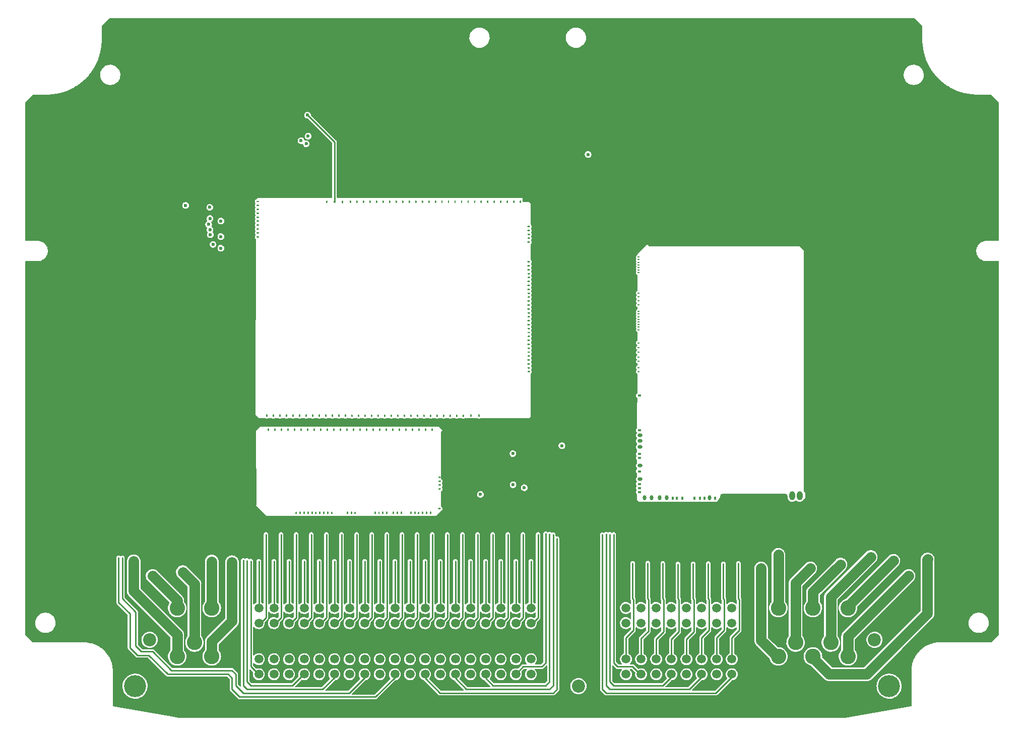
<source format=gbl>
G04 #@! TF.GenerationSoftware,KiCad,Pcbnew,(5.99.0-8748-g0125986588)*
G04 #@! TF.CreationDate,2021-02-10T16:20:52+02:00*
G04 #@! TF.ProjectId,hellen121vag,68656c6c-656e-4313-9231-7661672e6b69,a*
G04 #@! TF.SameCoordinates,PX2b953a0PY6943058*
G04 #@! TF.FileFunction,Copper,L2,Bot*
G04 #@! TF.FilePolarity,Positive*
%FSLAX46Y46*%
G04 Gerber Fmt 4.6, Leading zero omitted, Abs format (unit mm)*
G04 Created by KiCad (PCBNEW (5.99.0-8748-g0125986588)) date 2021-02-10 16:20:52*
%MOMM*%
%LPD*%
G01*
G04 APERTURE LIST*
G04 #@! TA.AperFunction,ComponentPad*
%ADD10C,3.700000*%
G04 #@! TD*
G04 #@! TA.AperFunction,ComponentPad*
%ADD11C,2.200000*%
G04 #@! TD*
G04 #@! TA.AperFunction,ComponentPad*
%ADD12C,2.600000*%
G04 #@! TD*
G04 #@! TA.AperFunction,ComponentPad*
%ADD13C,1.500000*%
G04 #@! TD*
G04 #@! TA.AperFunction,ComponentPad*
%ADD14C,0.599999*%
G04 #@! TD*
G04 #@! TA.AperFunction,SMDPad,CuDef*
%ADD15O,0.200000X40.800000*%
G04 #@! TD*
G04 #@! TA.AperFunction,SMDPad,CuDef*
%ADD16O,25.600000X0.200000*%
G04 #@! TD*
G04 #@! TA.AperFunction,SMDPad,CuDef*
%ADD17O,1.000001X1.500000*%
G04 #@! TD*
G04 #@! TA.AperFunction,SMDPad,CuDef*
%ADD18O,11.400000X1.100000*%
G04 #@! TD*
G04 #@! TA.AperFunction,SMDPad,CuDef*
%ADD19O,0.399999X0.599999*%
G04 #@! TD*
G04 #@! TA.AperFunction,SMDPad,CuDef*
%ADD20O,0.599999X0.800001*%
G04 #@! TD*
G04 #@! TA.AperFunction,SMDPad,CuDef*
%ADD21O,0.599999X0.399999*%
G04 #@! TD*
G04 #@! TA.AperFunction,SMDPad,CuDef*
%ADD22O,0.800001X0.599999*%
G04 #@! TD*
G04 #@! TA.AperFunction,SMDPad,CuDef*
%ADD23O,0.399999X0.200000*%
G04 #@! TD*
G04 #@! TA.AperFunction,Conductor*
%ADD24C,1.778000*%
G04 #@! TD*
G04 #@! TA.AperFunction,Conductor*
%ADD25C,0.254000*%
G04 #@! TD*
G04 APERTURE END LIST*
D10*
G04 #@! TO.P,P1,*
G04 #@! TO.N,*
X145348000Y5492000D03*
X18648000Y5492000D03*
D11*
X142898000Y13292000D03*
X21098000Y13292000D03*
X93148000Y5492000D03*
D12*
G04 #@! TO.P,P1,1,1*
G04 #@! TO.N,unconnected-(P1-Pad1)*
X25748000Y10492000D03*
G04 #@! TO.P,P1,2,2*
G04 #@! TO.N,unconnected-(P1-Pad2)*
X31548000Y10492000D03*
G04 #@! TO.P,P1,3,3*
G04 #@! TO.N,unconnected-(P1-Pad3)*
X28648000Y12822000D03*
G04 #@! TO.P,P1,4,4*
G04 #@! TO.N,unconnected-(P1-Pad4)*
X25748000Y18622000D03*
G04 #@! TO.P,P1,5,5*
G04 #@! TO.N,unconnected-(P1-Pad5)*
X31548000Y18622000D03*
D13*
G04 #@! TO.P,P1,6,6*
G04 #@! TO.N,unconnected-(P1-Pad6)*
X85168000Y18622000D03*
G04 #@! TO.P,P1,7,7*
G04 #@! TO.N,unconnected-(P1-Pad7)*
X82628000Y18622000D03*
G04 #@! TO.P,P1,8,8*
G04 #@! TO.N,unconnected-(P1-Pad8)*
X80088000Y18622000D03*
G04 #@! TO.P,P1,9,9*
G04 #@! TO.N,unconnected-(P1-Pad9)*
X77548000Y18622000D03*
G04 #@! TO.P,P1,10,10*
G04 #@! TO.N,unconnected-(P1-Pad10)*
X75008000Y18622000D03*
G04 #@! TO.P,P1,11,11*
G04 #@! TO.N,unconnected-(P1-Pad11)*
X72468000Y18622000D03*
G04 #@! TO.P,P1,12,12*
G04 #@! TO.N,unconnected-(P1-Pad12)*
X69928000Y18622000D03*
G04 #@! TO.P,P1,13,13*
G04 #@! TO.N,unconnected-(P1-Pad13)*
X67388000Y18622000D03*
G04 #@! TO.P,P1,14,14*
G04 #@! TO.N,unconnected-(P1-Pad14)*
X64848000Y18622000D03*
G04 #@! TO.P,P1,15,15*
G04 #@! TO.N,unconnected-(P1-Pad15)*
X62308000Y18622000D03*
G04 #@! TO.P,P1,16,16*
G04 #@! TO.N,unconnected-(P1-Pad16)*
X59768000Y18622000D03*
G04 #@! TO.P,P1,17,17*
G04 #@! TO.N,unconnected-(P1-Pad17)*
X57228000Y18622000D03*
G04 #@! TO.P,P1,18,18*
G04 #@! TO.N,unconnected-(P1-Pad18)*
X54688000Y18622000D03*
G04 #@! TO.P,P1,19,19*
G04 #@! TO.N,unconnected-(P1-Pad19)*
X52148000Y18622000D03*
G04 #@! TO.P,P1,20,20*
G04 #@! TO.N,unconnected-(P1-Pad20)*
X49608000Y18622000D03*
G04 #@! TO.P,P1,21,21*
G04 #@! TO.N,unconnected-(P1-Pad21)*
X47068000Y18622000D03*
G04 #@! TO.P,P1,22,22*
G04 #@! TO.N,unconnected-(P1-Pad22)*
X44528000Y18622000D03*
G04 #@! TO.P,P1,23,23*
G04 #@! TO.N,unconnected-(P1-Pad23)*
X41988000Y18622000D03*
G04 #@! TO.P,P1,24,24*
G04 #@! TO.N,unconnected-(P1-Pad24)*
X39448000Y18622000D03*
G04 #@! TO.P,P1,25,25*
G04 #@! TO.N,unconnected-(P1-Pad25)*
X85168000Y16082000D03*
G04 #@! TO.P,P1,26,26*
G04 #@! TO.N,unconnected-(P1-Pad26)*
X82628000Y16082000D03*
G04 #@! TO.P,P1,27,27*
G04 #@! TO.N,unconnected-(P1-Pad27)*
X80088000Y16082000D03*
G04 #@! TO.P,P1,28,28*
G04 #@! TO.N,unconnected-(P1-Pad28)*
X77548000Y16082000D03*
G04 #@! TO.P,P1,29,29*
G04 #@! TO.N,unconnected-(P1-Pad29)*
X75008000Y16082000D03*
G04 #@! TO.P,P1,30,30*
G04 #@! TO.N,unconnected-(P1-Pad30)*
X72468000Y16082000D03*
G04 #@! TO.P,P1,31,31*
G04 #@! TO.N,unconnected-(P1-Pad31)*
X69928000Y16082000D03*
G04 #@! TO.P,P1,32,32*
G04 #@! TO.N,unconnected-(P1-Pad32)*
X67388000Y16082000D03*
G04 #@! TO.P,P1,33,33*
G04 #@! TO.N,unconnected-(P1-Pad33)*
X64848000Y16082000D03*
G04 #@! TO.P,P1,34,34*
G04 #@! TO.N,unconnected-(P1-Pad34)*
X62308000Y16082000D03*
G04 #@! TO.P,P1,35,35*
G04 #@! TO.N,unconnected-(P1-Pad35)*
X59768000Y16082000D03*
G04 #@! TO.P,P1,36,36*
G04 #@! TO.N,unconnected-(P1-Pad36)*
X57228000Y16082000D03*
G04 #@! TO.P,P1,37,37*
G04 #@! TO.N,unconnected-(P1-Pad37)*
X54688000Y16082000D03*
G04 #@! TO.P,P1,38,38*
G04 #@! TO.N,unconnected-(P1-Pad38)*
X52148000Y16082000D03*
G04 #@! TO.P,P1,39,39*
G04 #@! TO.N,unconnected-(P1-Pad39)*
X49608000Y16082000D03*
G04 #@! TO.P,P1,40,40*
G04 #@! TO.N,unconnected-(P1-Pad40)*
X47068000Y16082000D03*
G04 #@! TO.P,P1,41,41*
G04 #@! TO.N,unconnected-(P1-Pad41)*
X44528000Y16082000D03*
G04 #@! TO.P,P1,42,42*
G04 #@! TO.N,unconnected-(P1-Pad42)*
X41988000Y16082000D03*
G04 #@! TO.P,P1,43,43*
G04 #@! TO.N,unconnected-(P1-Pad43)*
X39448000Y16082000D03*
G04 #@! TO.P,P1,44,44*
G04 #@! TO.N,unconnected-(P1-Pad44)*
X85168000Y10032000D03*
G04 #@! TO.P,P1,45,45*
G04 #@! TO.N,unconnected-(P1-Pad45)*
X82628000Y10032000D03*
G04 #@! TO.P,P1,46,46*
G04 #@! TO.N,unconnected-(P1-Pad46)*
X80088000Y10032000D03*
G04 #@! TO.P,P1,47,47*
G04 #@! TO.N,unconnected-(P1-Pad47)*
X77548000Y10032000D03*
G04 #@! TO.P,P1,48,48*
G04 #@! TO.N,unconnected-(P1-Pad48)*
X75008000Y10032000D03*
G04 #@! TO.P,P1,49,49*
G04 #@! TO.N,unconnected-(P1-Pad49)*
X72468000Y10032000D03*
G04 #@! TO.P,P1,50,50*
G04 #@! TO.N,unconnected-(P1-Pad50)*
X69928000Y10032000D03*
G04 #@! TO.P,P1,51,51*
G04 #@! TO.N,unconnected-(P1-Pad51)*
X67388000Y10032000D03*
G04 #@! TO.P,P1,52,52*
G04 #@! TO.N,unconnected-(P1-Pad52)*
X64848000Y10032000D03*
G04 #@! TO.P,P1,53,53*
G04 #@! TO.N,unconnected-(P1-Pad53)*
X62308000Y10032000D03*
G04 #@! TO.P,P1,54,54*
G04 #@! TO.N,unconnected-(P1-Pad54)*
X59768000Y10032000D03*
G04 #@! TO.P,P1,55,55*
G04 #@! TO.N,unconnected-(P1-Pad55)*
X57228000Y10032000D03*
G04 #@! TO.P,P1,56,56*
G04 #@! TO.N,unconnected-(P1-Pad56)*
X54688000Y10032000D03*
G04 #@! TO.P,P1,57,57*
G04 #@! TO.N,unconnected-(P1-Pad57)*
X52148000Y10032000D03*
G04 #@! TO.P,P1,58,58*
G04 #@! TO.N,unconnected-(P1-Pad58)*
X49608000Y10032000D03*
G04 #@! TO.P,P1,59,59*
G04 #@! TO.N,unconnected-(P1-Pad59)*
X47068000Y10032000D03*
G04 #@! TO.P,P1,60,60*
G04 #@! TO.N,unconnected-(P1-Pad60)*
X44528000Y10032000D03*
G04 #@! TO.P,P1,61,61*
G04 #@! TO.N,unconnected-(P1-Pad61)*
X41988000Y10032000D03*
G04 #@! TO.P,P1,62,62*
G04 #@! TO.N,unconnected-(P1-Pad62)*
X39448000Y10032000D03*
G04 #@! TO.P,P1,63,63*
G04 #@! TO.N,unconnected-(P1-Pad63)*
X85168000Y7492000D03*
G04 #@! TO.P,P1,64,64*
G04 #@! TO.N,unconnected-(P1-Pad64)*
X82628000Y7492000D03*
G04 #@! TO.P,P1,65,65*
G04 #@! TO.N,unconnected-(P1-Pad65)*
X80088000Y7492000D03*
G04 #@! TO.P,P1,66,66*
G04 #@! TO.N,unconnected-(P1-Pad66)*
X77548000Y7492000D03*
G04 #@! TO.P,P1,67,67*
G04 #@! TO.N,unconnected-(P1-Pad67)*
X75008000Y7492000D03*
G04 #@! TO.P,P1,68,68*
G04 #@! TO.N,unconnected-(P1-Pad68)*
X72468000Y7492000D03*
G04 #@! TO.P,P1,69,69*
G04 #@! TO.N,unconnected-(P1-Pad69)*
X69928000Y7492000D03*
G04 #@! TO.P,P1,70,70*
G04 #@! TO.N,unconnected-(P1-Pad70)*
X67388000Y7492000D03*
G04 #@! TO.P,P1,71,71*
G04 #@! TO.N,unconnected-(P1-Pad71)*
X64848000Y7492000D03*
G04 #@! TO.P,P1,72,72*
G04 #@! TO.N,unconnected-(P1-Pad72)*
X62308000Y7492000D03*
G04 #@! TO.P,P1,73,73*
G04 #@! TO.N,unconnected-(P1-Pad73)*
X59768000Y7492000D03*
G04 #@! TO.P,P1,74,74*
G04 #@! TO.N,unconnected-(P1-Pad74)*
X57228000Y7492000D03*
G04 #@! TO.P,P1,75,75*
G04 #@! TO.N,unconnected-(P1-Pad75)*
X54688000Y7492000D03*
G04 #@! TO.P,P1,76,76*
G04 #@! TO.N,unconnected-(P1-Pad76)*
X52148000Y7492000D03*
G04 #@! TO.P,P1,77,77*
G04 #@! TO.N,unconnected-(P1-Pad77)*
X49608000Y7492000D03*
G04 #@! TO.P,P1,78,78*
G04 #@! TO.N,unconnected-(P1-Pad78)*
X47068000Y7492000D03*
G04 #@! TO.P,P1,79,79*
G04 #@! TO.N,unconnected-(P1-Pad79)*
X44528000Y7492000D03*
G04 #@! TO.P,P1,80,80*
G04 #@! TO.N,unconnected-(P1-Pad80)*
X41988000Y7492000D03*
G04 #@! TO.P,P1,81,81*
G04 #@! TO.N,unconnected-(P1-Pad81)*
X39448000Y7492000D03*
G04 #@! TO.P,P1,82,82*
G04 #@! TO.N,unconnected-(P1-Pad82)*
X101138000Y7492000D03*
G04 #@! TO.P,P1,83,83*
G04 #@! TO.N,unconnected-(P1-Pad83)*
X103678000Y7492000D03*
G04 #@! TO.P,P1,84,84*
G04 #@! TO.N,unconnected-(P1-Pad84)*
X106218000Y7492000D03*
G04 #@! TO.P,P1,85,85*
G04 #@! TO.N,unconnected-(P1-Pad85)*
X108758000Y7492000D03*
G04 #@! TO.P,P1,86,86*
G04 #@! TO.N,unconnected-(P1-Pad86)*
X111298000Y7492000D03*
G04 #@! TO.P,P1,87,87*
G04 #@! TO.N,unconnected-(P1-Pad87)*
X113838000Y7492000D03*
G04 #@! TO.P,P1,88,88*
G04 #@! TO.N,unconnected-(P1-Pad88)*
X116378000Y7492000D03*
G04 #@! TO.P,P1,89,89*
G04 #@! TO.N,unconnected-(P1-Pad89)*
X118918000Y7492000D03*
G04 #@! TO.P,P1,90,90*
G04 #@! TO.N,unconnected-(P1-Pad90)*
X101138000Y10032000D03*
G04 #@! TO.P,P1,91,91*
G04 #@! TO.N,unconnected-(P1-Pad91)*
X103678000Y10032000D03*
G04 #@! TO.P,P1,92,92*
G04 #@! TO.N,unconnected-(P1-Pad92)*
X106218000Y10032000D03*
G04 #@! TO.P,P1,93,93*
G04 #@! TO.N,unconnected-(P1-Pad93)*
X108758000Y10032000D03*
G04 #@! TO.P,P1,94,94*
G04 #@! TO.N,unconnected-(P1-Pad94)*
X111298000Y10032000D03*
G04 #@! TO.P,P1,95,95*
G04 #@! TO.N,unconnected-(P1-Pad95)*
X113838000Y10032000D03*
G04 #@! TO.P,P1,96,96*
G04 #@! TO.N,unconnected-(P1-Pad96)*
X116378000Y10032000D03*
G04 #@! TO.P,P1,97,97*
G04 #@! TO.N,unconnected-(P1-Pad97)*
X118918000Y10032000D03*
G04 #@! TO.P,P1,98,98*
G04 #@! TO.N,unconnected-(P1-Pad98)*
X101138000Y16082000D03*
G04 #@! TO.P,P1,99,99*
G04 #@! TO.N,unconnected-(P1-Pad99)*
X103678000Y16082000D03*
G04 #@! TO.P,P1,100,100*
G04 #@! TO.N,unconnected-(P1-Pad100)*
X106218000Y16082000D03*
G04 #@! TO.P,P1,101,101*
G04 #@! TO.N,unconnected-(P1-Pad101)*
X108758000Y16082000D03*
G04 #@! TO.P,P1,102,102*
G04 #@! TO.N,unconnected-(P1-Pad102)*
X111298000Y16082000D03*
G04 #@! TO.P,P1,103,103*
G04 #@! TO.N,unconnected-(P1-Pad103)*
X113838000Y16082000D03*
G04 #@! TO.P,P1,104,104*
G04 #@! TO.N,unconnected-(P1-Pad104)*
X116378000Y16082000D03*
G04 #@! TO.P,P1,105,105*
G04 #@! TO.N,unconnected-(P1-Pad105)*
X118918000Y16082000D03*
G04 #@! TO.P,P1,106,106*
G04 #@! TO.N,unconnected-(P1-Pad106)*
X101138000Y18622000D03*
G04 #@! TO.P,P1,107,107*
G04 #@! TO.N,unconnected-(P1-Pad107)*
X103678000Y18622000D03*
G04 #@! TO.P,P1,108,108*
G04 #@! TO.N,unconnected-(P1-Pad108)*
X106218000Y18622000D03*
G04 #@! TO.P,P1,109,109*
G04 #@! TO.N,unconnected-(P1-Pad109)*
X108758000Y18622000D03*
G04 #@! TO.P,P1,110,110*
G04 #@! TO.N,unconnected-(P1-Pad110)*
X111298000Y18622000D03*
G04 #@! TO.P,P1,111,111*
G04 #@! TO.N,unconnected-(P1-Pad111)*
X113838000Y18622000D03*
G04 #@! TO.P,P1,112,112*
G04 #@! TO.N,unconnected-(P1-Pad112)*
X116378000Y18622000D03*
G04 #@! TO.P,P1,113,113*
G04 #@! TO.N,unconnected-(P1-Pad113)*
X118918000Y18622000D03*
D12*
G04 #@! TO.P,P1,114,114*
G04 #@! TO.N,unconnected-(P1-Pad114)*
X126748000Y10492000D03*
G04 #@! TO.P,P1,115,115*
G04 #@! TO.N,unconnected-(P1-Pad115)*
X132548000Y10492000D03*
G04 #@! TO.P,P1,116,116*
G04 #@! TO.N,unconnected-(P1-Pad116)*
X138448000Y10492000D03*
G04 #@! TO.P,P1,117,117*
G04 #@! TO.N,unconnected-(P1-Pad117)*
X129648000Y12822000D03*
G04 #@! TO.P,P1,118,118*
G04 #@! TO.N,unconnected-(P1-Pad118)*
X135548000Y12822000D03*
G04 #@! TO.P,P1,119,119*
G04 #@! TO.N,unconnected-(P1-Pad119)*
X126748000Y18622000D03*
G04 #@! TO.P,P1,120,120*
G04 #@! TO.N,unconnected-(P1-Pad120)*
X132548000Y18622000D03*
G04 #@! TO.P,P1,121,121*
G04 #@! TO.N,unconnected-(P1-Pad121)*
X138448000Y18622000D03*
G04 #@! TD*
G04 #@! TO.P,M3,E1,SPI_SCK*
G04 #@! TO.N,unconnected-(M3-PadE1)*
G04 #@! TA.AperFunction,SMDPad,CuDef*
G36*
G01*
X84926997Y82624998D02*
X84676999Y82624998D01*
G75*
G02*
X84551999Y82749998I0J125000D01*
G01*
X84551999Y82749998D01*
G75*
G02*
X84676999Y82874998I125000J0D01*
G01*
X84926997Y82874998D01*
G75*
G02*
X85051997Y82749998I0J-125000D01*
G01*
X85051997Y82749998D01*
G75*
G02*
X84926997Y82624998I-125000J0D01*
G01*
G37*
G04 #@! TD.AperFunction*
G04 #@! TO.P,M3,E2,SPI_MISO*
G04 #@! TO.N,unconnected-(M3-PadE2)*
G04 #@! TA.AperFunction,SMDPad,CuDef*
G36*
G01*
X84676999Y82214999D02*
X84926997Y82214999D01*
G75*
G02*
X85051997Y82089999I0J-125000D01*
G01*
X85051997Y82089999D01*
G75*
G02*
X84926997Y81964999I-125000J0D01*
G01*
X84676999Y81964999D01*
G75*
G02*
X84551999Y82089999I0J125000D01*
G01*
X84551999Y82089999D01*
G75*
G02*
X84676999Y82214999I125000J0D01*
G01*
G37*
G04 #@! TD.AperFunction*
G04 #@! TO.P,M3,E3,SPI_MOSI*
G04 #@! TO.N,unconnected-(M3-PadE3)*
G04 #@! TA.AperFunction,SMDPad,CuDef*
G36*
G01*
X84676999Y81554995D02*
X84926997Y81554995D01*
G75*
G02*
X85051997Y81429995I0J-125000D01*
G01*
X85051997Y81429995D01*
G75*
G02*
X84926997Y81304995I-125000J0D01*
G01*
X84676999Y81304995D01*
G75*
G02*
X84551999Y81429995I0J125000D01*
G01*
X84551999Y81429995D01*
G75*
G02*
X84676999Y81554995I125000J0D01*
G01*
G37*
G04 #@! TD.AperFunction*
G04 #@! TO.P,M3,E4,SPI_CS1*
G04 #@! TO.N,unconnected-(M3-PadE4)*
G04 #@! TA.AperFunction,SMDPad,CuDef*
G36*
G01*
X84676999Y80894999D02*
X84926997Y80894999D01*
G75*
G02*
X85051997Y80769999I0J-125000D01*
G01*
X85051997Y80769999D01*
G75*
G02*
X84926997Y80644999I-125000J0D01*
G01*
X84676999Y80644999D01*
G75*
G02*
X84551999Y80769999I0J125000D01*
G01*
X84551999Y80769999D01*
G75*
G02*
X84676999Y80894999I125000J0D01*
G01*
G37*
G04 #@! TD.AperFunction*
G04 #@! TO.P,M3,E5,SPI_CS2*
G04 #@! TO.N,unconnected-(M3-PadE5)*
G04 #@! TA.AperFunction,SMDPad,CuDef*
G36*
G01*
X84676999Y80234998D02*
X84926997Y80234998D01*
G75*
G02*
X85051997Y80109998I0J-125000D01*
G01*
X85051997Y80109998D01*
G75*
G02*
X84926997Y79984998I-125000J0D01*
G01*
X84676999Y79984998D01*
G75*
G02*
X84551999Y80109998I0J125000D01*
G01*
X84551999Y80109998D01*
G75*
G02*
X84676999Y80234998I125000J0D01*
G01*
G37*
G04 #@! TD.AperFunction*
G04 #@! TO.P,M3,E6,OUT_IO1*
G04 #@! TO.N,unconnected-(M3-PadE6)*
G04 #@! TA.AperFunction,SMDPad,CuDef*
G36*
G01*
X84676999Y76934997D02*
X84926997Y76934997D01*
G75*
G02*
X85051997Y76809997I0J-125000D01*
G01*
X85051997Y76809997D01*
G75*
G02*
X84926997Y76684997I-125000J0D01*
G01*
X84676999Y76684997D01*
G75*
G02*
X84551999Y76809997I0J125000D01*
G01*
X84551999Y76809997D01*
G75*
G02*
X84676999Y76934997I125000J0D01*
G01*
G37*
G04 #@! TD.AperFunction*
G04 #@! TO.P,M3,E7,OUT_IO2*
G04 #@! TO.N,unconnected-(M3-PadE7)*
G04 #@! TA.AperFunction,SMDPad,CuDef*
G36*
G01*
X84676999Y76274996D02*
X84926997Y76274996D01*
G75*
G02*
X85051997Y76149996I0J-125000D01*
G01*
X85051997Y76149996D01*
G75*
G02*
X84926997Y76024996I-125000J0D01*
G01*
X84676999Y76024996D01*
G75*
G02*
X84551999Y76149996I0J125000D01*
G01*
X84551999Y76149996D01*
G75*
G02*
X84676999Y76274996I125000J0D01*
G01*
G37*
G04 #@! TD.AperFunction*
G04 #@! TO.P,M3,E8,OUT_IO3*
G04 #@! TO.N,unconnected-(M3-PadE8)*
G04 #@! TA.AperFunction,SMDPad,CuDef*
G36*
G01*
X84676999Y75614994D02*
X84926997Y75614994D01*
G75*
G02*
X85051997Y75489994I0J-125000D01*
G01*
X85051997Y75489994D01*
G75*
G02*
X84926997Y75364994I-125000J0D01*
G01*
X84676999Y75364994D01*
G75*
G02*
X84551999Y75489994I0J125000D01*
G01*
X84551999Y75489994D01*
G75*
G02*
X84676999Y75614994I125000J0D01*
G01*
G37*
G04 #@! TD.AperFunction*
G04 #@! TO.P,M3,E9,OUT_IO4*
G04 #@! TO.N,unconnected-(M3-PadE9)*
G04 #@! TA.AperFunction,SMDPad,CuDef*
G36*
G01*
X84676999Y74954996D02*
X84926997Y74954996D01*
G75*
G02*
X85051997Y74829996I0J-125000D01*
G01*
X85051997Y74829996D01*
G75*
G02*
X84926997Y74704996I-125000J0D01*
G01*
X84676999Y74704996D01*
G75*
G02*
X84551999Y74829996I0J125000D01*
G01*
X84551999Y74829996D01*
G75*
G02*
X84676999Y74954996I125000J0D01*
G01*
G37*
G04 #@! TD.AperFunction*
G04 #@! TO.P,M3,E10,OUT_IO5*
G04 #@! TO.N,unconnected-(M3-PadE10)*
G04 #@! TA.AperFunction,SMDPad,CuDef*
G36*
G01*
X84676999Y74294994D02*
X84926997Y74294994D01*
G75*
G02*
X85051997Y74169994I0J-125000D01*
G01*
X85051997Y74169994D01*
G75*
G02*
X84926997Y74044994I-125000J0D01*
G01*
X84676999Y74044994D01*
G75*
G02*
X84551999Y74169994I0J125000D01*
G01*
X84551999Y74169994D01*
G75*
G02*
X84676999Y74294994I125000J0D01*
G01*
G37*
G04 #@! TD.AperFunction*
G04 #@! TO.P,M3,E11,OUT_IO6*
G04 #@! TO.N,unconnected-(M3-PadE11)*
G04 #@! TA.AperFunction,SMDPad,CuDef*
G36*
G01*
X84676999Y73634996D02*
X84926997Y73634996D01*
G75*
G02*
X85051997Y73509996I0J-125000D01*
G01*
X85051997Y73509996D01*
G75*
G02*
X84926997Y73384996I-125000J0D01*
G01*
X84676999Y73384996D01*
G75*
G02*
X84551999Y73509996I0J125000D01*
G01*
X84551999Y73509996D01*
G75*
G02*
X84676999Y73634996I125000J0D01*
G01*
G37*
G04 #@! TD.AperFunction*
G04 #@! TO.P,M3,E12,OUT_IO7*
G04 #@! TO.N,unconnected-(M3-PadE12)*
G04 #@! TA.AperFunction,SMDPad,CuDef*
G36*
G01*
X84676999Y72974995D02*
X84926997Y72974995D01*
G75*
G02*
X85051997Y72849995I0J-125000D01*
G01*
X85051997Y72849995D01*
G75*
G02*
X84926997Y72724995I-125000J0D01*
G01*
X84676999Y72724995D01*
G75*
G02*
X84551999Y72849995I0J125000D01*
G01*
X84551999Y72849995D01*
G75*
G02*
X84676999Y72974995I125000J0D01*
G01*
G37*
G04 #@! TD.AperFunction*
G04 #@! TO.P,M3,E13,OUT_IO8*
G04 #@! TO.N,unconnected-(M3-PadE13)*
G04 #@! TA.AperFunction,SMDPad,CuDef*
G36*
G01*
X84676999Y72314996D02*
X84926997Y72314996D01*
G75*
G02*
X85051997Y72189996I0J-125000D01*
G01*
X85051997Y72189996D01*
G75*
G02*
X84926997Y72064996I-125000J0D01*
G01*
X84676999Y72064996D01*
G75*
G02*
X84551999Y72189996I0J125000D01*
G01*
X84551999Y72189996D01*
G75*
G02*
X84676999Y72314996I125000J0D01*
G01*
G37*
G04 #@! TD.AperFunction*
G04 #@! TO.P,M3,E14,OUT_PWM1*
G04 #@! TO.N,unconnected-(M3-PadE14)*
G04 #@! TA.AperFunction,SMDPad,CuDef*
G36*
G01*
X84676999Y71654995D02*
X84926997Y71654995D01*
G75*
G02*
X85051997Y71529995I0J-125000D01*
G01*
X85051997Y71529995D01*
G75*
G02*
X84926997Y71404995I-125000J0D01*
G01*
X84676999Y71404995D01*
G75*
G02*
X84551999Y71529995I0J125000D01*
G01*
X84551999Y71529995D01*
G75*
G02*
X84676999Y71654995I125000J0D01*
G01*
G37*
G04 #@! TD.AperFunction*
G04 #@! TO.P,M3,E15,OUT_PWM2*
G04 #@! TO.N,unconnected-(M3-PadE15)*
G04 #@! TA.AperFunction,SMDPad,CuDef*
G36*
G01*
X84676999Y70994996D02*
X84926997Y70994996D01*
G75*
G02*
X85051997Y70869996I0J-125000D01*
G01*
X85051997Y70869996D01*
G75*
G02*
X84926997Y70744996I-125000J0D01*
G01*
X84676999Y70744996D01*
G75*
G02*
X84551999Y70869996I0J125000D01*
G01*
X84551999Y70869996D01*
G75*
G02*
X84676999Y70994996I125000J0D01*
G01*
G37*
G04 #@! TD.AperFunction*
G04 #@! TO.P,M3,E16,OUT_PWM3*
G04 #@! TO.N,unconnected-(M3-PadE16)*
G04 #@! TA.AperFunction,SMDPad,CuDef*
G36*
G01*
X84676999Y70334995D02*
X84926997Y70334995D01*
G75*
G02*
X85051997Y70209995I0J-125000D01*
G01*
X85051997Y70209995D01*
G75*
G02*
X84926997Y70084995I-125000J0D01*
G01*
X84676999Y70084995D01*
G75*
G02*
X84551999Y70209995I0J125000D01*
G01*
X84551999Y70209995D01*
G75*
G02*
X84676999Y70334995I125000J0D01*
G01*
G37*
G04 #@! TD.AperFunction*
G04 #@! TO.P,M3,E17,OUT_PWM4*
G04 #@! TO.N,unconnected-(M3-PadE17)*
G04 #@! TA.AperFunction,SMDPad,CuDef*
G36*
G01*
X84676999Y69674996D02*
X84926997Y69674996D01*
G75*
G02*
X85051997Y69549996I0J-125000D01*
G01*
X85051997Y69549996D01*
G75*
G02*
X84926997Y69424996I-125000J0D01*
G01*
X84676999Y69424996D01*
G75*
G02*
X84551999Y69549996I0J125000D01*
G01*
X84551999Y69549996D01*
G75*
G02*
X84676999Y69674996I125000J0D01*
G01*
G37*
G04 #@! TD.AperFunction*
G04 #@! TO.P,M3,E18,OUT_PWM5*
G04 #@! TO.N,unconnected-(M3-PadE18)*
G04 #@! TA.AperFunction,SMDPad,CuDef*
G36*
G01*
X84676999Y69014995D02*
X84926997Y69014995D01*
G75*
G02*
X85051997Y68889995I0J-125000D01*
G01*
X85051997Y68889995D01*
G75*
G02*
X84926997Y68764995I-125000J0D01*
G01*
X84676999Y68764995D01*
G75*
G02*
X84551999Y68889995I0J125000D01*
G01*
X84551999Y68889995D01*
G75*
G02*
X84676999Y69014995I125000J0D01*
G01*
G37*
G04 #@! TD.AperFunction*
G04 #@! TO.P,M3,E19,OUT_PWM6*
G04 #@! TO.N,unconnected-(M3-PadE19)*
G04 #@! TA.AperFunction,SMDPad,CuDef*
G36*
G01*
X84676999Y68354996D02*
X84926997Y68354996D01*
G75*
G02*
X85051997Y68229996I0J-125000D01*
G01*
X85051997Y68229996D01*
G75*
G02*
X84926997Y68104996I-125000J0D01*
G01*
X84676999Y68104996D01*
G75*
G02*
X84551999Y68229996I0J125000D01*
G01*
X84551999Y68229996D01*
G75*
G02*
X84676999Y68354996I125000J0D01*
G01*
G37*
G04 #@! TD.AperFunction*
G04 #@! TO.P,M3,E20,OUT_IO9*
G04 #@! TO.N,unconnected-(M3-PadE20)*
G04 #@! TA.AperFunction,SMDPad,CuDef*
G36*
G01*
X84676999Y67694995D02*
X84926997Y67694995D01*
G75*
G02*
X85051997Y67569995I0J-125000D01*
G01*
X85051997Y67569995D01*
G75*
G02*
X84926997Y67444995I-125000J0D01*
G01*
X84676999Y67444995D01*
G75*
G02*
X84551999Y67569995I0J125000D01*
G01*
X84551999Y67569995D01*
G75*
G02*
X84676999Y67694995I125000J0D01*
G01*
G37*
G04 #@! TD.AperFunction*
G04 #@! TO.P,M3,E21,OUT_IO10*
G04 #@! TO.N,unconnected-(M3-PadE21)*
G04 #@! TA.AperFunction,SMDPad,CuDef*
G36*
G01*
X84676999Y67034996D02*
X84926997Y67034996D01*
G75*
G02*
X85051997Y66909996I0J-125000D01*
G01*
X85051997Y66909996D01*
G75*
G02*
X84926997Y66784996I-125000J0D01*
G01*
X84676999Y66784996D01*
G75*
G02*
X84551999Y66909996I0J125000D01*
G01*
X84551999Y66909996D01*
G75*
G02*
X84676999Y67034996I125000J0D01*
G01*
G37*
G04 #@! TD.AperFunction*
G04 #@! TO.P,M3,E22,OUT_IO11*
G04 #@! TO.N,unconnected-(M3-PadE22)*
G04 #@! TA.AperFunction,SMDPad,CuDef*
G36*
G01*
X84676999Y66374995D02*
X84926997Y66374995D01*
G75*
G02*
X85051997Y66249995I0J-125000D01*
G01*
X85051997Y66249995D01*
G75*
G02*
X84926997Y66124995I-125000J0D01*
G01*
X84676999Y66124995D01*
G75*
G02*
X84551999Y66249995I0J125000D01*
G01*
X84551999Y66249995D01*
G75*
G02*
X84676999Y66374995I125000J0D01*
G01*
G37*
G04 #@! TD.AperFunction*
G04 #@! TO.P,M3,E23,OUT_IO12*
G04 #@! TO.N,unconnected-(M3-PadE23)*
G04 #@! TA.AperFunction,SMDPad,CuDef*
G36*
G01*
X84676999Y65714996D02*
X84926997Y65714996D01*
G75*
G02*
X85051997Y65589996I0J-125000D01*
G01*
X85051997Y65589996D01*
G75*
G02*
X84926997Y65464996I-125000J0D01*
G01*
X84676999Y65464996D01*
G75*
G02*
X84551999Y65589996I0J125000D01*
G01*
X84551999Y65589996D01*
G75*
G02*
X84676999Y65714996I125000J0D01*
G01*
G37*
G04 #@! TD.AperFunction*
G04 #@! TO.P,M3,E24,OUT_IO13*
G04 #@! TO.N,unconnected-(M3-PadE24)*
G04 #@! TA.AperFunction,SMDPad,CuDef*
G36*
G01*
X84676999Y65054995D02*
X84926997Y65054995D01*
G75*
G02*
X85051997Y64929995I0J-125000D01*
G01*
X85051997Y64929995D01*
G75*
G02*
X84926997Y64804995I-125000J0D01*
G01*
X84676999Y64804995D01*
G75*
G02*
X84551999Y64929995I0J125000D01*
G01*
X84551999Y64929995D01*
G75*
G02*
X84676999Y65054995I125000J0D01*
G01*
G37*
G04 #@! TD.AperFunction*
G04 #@! TO.P,M3,E25,OUT_INJ1*
G04 #@! TO.N,unconnected-(M3-PadE25)*
G04 #@! TA.AperFunction,SMDPad,CuDef*
G36*
G01*
X84676999Y64394996D02*
X84926997Y64394996D01*
G75*
G02*
X85051997Y64269996I0J-125000D01*
G01*
X85051997Y64269996D01*
G75*
G02*
X84926997Y64144996I-125000J0D01*
G01*
X84676999Y64144996D01*
G75*
G02*
X84551999Y64269996I0J125000D01*
G01*
X84551999Y64269996D01*
G75*
G02*
X84676999Y64394996I125000J0D01*
G01*
G37*
G04 #@! TD.AperFunction*
G04 #@! TO.P,M3,E26,OUT_INJ2*
G04 #@! TO.N,unconnected-(M3-PadE26)*
G04 #@! TA.AperFunction,SMDPad,CuDef*
G36*
G01*
X84676999Y63734995D02*
X84926997Y63734995D01*
G75*
G02*
X85051997Y63609995I0J-125000D01*
G01*
X85051997Y63609995D01*
G75*
G02*
X84926997Y63484995I-125000J0D01*
G01*
X84676999Y63484995D01*
G75*
G02*
X84551999Y63609995I0J125000D01*
G01*
X84551999Y63609995D01*
G75*
G02*
X84676999Y63734995I125000J0D01*
G01*
G37*
G04 #@! TD.AperFunction*
G04 #@! TO.P,M3,E27,OUT_PWM7*
G04 #@! TO.N,unconnected-(M3-PadE27)*
G04 #@! TA.AperFunction,SMDPad,CuDef*
G36*
G01*
X84676999Y63074997D02*
X84926997Y63074997D01*
G75*
G02*
X85051997Y62949997I0J-125000D01*
G01*
X85051997Y62949997D01*
G75*
G02*
X84926997Y62824997I-125000J0D01*
G01*
X84676999Y62824997D01*
G75*
G02*
X84551999Y62949997I0J125000D01*
G01*
X84551999Y62949997D01*
G75*
G02*
X84676999Y63074997I125000J0D01*
G01*
G37*
G04 #@! TD.AperFunction*
G04 #@! TO.P,M3,E28,OUT_PWM8*
G04 #@! TO.N,unconnected-(M3-PadE28)*
G04 #@! TA.AperFunction,SMDPad,CuDef*
G36*
G01*
X84676999Y62414995D02*
X84926997Y62414995D01*
G75*
G02*
X85051997Y62289995I0J-125000D01*
G01*
X85051997Y62289995D01*
G75*
G02*
X84926997Y62164995I-125000J0D01*
G01*
X84676999Y62164995D01*
G75*
G02*
X84551999Y62289995I0J125000D01*
G01*
X84551999Y62289995D01*
G75*
G02*
X84676999Y62414995I125000J0D01*
G01*
G37*
G04 #@! TD.AperFunction*
G04 #@! TO.P,M3,E29,OUT_INJ3*
G04 #@! TO.N,unconnected-(M3-PadE29)*
G04 #@! TA.AperFunction,SMDPad,CuDef*
G36*
G01*
X84676999Y61754997D02*
X84926997Y61754997D01*
G75*
G02*
X85051997Y61629997I0J-125000D01*
G01*
X85051997Y61629997D01*
G75*
G02*
X84926997Y61504997I-125000J0D01*
G01*
X84676999Y61504997D01*
G75*
G02*
X84551999Y61629997I0J125000D01*
G01*
X84551999Y61629997D01*
G75*
G02*
X84676999Y61754997I125000J0D01*
G01*
G37*
G04 #@! TD.AperFunction*
G04 #@! TO.P,M3,E30,OUT_INJ4*
G04 #@! TO.N,unconnected-(M3-PadE30)*
G04 #@! TA.AperFunction,SMDPad,CuDef*
G36*
G01*
X84676999Y61094995D02*
X84926997Y61094995D01*
G75*
G02*
X85051997Y60969995I0J-125000D01*
G01*
X85051997Y60969995D01*
G75*
G02*
X84926997Y60844995I-125000J0D01*
G01*
X84676999Y60844995D01*
G75*
G02*
X84551999Y60969995I0J125000D01*
G01*
X84551999Y60969995D01*
G75*
G02*
X84676999Y61094995I125000J0D01*
G01*
G37*
G04 #@! TD.AperFunction*
G04 #@! TO.P,M3,E31,OUT_INJ5*
G04 #@! TO.N,unconnected-(M3-PadE31)*
G04 #@! TA.AperFunction,SMDPad,CuDef*
G36*
G01*
X84676999Y60434997D02*
X84926997Y60434997D01*
G75*
G02*
X85051997Y60309997I0J-125000D01*
G01*
X85051997Y60309997D01*
G75*
G02*
X84926997Y60184997I-125000J0D01*
G01*
X84676999Y60184997D01*
G75*
G02*
X84551999Y60309997I0J125000D01*
G01*
X84551999Y60309997D01*
G75*
G02*
X84676999Y60434997I125000J0D01*
G01*
G37*
G04 #@! TD.AperFunction*
G04 #@! TO.P,M3,E32,OUT_INJ6*
G04 #@! TO.N,unconnected-(M3-PadE32)*
G04 #@! TA.AperFunction,SMDPad,CuDef*
G36*
G01*
X84676999Y59774996D02*
X84926997Y59774996D01*
G75*
G02*
X85051997Y59649996I0J-125000D01*
G01*
X85051997Y59649996D01*
G75*
G02*
X84926997Y59524996I-125000J0D01*
G01*
X84676999Y59524996D01*
G75*
G02*
X84551999Y59649996I0J125000D01*
G01*
X84551999Y59649996D01*
G75*
G02*
X84676999Y59774996I125000J0D01*
G01*
G37*
G04 #@! TD.AperFunction*
G04 #@! TO.P,M3,E33,OUT_INJ7*
G04 #@! TO.N,unconnected-(M3-PadE33)*
G04 #@! TA.AperFunction,SMDPad,CuDef*
G36*
G01*
X84676999Y59114997D02*
X84926997Y59114997D01*
G75*
G02*
X85051997Y58989997I0J-125000D01*
G01*
X85051997Y58989997D01*
G75*
G02*
X84926997Y58864997I-125000J0D01*
G01*
X84676999Y58864997D01*
G75*
G02*
X84551999Y58989997I0J125000D01*
G01*
X84551999Y58989997D01*
G75*
G02*
X84676999Y59114997I125000J0D01*
G01*
G37*
G04 #@! TD.AperFunction*
G04 #@! TO.P,M3,E34,OUT_INJ8*
G04 #@! TO.N,unconnected-(M3-PadE34)*
G04 #@! TA.AperFunction,SMDPad,CuDef*
G36*
G01*
X84676999Y58454996D02*
X84926997Y58454996D01*
G75*
G02*
X85051997Y58329996I0J-125000D01*
G01*
X85051997Y58329996D01*
G75*
G02*
X84926997Y58204996I-125000J0D01*
G01*
X84676999Y58204996D01*
G75*
G02*
X84551999Y58329996I0J125000D01*
G01*
X84551999Y58329996D01*
G75*
G02*
X84676999Y58454996I125000J0D01*
G01*
G37*
G04 #@! TD.AperFunction*
G04 #@! TO.P,M3,N1,CAN_VIO*
G04 #@! TO.N,/CAN_VIO*
G04 #@! TA.AperFunction,SMDPad,CuDef*
G36*
G01*
X50980000Y87001999D02*
X50980000Y86752001D01*
G75*
G02*
X50855000Y86627001I-125000J0D01*
G01*
X50855000Y86627001D01*
G75*
G02*
X50730000Y86752001I0J125000D01*
G01*
X50730000Y87001999D01*
G75*
G02*
X50855000Y87126999I125000J0D01*
G01*
X50855000Y87126999D01*
G75*
G02*
X50980000Y87001999I0J-125000D01*
G01*
G37*
G04 #@! TD.AperFunction*
G04 #@! TO.P,M3,N2,CAN_RX*
G04 #@! TO.N,/CAN_RX*
G04 #@! TA.AperFunction,SMDPad,CuDef*
G36*
G01*
X52050002Y86752001D02*
X52050002Y87001999D01*
G75*
G02*
X52175002Y87126999I125000J0D01*
G01*
X52175002Y87126999D01*
G75*
G02*
X52300002Y87001999I0J-125000D01*
G01*
X52300002Y86752001D01*
G75*
G02*
X52175002Y86627001I-125000J0D01*
G01*
X52175002Y86627001D01*
G75*
G02*
X52050002Y86752001I0J125000D01*
G01*
G37*
G04 #@! TD.AperFunction*
G04 #@! TO.P,M3,N3,CAN_TX*
G04 #@! TO.N,/CAN_TX*
G04 #@! TA.AperFunction,SMDPad,CuDef*
G36*
G01*
X53370005Y86752001D02*
X53370005Y87001999D01*
G75*
G02*
X53495005Y87126999I125000J0D01*
G01*
X53495005Y87126999D01*
G75*
G02*
X53620005Y87001999I0J-125000D01*
G01*
X53620005Y86752001D01*
G75*
G02*
X53495005Y86627001I-125000J0D01*
G01*
X53495005Y86627001D01*
G75*
G02*
X53370005Y86752001I0J125000D01*
G01*
G37*
G04 #@! TD.AperFunction*
G04 #@! TO.P,M3,N4,UART_TX*
G04 #@! TO.N,unconnected-(M3-PadN4)*
G04 #@! TA.AperFunction,SMDPad,CuDef*
G36*
G01*
X54700002Y86752001D02*
X54700002Y87001999D01*
G75*
G02*
X54825002Y87126999I125000J0D01*
G01*
X54825002Y87126999D01*
G75*
G02*
X54950002Y87001999I0J-125000D01*
G01*
X54950002Y86752001D01*
G75*
G02*
X54825002Y86627001I-125000J0D01*
G01*
X54825002Y86627001D01*
G75*
G02*
X54700002Y86752001I0J125000D01*
G01*
G37*
G04 #@! TD.AperFunction*
G04 #@! TO.P,M3,N5,UART_RX*
G04 #@! TO.N,unconnected-(M3-PadN5)*
G04 #@! TA.AperFunction,SMDPad,CuDef*
G36*
G01*
X55800000Y86752001D02*
X55800000Y87001999D01*
G75*
G02*
X55925000Y87126999I125000J0D01*
G01*
X55925000Y87126999D01*
G75*
G02*
X56050000Y87001999I0J-125000D01*
G01*
X56050000Y86752001D01*
G75*
G02*
X55925000Y86627001I-125000J0D01*
G01*
X55925000Y86627001D01*
G75*
G02*
X55800000Y86752001I0J125000D01*
G01*
G37*
G04 #@! TD.AperFunction*
G04 #@! TO.P,M3,N6,IO1*
G04 #@! TO.N,unconnected-(M3-PadN6)*
G04 #@! TA.AperFunction,SMDPad,CuDef*
G36*
G01*
X56899998Y86752001D02*
X56899998Y87001999D01*
G75*
G02*
X57024998Y87126999I125000J0D01*
G01*
X57024998Y87126999D01*
G75*
G02*
X57149998Y87001999I0J-125000D01*
G01*
X57149998Y86752001D01*
G75*
G02*
X57024998Y86627001I-125000J0D01*
G01*
X57024998Y86627001D01*
G75*
G02*
X56899998Y86752001I0J125000D01*
G01*
G37*
G04 #@! TD.AperFunction*
G04 #@! TO.P,M3,N7,IO2*
G04 #@! TO.N,unconnected-(M3-PadN7)*
G04 #@! TA.AperFunction,SMDPad,CuDef*
G36*
G01*
X57999996Y86752001D02*
X57999996Y87001999D01*
G75*
G02*
X58124996Y87126999I125000J0D01*
G01*
X58124996Y87126999D01*
G75*
G02*
X58249996Y87001999I0J-125000D01*
G01*
X58249996Y86752001D01*
G75*
G02*
X58124996Y86627001I-125000J0D01*
G01*
X58124996Y86627001D01*
G75*
G02*
X57999996Y86752001I0J125000D01*
G01*
G37*
G04 #@! TD.AperFunction*
G04 #@! TO.P,M3,N8,IO3*
G04 #@! TO.N,unconnected-(M3-PadN8)*
G04 #@! TA.AperFunction,SMDPad,CuDef*
G36*
G01*
X59099993Y86752001D02*
X59099993Y87001999D01*
G75*
G02*
X59224993Y87126999I125000J0D01*
G01*
X59224993Y87126999D01*
G75*
G02*
X59349993Y87001999I0J-125000D01*
G01*
X59349993Y86752001D01*
G75*
G02*
X59224993Y86627001I-125000J0D01*
G01*
X59224993Y86627001D01*
G75*
G02*
X59099993Y86752001I0J125000D01*
G01*
G37*
G04 #@! TD.AperFunction*
G04 #@! TO.P,M3,N9,IO4*
G04 #@! TO.N,unconnected-(M3-PadN9)*
G04 #@! TA.AperFunction,SMDPad,CuDef*
G36*
G01*
X60199991Y86752001D02*
X60199991Y87001999D01*
G75*
G02*
X60324991Y87126999I125000J0D01*
G01*
X60324991Y87126999D01*
G75*
G02*
X60449991Y87001999I0J-125000D01*
G01*
X60449991Y86752001D01*
G75*
G02*
X60324991Y86627001I-125000J0D01*
G01*
X60324991Y86627001D01*
G75*
G02*
X60199991Y86752001I0J125000D01*
G01*
G37*
G04 #@! TD.AperFunction*
G04 #@! TO.P,M3,N10,IO5*
G04 #@! TO.N,unconnected-(M3-PadN10)*
G04 #@! TA.AperFunction,SMDPad,CuDef*
G36*
G01*
X61299989Y86752001D02*
X61299989Y87001999D01*
G75*
G02*
X61424989Y87126999I125000J0D01*
G01*
X61424989Y87126999D01*
G75*
G02*
X61549989Y87001999I0J-125000D01*
G01*
X61549989Y86752001D01*
G75*
G02*
X61424989Y86627001I-125000J0D01*
G01*
X61424989Y86627001D01*
G75*
G02*
X61299989Y86752001I0J125000D01*
G01*
G37*
G04 #@! TD.AperFunction*
G04 #@! TO.P,M3,N11,IO6*
G04 #@! TO.N,unconnected-(M3-PadN11)*
G04 #@! TA.AperFunction,SMDPad,CuDef*
G36*
G01*
X62399987Y86752001D02*
X62399987Y87001999D01*
G75*
G02*
X62524987Y87126999I125000J0D01*
G01*
X62524987Y87126999D01*
G75*
G02*
X62649987Y87001999I0J-125000D01*
G01*
X62649987Y86752001D01*
G75*
G02*
X62524987Y86627001I-125000J0D01*
G01*
X62524987Y86627001D01*
G75*
G02*
X62399987Y86752001I0J125000D01*
G01*
G37*
G04 #@! TD.AperFunction*
G04 #@! TO.P,M3,N12,IO7*
G04 #@! TO.N,unconnected-(M3-PadN12)*
G04 #@! TA.AperFunction,SMDPad,CuDef*
G36*
G01*
X63499985Y86752001D02*
X63499985Y87001999D01*
G75*
G02*
X63624985Y87126999I125000J0D01*
G01*
X63624985Y87126999D01*
G75*
G02*
X63749985Y87001999I0J-125000D01*
G01*
X63749985Y86752001D01*
G75*
G02*
X63624985Y86627001I-125000J0D01*
G01*
X63624985Y86627001D01*
G75*
G02*
X63499985Y86752001I0J125000D01*
G01*
G37*
G04 #@! TD.AperFunction*
G04 #@! TO.P,M3,N13,IO8*
G04 #@! TO.N,unconnected-(M3-PadN13)*
G04 #@! TA.AperFunction,SMDPad,CuDef*
G36*
G01*
X64599982Y86752001D02*
X64599982Y87001999D01*
G75*
G02*
X64724982Y87126999I125000J0D01*
G01*
X64724982Y87126999D01*
G75*
G02*
X64849982Y87001999I0J-125000D01*
G01*
X64849982Y86752001D01*
G75*
G02*
X64724982Y86627001I-125000J0D01*
G01*
X64724982Y86627001D01*
G75*
G02*
X64599982Y86752001I0J125000D01*
G01*
G37*
G04 #@! TD.AperFunction*
G04 #@! TO.P,M3,N14,V33*
G04 #@! TO.N,unconnected-(M3-PadN14)*
G04 #@! TA.AperFunction,SMDPad,CuDef*
G36*
G01*
X65699980Y86752001D02*
X65699980Y87001999D01*
G75*
G02*
X65824980Y87126999I125000J0D01*
G01*
X65824980Y87126999D01*
G75*
G02*
X65949980Y87001999I0J-125000D01*
G01*
X65949980Y86752001D01*
G75*
G02*
X65824980Y86627001I-125000J0D01*
G01*
X65824980Y86627001D01*
G75*
G02*
X65699980Y86752001I0J125000D01*
G01*
G37*
G04 #@! TD.AperFunction*
G04 #@! TO.P,M3,N15,VBAT*
G04 #@! TO.N,/VBAT*
G04 #@! TA.AperFunction,SMDPad,CuDef*
G36*
G01*
X66799978Y86752001D02*
X66799978Y87001999D01*
G75*
G02*
X66924978Y87126999I125000J0D01*
G01*
X66924978Y87126999D01*
G75*
G02*
X67049978Y87001999I0J-125000D01*
G01*
X67049978Y86752001D01*
G75*
G02*
X66924978Y86627001I-125000J0D01*
G01*
X66924978Y86627001D01*
G75*
G02*
X66799978Y86752001I0J125000D01*
G01*
G37*
G04 #@! TD.AperFunction*
G04 #@! TO.P,M3,N16,I2C_SDA*
G04 #@! TO.N,unconnected-(M3-PadN16)*
G04 #@! TA.AperFunction,SMDPad,CuDef*
G36*
G01*
X67899976Y86752001D02*
X67899976Y87001999D01*
G75*
G02*
X68024976Y87126999I125000J0D01*
G01*
X68024976Y87126999D01*
G75*
G02*
X68149976Y87001999I0J-125000D01*
G01*
X68149976Y86752001D01*
G75*
G02*
X68024976Y86627001I-125000J0D01*
G01*
X68024976Y86627001D01*
G75*
G02*
X67899976Y86752001I0J125000D01*
G01*
G37*
G04 #@! TD.AperFunction*
G04 #@! TO.P,M3,N17,I2C_SCL*
G04 #@! TO.N,unconnected-(M3-PadN17)*
G04 #@! TA.AperFunction,SMDPad,CuDef*
G36*
G01*
X68999974Y86752001D02*
X68999974Y87001999D01*
G75*
G02*
X69124974Y87126999I125000J0D01*
G01*
X69124974Y87126999D01*
G75*
G02*
X69249974Y87001999I0J-125000D01*
G01*
X69249974Y86752001D01*
G75*
G02*
X69124974Y86627001I-125000J0D01*
G01*
X69124974Y86627001D01*
G75*
G02*
X68999974Y86752001I0J125000D01*
G01*
G37*
G04 #@! TD.AperFunction*
G04 #@! TO.P,M3,N18,SD_SCK*
G04 #@! TO.N,unconnected-(M3-PadN18)*
G04 #@! TA.AperFunction,SMDPad,CuDef*
G36*
G01*
X70099971Y86752001D02*
X70099971Y87001999D01*
G75*
G02*
X70224971Y87126999I125000J0D01*
G01*
X70224971Y87126999D01*
G75*
G02*
X70349971Y87001999I0J-125000D01*
G01*
X70349971Y86752001D01*
G75*
G02*
X70224971Y86627001I-125000J0D01*
G01*
X70224971Y86627001D01*
G75*
G02*
X70099971Y86752001I0J125000D01*
G01*
G37*
G04 #@! TD.AperFunction*
G04 #@! TO.P,M3,N19,SD_MISO*
G04 #@! TO.N,unconnected-(M3-PadN19)*
G04 #@! TA.AperFunction,SMDPad,CuDef*
G36*
G01*
X71199969Y86752001D02*
X71199969Y87001999D01*
G75*
G02*
X71324969Y87126999I125000J0D01*
G01*
X71324969Y87126999D01*
G75*
G02*
X71449969Y87001999I0J-125000D01*
G01*
X71449969Y86752001D01*
G75*
G02*
X71324969Y86627001I-125000J0D01*
G01*
X71324969Y86627001D01*
G75*
G02*
X71199969Y86752001I0J125000D01*
G01*
G37*
G04 #@! TD.AperFunction*
G04 #@! TO.P,M3,N20,SD_MOSI*
G04 #@! TO.N,unconnected-(M3-PadN20)*
G04 #@! TA.AperFunction,SMDPad,CuDef*
G36*
G01*
X72299967Y86752001D02*
X72299967Y87001999D01*
G75*
G02*
X72424967Y87126999I125000J0D01*
G01*
X72424967Y87126999D01*
G75*
G02*
X72549967Y87001999I0J-125000D01*
G01*
X72549967Y86752001D01*
G75*
G02*
X72424967Y86627001I-125000J0D01*
G01*
X72424967Y86627001D01*
G75*
G02*
X72299967Y86752001I0J125000D01*
G01*
G37*
G04 #@! TD.AperFunction*
G04 #@! TO.P,M3,N21,SD_CS*
G04 #@! TO.N,unconnected-(M3-PadN21)*
G04 #@! TA.AperFunction,SMDPad,CuDef*
G36*
G01*
X73399965Y86752001D02*
X73399965Y87001999D01*
G75*
G02*
X73524965Y87126999I125000J0D01*
G01*
X73524965Y87126999D01*
G75*
G02*
X73649965Y87001999I0J-125000D01*
G01*
X73649965Y86752001D01*
G75*
G02*
X73524965Y86627001I-125000J0D01*
G01*
X73524965Y86627001D01*
G75*
G02*
X73399965Y86752001I0J125000D01*
G01*
G37*
G04 #@! TD.AperFunction*
G04 #@! TO.P,M3,N22,nReset*
G04 #@! TO.N,unconnected-(M3-PadN22)*
G04 #@! TA.AperFunction,SMDPad,CuDef*
G36*
G01*
X74499963Y86752001D02*
X74499963Y87001999D01*
G75*
G02*
X74624963Y87126999I125000J0D01*
G01*
X74624963Y87126999D01*
G75*
G02*
X74749963Y87001999I0J-125000D01*
G01*
X74749963Y86752001D01*
G75*
G02*
X74624963Y86627001I-125000J0D01*
G01*
X74624963Y86627001D01*
G75*
G02*
X74499963Y86752001I0J125000D01*
G01*
G37*
G04 #@! TD.AperFunction*
G04 #@! TO.P,M3,N23,SWCLK*
G04 #@! TO.N,unconnected-(M3-PadN23)*
G04 #@! TA.AperFunction,SMDPad,CuDef*
G36*
G01*
X75599960Y86752001D02*
X75599960Y87001999D01*
G75*
G02*
X75724960Y87126999I125000J0D01*
G01*
X75724960Y87126999D01*
G75*
G02*
X75849960Y87001999I0J-125000D01*
G01*
X75849960Y86752001D01*
G75*
G02*
X75724960Y86627001I-125000J0D01*
G01*
X75724960Y86627001D01*
G75*
G02*
X75599960Y86752001I0J125000D01*
G01*
G37*
G04 #@! TD.AperFunction*
G04 #@! TO.P,M3,N24,SWDIO*
G04 #@! TO.N,unconnected-(M3-PadN24)*
G04 #@! TA.AperFunction,SMDPad,CuDef*
G36*
G01*
X76699958Y86752001D02*
X76699958Y87001999D01*
G75*
G02*
X76824958Y87126999I125000J0D01*
G01*
X76824958Y87126999D01*
G75*
G02*
X76949958Y87001999I0J-125000D01*
G01*
X76949958Y86752001D01*
G75*
G02*
X76824958Y86627001I-125000J0D01*
G01*
X76824958Y86627001D01*
G75*
G02*
X76699958Y86752001I0J125000D01*
G01*
G37*
G04 #@! TD.AperFunction*
G04 #@! TO.P,M3,N25,SWO*
G04 #@! TO.N,unconnected-(M3-PadN25)*
G04 #@! TA.AperFunction,SMDPad,CuDef*
G36*
G01*
X77799956Y86752001D02*
X77799956Y87001999D01*
G75*
G02*
X77924956Y87126999I125000J0D01*
G01*
X77924956Y87126999D01*
G75*
G02*
X78049956Y87001999I0J-125000D01*
G01*
X78049956Y86752001D01*
G75*
G02*
X77924956Y86627001I-125000J0D01*
G01*
X77924956Y86627001D01*
G75*
G02*
X77799956Y86752001I0J125000D01*
G01*
G37*
G04 #@! TD.AperFunction*
G04 #@! TO.P,M3,N26,BOOT0*
G04 #@! TO.N,unconnected-(M3-PadN26)*
G04 #@! TA.AperFunction,SMDPad,CuDef*
G36*
G01*
X78899954Y86752001D02*
X78899954Y87001999D01*
G75*
G02*
X79024954Y87126999I125000J0D01*
G01*
X79024954Y87126999D01*
G75*
G02*
X79149954Y87001999I0J-125000D01*
G01*
X79149954Y86752001D01*
G75*
G02*
X79024954Y86627001I-125000J0D01*
G01*
X79024954Y86627001D01*
G75*
G02*
X78899954Y86752001I0J125000D01*
G01*
G37*
G04 #@! TD.AperFunction*
G04 #@! TO.P,M3,N27,VBUS*
G04 #@! TO.N,unconnected-(M3-PadN27)*
G04 #@! TA.AperFunction,SMDPad,CuDef*
G36*
G01*
X79999952Y86752001D02*
X79999952Y87001999D01*
G75*
G02*
X80124952Y87126999I125000J0D01*
G01*
X80124952Y87126999D01*
G75*
G02*
X80249952Y87001999I0J-125000D01*
G01*
X80249952Y86752001D01*
G75*
G02*
X80124952Y86627001I-125000J0D01*
G01*
X80124952Y86627001D01*
G75*
G02*
X79999952Y86752001I0J125000D01*
G01*
G37*
G04 #@! TD.AperFunction*
G04 #@! TO.P,M3,N28,USBP*
G04 #@! TO.N,unconnected-(M3-PadN28)*
G04 #@! TA.AperFunction,SMDPad,CuDef*
G36*
G01*
X81099949Y86752001D02*
X81099949Y87001999D01*
G75*
G02*
X81224949Y87126999I125000J0D01*
G01*
X81224949Y87126999D01*
G75*
G02*
X81349949Y87001999I0J-125000D01*
G01*
X81349949Y86752001D01*
G75*
G02*
X81224949Y86627001I-125000J0D01*
G01*
X81224949Y86627001D01*
G75*
G02*
X81099949Y86752001I0J125000D01*
G01*
G37*
G04 #@! TD.AperFunction*
G04 #@! TO.P,M3,N29,USBM*
G04 #@! TO.N,unconnected-(M3-PadN29)*
G04 #@! TA.AperFunction,SMDPad,CuDef*
G36*
G01*
X82199947Y86752001D02*
X82199947Y87001999D01*
G75*
G02*
X82324947Y87126999I125000J0D01*
G01*
X82324947Y87126999D01*
G75*
G02*
X82449947Y87001999I0J-125000D01*
G01*
X82449947Y86752001D01*
G75*
G02*
X82324947Y86627001I-125000J0D01*
G01*
X82324947Y86627001D01*
G75*
G02*
X82199947Y86752001I0J125000D01*
G01*
G37*
G04 #@! TD.AperFunction*
G04 #@! TO.P,M3,N30,USBID*
G04 #@! TO.N,unconnected-(M3-PadN30)*
G04 #@! TA.AperFunction,SMDPad,CuDef*
G36*
G01*
X83299945Y86752001D02*
X83299945Y87001999D01*
G75*
G02*
X83424945Y87126999I125000J0D01*
G01*
X83424945Y87126999D01*
G75*
G02*
X83549945Y87001999I0J-125000D01*
G01*
X83549945Y86752001D01*
G75*
G02*
X83424945Y86627001I-125000J0D01*
G01*
X83424945Y86627001D01*
G75*
G02*
X83299945Y86752001I0J125000D01*
G01*
G37*
G04 #@! TD.AperFunction*
G04 #@! TO.P,M3,S1,V5*
G04 #@! TO.N,+5V*
G04 #@! TA.AperFunction,SMDPad,CuDef*
G36*
G01*
X76300002Y50823000D02*
X76300002Y51072998D01*
G75*
G02*
X76425002Y51197998I125000J0D01*
G01*
X76425002Y51197998D01*
G75*
G02*
X76550002Y51072998I0J-125000D01*
G01*
X76550002Y50823000D01*
G75*
G02*
X76425002Y50698000I-125000J0D01*
G01*
X76425002Y50698000D01*
G75*
G02*
X76300002Y50823000I0J125000D01*
G01*
G37*
G04 #@! TD.AperFunction*
G04 #@! TO.P,M3,S2,GND*
G04 #@! TO.N,GND*
G04 #@! TA.AperFunction,SMDPad,CuDef*
G36*
G01*
X75230000Y51072998D02*
X75230000Y50823000D01*
G75*
G02*
X75105000Y50698000I-125000J0D01*
G01*
X75105000Y50698000D01*
G75*
G02*
X74980000Y50823000I0J125000D01*
G01*
X74980000Y51072998D01*
G75*
G02*
X75105000Y51197998I125000J0D01*
G01*
X75105000Y51197998D01*
G75*
G02*
X75230000Y51072998I0J-125000D01*
G01*
G37*
G04 #@! TD.AperFunction*
G04 #@! TO.P,M3,S3,IN_D1*
G04 #@! TO.N,unconnected-(M3-PadS3)*
G04 #@! TA.AperFunction,SMDPad,CuDef*
G36*
G01*
X73909997Y51072998D02*
X73909997Y50823000D01*
G75*
G02*
X73784997Y50698000I-125000J0D01*
G01*
X73784997Y50698000D01*
G75*
G02*
X73659997Y50823000I0J125000D01*
G01*
X73659997Y51072998D01*
G75*
G02*
X73784997Y51197998I125000J0D01*
G01*
X73784997Y51197998D01*
G75*
G02*
X73909997Y51072998I0J-125000D01*
G01*
G37*
G04 #@! TD.AperFunction*
G04 #@! TO.P,M3,S4,IN_D2*
G04 #@! TO.N,unconnected-(M3-PadS4)*
G04 #@! TA.AperFunction,SMDPad,CuDef*
G36*
G01*
X72810000Y51072998D02*
X72810000Y50823000D01*
G75*
G02*
X72685000Y50698000I-125000J0D01*
G01*
X72685000Y50698000D01*
G75*
G02*
X72560000Y50823000I0J125000D01*
G01*
X72560000Y51072998D01*
G75*
G02*
X72685000Y51197998I125000J0D01*
G01*
X72685000Y51197998D01*
G75*
G02*
X72810000Y51072998I0J-125000D01*
G01*
G37*
G04 #@! TD.AperFunction*
G04 #@! TO.P,M3,S5,IN_D3*
G04 #@! TO.N,unconnected-(M3-PadS5)*
G04 #@! TA.AperFunction,SMDPad,CuDef*
G36*
G01*
X71710002Y51072998D02*
X71710002Y50823000D01*
G75*
G02*
X71585002Y50698000I-125000J0D01*
G01*
X71585002Y50698000D01*
G75*
G02*
X71460002Y50823000I0J125000D01*
G01*
X71460002Y51072998D01*
G75*
G02*
X71585002Y51197998I125000J0D01*
G01*
X71585002Y51197998D01*
G75*
G02*
X71710002Y51072998I0J-125000D01*
G01*
G37*
G04 #@! TD.AperFunction*
G04 #@! TO.P,M3,S6,IN_D4*
G04 #@! TO.N,unconnected-(M3-PadS6)*
G04 #@! TA.AperFunction,SMDPad,CuDef*
G36*
G01*
X70610004Y51072998D02*
X70610004Y50823000D01*
G75*
G02*
X70485004Y50698000I-125000J0D01*
G01*
X70485004Y50698000D01*
G75*
G02*
X70360004Y50823000I0J125000D01*
G01*
X70360004Y51072998D01*
G75*
G02*
X70485004Y51197998I125000J0D01*
G01*
X70485004Y51197998D01*
G75*
G02*
X70610004Y51072998I0J-125000D01*
G01*
G37*
G04 #@! TD.AperFunction*
G04 #@! TO.P,M3,S7,VIGN*
G04 #@! TO.N,/VIGN*
G04 #@! TA.AperFunction,SMDPad,CuDef*
G36*
G01*
X69510006Y51072998D02*
X69510006Y50823000D01*
G75*
G02*
X69385006Y50698000I-125000J0D01*
G01*
X69385006Y50698000D01*
G75*
G02*
X69260006Y50823000I0J125000D01*
G01*
X69260006Y51072998D01*
G75*
G02*
X69385006Y51197998I125000J0D01*
G01*
X69385006Y51197998D01*
G75*
G02*
X69510006Y51072998I0J-125000D01*
G01*
G37*
G04 #@! TD.AperFunction*
G04 #@! TO.P,M3,S8,IN_SENS1*
G04 #@! TO.N,unconnected-(M3-PadS8)*
G04 #@! TA.AperFunction,SMDPad,CuDef*
G36*
G01*
X68410008Y51072998D02*
X68410008Y50823000D01*
G75*
G02*
X68285008Y50698000I-125000J0D01*
G01*
X68285008Y50698000D01*
G75*
G02*
X68160008Y50823000I0J125000D01*
G01*
X68160008Y51072998D01*
G75*
G02*
X68285008Y51197998I125000J0D01*
G01*
X68285008Y51197998D01*
G75*
G02*
X68410008Y51072998I0J-125000D01*
G01*
G37*
G04 #@! TD.AperFunction*
G04 #@! TO.P,M3,S9,IN_SENS2*
G04 #@! TO.N,unconnected-(M3-PadS9)*
G04 #@! TA.AperFunction,SMDPad,CuDef*
G36*
G01*
X67310011Y51072998D02*
X67310011Y50823000D01*
G75*
G02*
X67185011Y50698000I-125000J0D01*
G01*
X67185011Y50698000D01*
G75*
G02*
X67060011Y50823000I0J125000D01*
G01*
X67060011Y51072998D01*
G75*
G02*
X67185011Y51197998I125000J0D01*
G01*
X67185011Y51197998D01*
G75*
G02*
X67310011Y51072998I0J-125000D01*
G01*
G37*
G04 #@! TD.AperFunction*
G04 #@! TO.P,M3,S10,IN_SENS3*
G04 #@! TO.N,unconnected-(M3-PadS10)*
G04 #@! TA.AperFunction,SMDPad,CuDef*
G36*
G01*
X66210013Y51072998D02*
X66210013Y50823000D01*
G75*
G02*
X66085013Y50698000I-125000J0D01*
G01*
X66085013Y50698000D01*
G75*
G02*
X65960013Y50823000I0J125000D01*
G01*
X65960013Y51072998D01*
G75*
G02*
X66085013Y51197998I125000J0D01*
G01*
X66085013Y51197998D01*
G75*
G02*
X66210013Y51072998I0J-125000D01*
G01*
G37*
G04 #@! TD.AperFunction*
G04 #@! TO.P,M3,S11,IN_SENS4*
G04 #@! TO.N,unconnected-(M3-PadS11)*
G04 #@! TA.AperFunction,SMDPad,CuDef*
G36*
G01*
X65110015Y51072998D02*
X65110015Y50823000D01*
G75*
G02*
X64985015Y50698000I-125000J0D01*
G01*
X64985015Y50698000D01*
G75*
G02*
X64860015Y50823000I0J125000D01*
G01*
X64860015Y51072998D01*
G75*
G02*
X64985015Y51197998I125000J0D01*
G01*
X64985015Y51197998D01*
G75*
G02*
X65110015Y51072998I0J-125000D01*
G01*
G37*
G04 #@! TD.AperFunction*
G04 #@! TO.P,M3,S12,IN_KNOCK*
G04 #@! TO.N,unconnected-(M3-PadS12)*
G04 #@! TA.AperFunction,SMDPad,CuDef*
G36*
G01*
X64010017Y51072998D02*
X64010017Y50823000D01*
G75*
G02*
X63885017Y50698000I-125000J0D01*
G01*
X63885017Y50698000D01*
G75*
G02*
X63760017Y50823000I0J125000D01*
G01*
X63760017Y51072998D01*
G75*
G02*
X63885017Y51197998I125000J0D01*
G01*
X63885017Y51197998D01*
G75*
G02*
X64010017Y51072998I0J-125000D01*
G01*
G37*
G04 #@! TD.AperFunction*
G04 #@! TO.P,M3,S13,IN_CRANK*
G04 #@! TO.N,unconnected-(M3-PadS13)*
G04 #@! TA.AperFunction,SMDPad,CuDef*
G36*
G01*
X62910019Y51072998D02*
X62910019Y50823000D01*
G75*
G02*
X62785019Y50698000I-125000J0D01*
G01*
X62785019Y50698000D01*
G75*
G02*
X62660019Y50823000I0J125000D01*
G01*
X62660019Y51072998D01*
G75*
G02*
X62785019Y51197998I125000J0D01*
G01*
X62785019Y51197998D01*
G75*
G02*
X62910019Y51072998I0J-125000D01*
G01*
G37*
G04 #@! TD.AperFunction*
G04 #@! TO.P,M3,S14,IN_VSS*
G04 #@! TO.N,unconnected-(M3-PadS14)*
G04 #@! TA.AperFunction,SMDPad,CuDef*
G36*
G01*
X61810022Y51072998D02*
X61810022Y50823000D01*
G75*
G02*
X61685022Y50698000I-125000J0D01*
G01*
X61685022Y50698000D01*
G75*
G02*
X61560022Y50823000I0J125000D01*
G01*
X61560022Y51072998D01*
G75*
G02*
X61685022Y51197998I125000J0D01*
G01*
X61685022Y51197998D01*
G75*
G02*
X61810022Y51072998I0J-125000D01*
G01*
G37*
G04 #@! TD.AperFunction*
G04 #@! TO.P,M3,S15,IN_CAM*
G04 #@! TO.N,unconnected-(M3-PadS15)*
G04 #@! TA.AperFunction,SMDPad,CuDef*
G36*
G01*
X60710024Y51072998D02*
X60710024Y50823000D01*
G75*
G02*
X60585024Y50698000I-125000J0D01*
G01*
X60585024Y50698000D01*
G75*
G02*
X60460024Y50823000I0J125000D01*
G01*
X60460024Y51072998D01*
G75*
G02*
X60585024Y51197998I125000J0D01*
G01*
X60585024Y51197998D01*
G75*
G02*
X60710024Y51072998I0J-125000D01*
G01*
G37*
G04 #@! TD.AperFunction*
G04 #@! TO.P,M3,S16,IN_O2S*
G04 #@! TO.N,unconnected-(M3-PadS16)*
G04 #@! TA.AperFunction,SMDPad,CuDef*
G36*
G01*
X59610026Y51072998D02*
X59610026Y50823000D01*
G75*
G02*
X59485026Y50698000I-125000J0D01*
G01*
X59485026Y50698000D01*
G75*
G02*
X59360026Y50823000I0J125000D01*
G01*
X59360026Y51072998D01*
G75*
G02*
X59485026Y51197998I125000J0D01*
G01*
X59485026Y51197998D01*
G75*
G02*
X59610026Y51072998I0J-125000D01*
G01*
G37*
G04 #@! TD.AperFunction*
G04 #@! TO.P,M3,S17,IN_TPS*
G04 #@! TO.N,unconnected-(M3-PadS17)*
G04 #@! TA.AperFunction,SMDPad,CuDef*
G36*
G01*
X58510028Y51072998D02*
X58510028Y50823000D01*
G75*
G02*
X58385028Y50698000I-125000J0D01*
G01*
X58385028Y50698000D01*
G75*
G02*
X58260028Y50823000I0J125000D01*
G01*
X58260028Y51072998D01*
G75*
G02*
X58385028Y51197998I125000J0D01*
G01*
X58385028Y51197998D01*
G75*
G02*
X58510028Y51072998I0J-125000D01*
G01*
G37*
G04 #@! TD.AperFunction*
G04 #@! TO.P,M3,S18,IN_CLT*
G04 #@! TO.N,unconnected-(M3-PadS18)*
G04 #@! TA.AperFunction,SMDPad,CuDef*
G36*
G01*
X57410030Y51072998D02*
X57410030Y50823000D01*
G75*
G02*
X57285030Y50698000I-125000J0D01*
G01*
X57285030Y50698000D01*
G75*
G02*
X57160030Y50823000I0J125000D01*
G01*
X57160030Y51072998D01*
G75*
G02*
X57285030Y51197998I125000J0D01*
G01*
X57285030Y51197998D01*
G75*
G02*
X57410030Y51072998I0J-125000D01*
G01*
G37*
G04 #@! TD.AperFunction*
G04 #@! TO.P,M3,S19,IN_IAT*
G04 #@! TO.N,unconnected-(M3-PadS19)*
G04 #@! TA.AperFunction,SMDPad,CuDef*
G36*
G01*
X56310033Y51072998D02*
X56310033Y50823000D01*
G75*
G02*
X56185033Y50698000I-125000J0D01*
G01*
X56185033Y50698000D01*
G75*
G02*
X56060033Y50823000I0J125000D01*
G01*
X56060033Y51072998D01*
G75*
G02*
X56185033Y51197998I125000J0D01*
G01*
X56185033Y51197998D01*
G75*
G02*
X56310033Y51072998I0J-125000D01*
G01*
G37*
G04 #@! TD.AperFunction*
G04 #@! TO.P,M3,S20,IN_MAP1*
G04 #@! TO.N,unconnected-(M3-PadS20)*
G04 #@! TA.AperFunction,SMDPad,CuDef*
G36*
G01*
X55210035Y51072998D02*
X55210035Y50823000D01*
G75*
G02*
X55085035Y50698000I-125000J0D01*
G01*
X55085035Y50698000D01*
G75*
G02*
X54960035Y50823000I0J125000D01*
G01*
X54960035Y51072998D01*
G75*
G02*
X55085035Y51197998I125000J0D01*
G01*
X55085035Y51197998D01*
G75*
G02*
X55210035Y51072998I0J-125000D01*
G01*
G37*
G04 #@! TD.AperFunction*
G04 #@! TO.P,M3,S21,IN_MAP2*
G04 #@! TO.N,unconnected-(M3-PadS21)*
G04 #@! TA.AperFunction,SMDPad,CuDef*
G36*
G01*
X54110037Y51072998D02*
X54110037Y50823000D01*
G75*
G02*
X53985037Y50698000I-125000J0D01*
G01*
X53985037Y50698000D01*
G75*
G02*
X53860037Y50823000I0J125000D01*
G01*
X53860037Y51072998D01*
G75*
G02*
X53985037Y51197998I125000J0D01*
G01*
X53985037Y51197998D01*
G75*
G02*
X54110037Y51072998I0J-125000D01*
G01*
G37*
G04 #@! TD.AperFunction*
G04 #@! TO.P,M3,S22,IN_MAP3*
G04 #@! TO.N,unconnected-(M3-PadS22)*
G04 #@! TA.AperFunction,SMDPad,CuDef*
G36*
G01*
X53010039Y51072998D02*
X53010039Y50823000D01*
G75*
G02*
X52885039Y50698000I-125000J0D01*
G01*
X52885039Y50698000D01*
G75*
G02*
X52760039Y50823000I0J125000D01*
G01*
X52760039Y51072998D01*
G75*
G02*
X52885039Y51197998I125000J0D01*
G01*
X52885039Y51197998D01*
G75*
G02*
X53010039Y51072998I0J-125000D01*
G01*
G37*
G04 #@! TD.AperFunction*
G04 #@! TO.P,M3,S23,IN_RES3*
G04 #@! TO.N,unconnected-(M3-PadS23)*
G04 #@! TA.AperFunction,SMDPad,CuDef*
G36*
G01*
X51910041Y51072998D02*
X51910041Y50823000D01*
G75*
G02*
X51785041Y50698000I-125000J0D01*
G01*
X51785041Y50698000D01*
G75*
G02*
X51660041Y50823000I0J125000D01*
G01*
X51660041Y51072998D01*
G75*
G02*
X51785041Y51197998I125000J0D01*
G01*
X51785041Y51197998D01*
G75*
G02*
X51910041Y51072998I0J-125000D01*
G01*
G37*
G04 #@! TD.AperFunction*
G04 #@! TO.P,M3,S24,IN_AUX1*
G04 #@! TO.N,unconnected-(M3-PadS24)*
G04 #@! TA.AperFunction,SMDPad,CuDef*
G36*
G01*
X50810044Y51072998D02*
X50810044Y50823000D01*
G75*
G02*
X50685044Y50698000I-125000J0D01*
G01*
X50685044Y50698000D01*
G75*
G02*
X50560044Y50823000I0J125000D01*
G01*
X50560044Y51072998D01*
G75*
G02*
X50685044Y51197998I125000J0D01*
G01*
X50685044Y51197998D01*
G75*
G02*
X50810044Y51072998I0J-125000D01*
G01*
G37*
G04 #@! TD.AperFunction*
G04 #@! TO.P,M3,S25,IN_AUX2*
G04 #@! TO.N,unconnected-(M3-PadS25)*
G04 #@! TA.AperFunction,SMDPad,CuDef*
G36*
G01*
X49710046Y51072998D02*
X49710046Y50823000D01*
G75*
G02*
X49585046Y50698000I-125000J0D01*
G01*
X49585046Y50698000D01*
G75*
G02*
X49460046Y50823000I0J125000D01*
G01*
X49460046Y51072998D01*
G75*
G02*
X49585046Y51197998I125000J0D01*
G01*
X49585046Y51197998D01*
G75*
G02*
X49710046Y51072998I0J-125000D01*
G01*
G37*
G04 #@! TD.AperFunction*
G04 #@! TO.P,M3,S26,IN_AUX3*
G04 #@! TO.N,unconnected-(M3-PadS26)*
G04 #@! TA.AperFunction,SMDPad,CuDef*
G36*
G01*
X48610048Y51072998D02*
X48610048Y50823000D01*
G75*
G02*
X48485048Y50698000I-125000J0D01*
G01*
X48485048Y50698000D01*
G75*
G02*
X48360048Y50823000I0J125000D01*
G01*
X48360048Y51072998D01*
G75*
G02*
X48485048Y51197998I125000J0D01*
G01*
X48485048Y51197998D01*
G75*
G02*
X48610048Y51072998I0J-125000D01*
G01*
G37*
G04 #@! TD.AperFunction*
G04 #@! TO.P,M3,S27,IN_AUX4*
G04 #@! TO.N,unconnected-(M3-PadS27)*
G04 #@! TA.AperFunction,SMDPad,CuDef*
G36*
G01*
X47510050Y51072998D02*
X47510050Y50823000D01*
G75*
G02*
X47385050Y50698000I-125000J0D01*
G01*
X47385050Y50698000D01*
G75*
G02*
X47260050Y50823000I0J125000D01*
G01*
X47260050Y51072998D01*
G75*
G02*
X47385050Y51197998I125000J0D01*
G01*
X47385050Y51197998D01*
G75*
G02*
X47510050Y51072998I0J-125000D01*
G01*
G37*
G04 #@! TD.AperFunction*
G04 #@! TO.P,M3,S28,IN_RES1*
G04 #@! TO.N,unconnected-(M3-PadS28)*
G04 #@! TA.AperFunction,SMDPad,CuDef*
G36*
G01*
X46410052Y51072998D02*
X46410052Y50823000D01*
G75*
G02*
X46285052Y50698000I-125000J0D01*
G01*
X46285052Y50698000D01*
G75*
G02*
X46160052Y50823000I0J125000D01*
G01*
X46160052Y51072998D01*
G75*
G02*
X46285052Y51197998I125000J0D01*
G01*
X46285052Y51197998D01*
G75*
G02*
X46410052Y51072998I0J-125000D01*
G01*
G37*
G04 #@! TD.AperFunction*
G04 #@! TO.P,M3,S29,IN_PPS*
G04 #@! TO.N,unconnected-(M3-PadS29)*
G04 #@! TA.AperFunction,SMDPad,CuDef*
G36*
G01*
X45310055Y51072998D02*
X45310055Y50823000D01*
G75*
G02*
X45185055Y50698000I-125000J0D01*
G01*
X45185055Y50698000D01*
G75*
G02*
X45060055Y50823000I0J125000D01*
G01*
X45060055Y51072998D01*
G75*
G02*
X45185055Y51197998I125000J0D01*
G01*
X45185055Y51197998D01*
G75*
G02*
X45310055Y51072998I0J-125000D01*
G01*
G37*
G04 #@! TD.AperFunction*
G04 #@! TO.P,M3,S30,IN_O2S2*
G04 #@! TO.N,unconnected-(M3-PadS30)*
G04 #@! TA.AperFunction,SMDPad,CuDef*
G36*
G01*
X44210057Y51072998D02*
X44210057Y50823000D01*
G75*
G02*
X44085057Y50698000I-125000J0D01*
G01*
X44085057Y50698000D01*
G75*
G02*
X43960057Y50823000I0J125000D01*
G01*
X43960057Y51072998D01*
G75*
G02*
X44085057Y51197998I125000J0D01*
G01*
X44085057Y51197998D01*
G75*
G02*
X44210057Y51072998I0J-125000D01*
G01*
G37*
G04 #@! TD.AperFunction*
G04 #@! TO.P,M3,S31,IN_RES2*
G04 #@! TO.N,unconnected-(M3-PadS31)*
G04 #@! TA.AperFunction,SMDPad,CuDef*
G36*
G01*
X43110059Y51072998D02*
X43110059Y50823000D01*
G75*
G02*
X42985059Y50698000I-125000J0D01*
G01*
X42985059Y50698000D01*
G75*
G02*
X42860059Y50823000I0J125000D01*
G01*
X42860059Y51072998D01*
G75*
G02*
X42985059Y51197998I125000J0D01*
G01*
X42985059Y51197998D01*
G75*
G02*
X43110059Y51072998I0J-125000D01*
G01*
G37*
G04 #@! TD.AperFunction*
G04 #@! TO.P,M3,S32,GNDA*
G04 #@! TO.N,GNDA*
G04 #@! TA.AperFunction,SMDPad,CuDef*
G36*
G01*
X42010061Y51072998D02*
X42010061Y50823000D01*
G75*
G02*
X41885061Y50698000I-125000J0D01*
G01*
X41885061Y50698000D01*
G75*
G02*
X41760061Y50823000I0J125000D01*
G01*
X41760061Y51072998D01*
G75*
G02*
X41885061Y51197998I125000J0D01*
G01*
X41885061Y51197998D01*
G75*
G02*
X42010061Y51072998I0J-125000D01*
G01*
G37*
G04 #@! TD.AperFunction*
G04 #@! TO.P,M3,S33,V5A*
G04 #@! TO.N,+5V*
G04 #@! TA.AperFunction,SMDPad,CuDef*
G36*
G01*
X40910063Y51072998D02*
X40910063Y50823000D01*
G75*
G02*
X40785063Y50698000I-125000J0D01*
G01*
X40785063Y50698000D01*
G75*
G02*
X40660063Y50823000I0J125000D01*
G01*
X40660063Y51072998D01*
G75*
G02*
X40785063Y51197998I125000J0D01*
G01*
X40785063Y51197998D01*
G75*
G02*
X40910063Y51072998I0J-125000D01*
G01*
G37*
G04 #@! TD.AperFunction*
G04 #@! TO.P,M3,W1,OUT_IGN1*
G04 #@! TO.N,/IGN1*
G04 #@! TA.AperFunction,SMDPad,CuDef*
G36*
G01*
X39399999Y80880000D02*
X39150001Y80880000D01*
G75*
G02*
X39025001Y81005000I0J125000D01*
G01*
X39025001Y81005000D01*
G75*
G02*
X39150001Y81130000I125000J0D01*
G01*
X39399999Y81130000D01*
G75*
G02*
X39524999Y81005000I0J-125000D01*
G01*
X39524999Y81005000D01*
G75*
G02*
X39399999Y80880000I-125000J0D01*
G01*
G37*
G04 #@! TD.AperFunction*
G04 #@! TO.P,M3,W2,OUT_IGN2*
G04 #@! TO.N,/IGN2*
G04 #@! TA.AperFunction,SMDPad,CuDef*
G36*
G01*
X39399999Y81540001D02*
X39150001Y81540001D01*
G75*
G02*
X39025001Y81665001I0J125000D01*
G01*
X39025001Y81665001D01*
G75*
G02*
X39150001Y81790001I125000J0D01*
G01*
X39399999Y81790001D01*
G75*
G02*
X39524999Y81665001I0J-125000D01*
G01*
X39524999Y81665001D01*
G75*
G02*
X39399999Y81540001I-125000J0D01*
G01*
G37*
G04 #@! TD.AperFunction*
G04 #@! TO.P,M3,W3,OUT_IGN3*
G04 #@! TO.N,/IGN3*
G04 #@! TA.AperFunction,SMDPad,CuDef*
G36*
G01*
X39399999Y82200002D02*
X39150001Y82200002D01*
G75*
G02*
X39025001Y82325002I0J125000D01*
G01*
X39025001Y82325002D01*
G75*
G02*
X39150001Y82450002I125000J0D01*
G01*
X39399999Y82450002D01*
G75*
G02*
X39524999Y82325002I0J-125000D01*
G01*
X39524999Y82325002D01*
G75*
G02*
X39399999Y82200002I-125000J0D01*
G01*
G37*
G04 #@! TD.AperFunction*
G04 #@! TO.P,M3,W4,OUT_IGN4*
G04 #@! TO.N,/IGN6*
G04 #@! TA.AperFunction,SMDPad,CuDef*
G36*
G01*
X39399999Y82860003D02*
X39150001Y82860003D01*
G75*
G02*
X39025001Y82985003I0J125000D01*
G01*
X39025001Y82985003D01*
G75*
G02*
X39150001Y83110003I125000J0D01*
G01*
X39399999Y83110003D01*
G75*
G02*
X39524999Y82985003I0J-125000D01*
G01*
X39524999Y82985003D01*
G75*
G02*
X39399999Y82860003I-125000J0D01*
G01*
G37*
G04 #@! TD.AperFunction*
G04 #@! TO.P,M3,W5,OUT_IGN5*
G04 #@! TO.N,/IGN7*
G04 #@! TA.AperFunction,SMDPad,CuDef*
G36*
G01*
X39399999Y83520005D02*
X39150001Y83520005D01*
G75*
G02*
X39025001Y83645005I0J125000D01*
G01*
X39025001Y83645005D01*
G75*
G02*
X39150001Y83770005I125000J0D01*
G01*
X39399999Y83770005D01*
G75*
G02*
X39524999Y83645005I0J-125000D01*
G01*
X39524999Y83645005D01*
G75*
G02*
X39399999Y83520005I-125000J0D01*
G01*
G37*
G04 #@! TD.AperFunction*
G04 #@! TO.P,M3,W6,OUT_IGN6*
G04 #@! TO.N,/IGN1*
G04 #@! TA.AperFunction,SMDPad,CuDef*
G36*
G01*
X39399999Y84180006D02*
X39150001Y84180006D01*
G75*
G02*
X39025001Y84305006I0J125000D01*
G01*
X39025001Y84305006D01*
G75*
G02*
X39150001Y84430006I125000J0D01*
G01*
X39399999Y84430006D01*
G75*
G02*
X39524999Y84305006I0J-125000D01*
G01*
X39524999Y84305006D01*
G75*
G02*
X39399999Y84180006I-125000J0D01*
G01*
G37*
G04 #@! TD.AperFunction*
G04 #@! TO.P,M3,W7,OUT_IGN7*
G04 #@! TA.AperFunction,SMDPad,CuDef*
G36*
G01*
X39399999Y84840007D02*
X39150001Y84840007D01*
G75*
G02*
X39025001Y84965007I0J125000D01*
G01*
X39025001Y84965007D01*
G75*
G02*
X39150001Y85090007I125000J0D01*
G01*
X39399999Y85090007D01*
G75*
G02*
X39524999Y84965007I0J-125000D01*
G01*
X39524999Y84965007D01*
G75*
G02*
X39399999Y84840007I-125000J0D01*
G01*
G37*
G04 #@! TD.AperFunction*
G04 #@! TO.P,M3,W8,OUT_IGN8*
G04 #@! TO.N,/IGN8*
G04 #@! TA.AperFunction,SMDPad,CuDef*
G36*
G01*
X39399999Y85500008D02*
X39150001Y85500008D01*
G75*
G02*
X39025001Y85625008I0J125000D01*
G01*
X39025001Y85625008D01*
G75*
G02*
X39150001Y85750008I125000J0D01*
G01*
X39399999Y85750008D01*
G75*
G02*
X39524999Y85625008I0J-125000D01*
G01*
X39524999Y85625008D01*
G75*
G02*
X39399999Y85500008I-125000J0D01*
G01*
G37*
G04 #@! TD.AperFunction*
G04 #@! TO.P,M3,W9,V5*
G04 #@! TO.N,+5V*
G04 #@! TA.AperFunction,SMDPad,CuDef*
G36*
G01*
X39399999Y86160010D02*
X39150001Y86160010D01*
G75*
G02*
X39025001Y86285010I0J125000D01*
G01*
X39025001Y86285010D01*
G75*
G02*
X39150001Y86410010I125000J0D01*
G01*
X39399999Y86410010D01*
G75*
G02*
X39524999Y86285010I0J-125000D01*
G01*
X39524999Y86285010D01*
G75*
G02*
X39399999Y86160010I-125000J0D01*
G01*
G37*
G04 #@! TD.AperFunction*
G04 #@! TO.P,M3,W10,V33*
G04 #@! TO.N,+3V3*
G04 #@! TA.AperFunction,SMDPad,CuDef*
G36*
G01*
X39399999Y86820011D02*
X39150001Y86820011D01*
G75*
G02*
X39025001Y86945011I0J125000D01*
G01*
X39025001Y86945011D01*
G75*
G02*
X39150001Y87070011I125000J0D01*
G01*
X39399999Y87070011D01*
G75*
G02*
X39524999Y86945011I0J-125000D01*
G01*
X39524999Y86945011D01*
G75*
G02*
X39399999Y86820011I-125000J0D01*
G01*
G37*
G04 #@! TD.AperFunction*
G04 #@! TD*
D14*
G04 #@! TO.P,M1,V1,V5*
G04 #@! TO.N,+5V*
X47424997Y96649999D03*
G04 #@! TO.P,M1,V2,CAN_VIO*
G04 #@! TO.N,/CAN_VIO*
X46549995Y97174999D03*
G04 #@! TO.P,M1,V5,CAN_TX*
G04 #@! TO.N,/CAN_TX*
X47724999Y97924997D03*
G04 #@! TO.P,M1,V6,CAN_RX*
G04 #@! TO.N,/CAN_RX*
X47649996Y101474998D03*
G04 #@! TD*
G04 #@! TO.P,M7,V1,IGN8*
G04 #@! TO.N,/IGN1*
X31240000Y84074986D03*
G04 #@! TO.P,M7,V2,IGN7*
G04 #@! TO.N,/IGN8*
X33075010Y83649978D03*
G04 #@! TO.P,M7,V3,IGN6*
G04 #@! TO.N,/IGN6*
X31025002Y83099981D03*
G04 #@! TO.P,M7,V4,IGN5*
G04 #@! TO.N,/IGN5*
X31239997Y82225022D03*
G04 #@! TO.P,M7,V5,IGN4*
G04 #@! TO.N,/IGN4*
X31315004Y81374999D03*
G04 #@! TO.P,M7,V6,IGN3*
G04 #@! TO.N,/IGN3*
X33075010Y81049983D03*
G04 #@! TO.P,M7,V7,IGN2*
G04 #@! TO.N,/IGN2*
X31765010Y79750016D03*
G04 #@! TO.P,M7,V8,IGN1*
G04 #@! TO.N,/IGN1*
X33075010Y79099999D03*
G04 #@! TO.P,M7,V9,VCC*
G04 #@! TO.N,+5V*
X27149995Y86275002D03*
G04 #@! TO.P,M7,V10,V33*
G04 #@! TO.N,+3V3*
X31225001Y85975000D03*
G04 #@! TD*
G04 #@! TO.P,M4,E1,GND*
G04 #@! TO.N,GND*
G04 #@! TA.AperFunction,SMDPad,CuDef*
G36*
G01*
X69950001Y40483204D02*
X69700003Y40483204D01*
G75*
G02*
X69575003Y40608204I0J125000D01*
G01*
X69575003Y40608204D01*
G75*
G02*
X69700003Y40733204I125000J0D01*
G01*
X69950001Y40733204D01*
G75*
G02*
X70075001Y40608204I0J-125000D01*
G01*
X70075001Y40608204D01*
G75*
G02*
X69950001Y40483204I-125000J0D01*
G01*
G37*
G04 #@! TD.AperFunction*
G04 #@! TO.P,M4,E2,V5*
G04 #@! TO.N,+5V*
G04 #@! TA.AperFunction,SMDPad,CuDef*
G36*
G01*
X69950001Y39823203D02*
X69700003Y39823203D01*
G75*
G02*
X69575003Y39948203I0J125000D01*
G01*
X69575003Y39948203D01*
G75*
G02*
X69700003Y40073203I125000J0D01*
G01*
X69950001Y40073203D01*
G75*
G02*
X70075001Y39948203I0J-125000D01*
G01*
X70075001Y39948203D01*
G75*
G02*
X69950001Y39823203I-125000J0D01*
G01*
G37*
G04 #@! TD.AperFunction*
G04 #@! TO.P,M4,E3,IN_O2S2*
G04 #@! TO.N,unconnected-(M4-PadE3)*
G04 #@! TA.AperFunction,SMDPad,CuDef*
G36*
G01*
X69950001Y39163202D02*
X69700003Y39163202D01*
G75*
G02*
X69575003Y39288202I0J125000D01*
G01*
X69575003Y39288202D01*
G75*
G02*
X69700003Y39413202I125000J0D01*
G01*
X69950001Y39413202D01*
G75*
G02*
X70075001Y39288202I0J-125000D01*
G01*
X70075001Y39288202D01*
G75*
G02*
X69950001Y39163202I-125000J0D01*
G01*
G37*
G04 #@! TD.AperFunction*
G04 #@! TO.P,M4,E4,IN_O2S*
G04 #@! TO.N,unconnected-(M4-PadE4)*
G04 #@! TA.AperFunction,SMDPad,CuDef*
G36*
G01*
X69950001Y38503201D02*
X69700003Y38503201D01*
G75*
G02*
X69575003Y38628201I0J125000D01*
G01*
X69575003Y38628201D01*
G75*
G02*
X69700003Y38753201I125000J0D01*
G01*
X69950001Y38753201D01*
G75*
G02*
X70075001Y38628201I0J-125000D01*
G01*
X70075001Y38628201D01*
G75*
G02*
X69950001Y38503201I-125000J0D01*
G01*
G37*
G04 #@! TD.AperFunction*
G04 #@! TO.P,M4,E6,V5A*
G04 #@! TO.N,+5V*
G04 #@! TA.AperFunction,SMDPad,CuDef*
G36*
G01*
X69950001Y35203194D02*
X69700003Y35203194D01*
G75*
G02*
X69575003Y35328194I0J125000D01*
G01*
X69575003Y35328194D01*
G75*
G02*
X69700003Y35453194I125000J0D01*
G01*
X69950001Y35453194D01*
G75*
G02*
X70075001Y35328194I0J-125000D01*
G01*
X70075001Y35328194D01*
G75*
G02*
X69950001Y35203194I-125000J0D01*
G01*
G37*
G04 #@! TD.AperFunction*
G04 #@! TO.P,M4,N1,V5A*
G04 #@! TO.N,unconnected-(M4-PadN1)*
G04 #@! TA.AperFunction,SMDPad,CuDef*
G36*
G01*
X41180001Y48701996D02*
X41180001Y48451998D01*
G75*
G02*
X41055001Y48326998I-125000J0D01*
G01*
X41055001Y48326998D01*
G75*
G02*
X40930001Y48451998I0J125000D01*
G01*
X40930001Y48701996D01*
G75*
G02*
X41055001Y48826996I125000J0D01*
G01*
X41055001Y48826996D01*
G75*
G02*
X41180001Y48701996I0J-125000D01*
G01*
G37*
G04 #@! TD.AperFunction*
G04 #@! TO.P,M4,N2,GNDA*
G04 #@! TO.N,unconnected-(M4-PadN2)*
G04 #@! TA.AperFunction,SMDPad,CuDef*
G36*
G01*
X42030004Y48451998D02*
X42030004Y48701996D01*
G75*
G02*
X42155004Y48826996I125000J0D01*
G01*
X42155004Y48826996D01*
G75*
G02*
X42280004Y48701996I0J-125000D01*
G01*
X42280004Y48451998D01*
G75*
G02*
X42155004Y48326998I-125000J0D01*
G01*
X42155004Y48326998D01*
G75*
G02*
X42030004Y48451998I0J125000D01*
G01*
G37*
G04 #@! TD.AperFunction*
G04 #@! TO.P,M4,N3,RES2*
G04 #@! TO.N,unconnected-(M4-PadN3)*
G04 #@! TA.AperFunction,SMDPad,CuDef*
G36*
G01*
X43130005Y48451998D02*
X43130005Y48701996D01*
G75*
G02*
X43255005Y48826996I125000J0D01*
G01*
X43255005Y48826996D01*
G75*
G02*
X43380005Y48701996I0J-125000D01*
G01*
X43380005Y48451998D01*
G75*
G02*
X43255005Y48326998I-125000J0D01*
G01*
X43255005Y48326998D01*
G75*
G02*
X43130005Y48451998I0J125000D01*
G01*
G37*
G04 #@! TD.AperFunction*
G04 #@! TO.P,M4,N4,O2S2*
G04 #@! TO.N,unconnected-(M4-PadN4)*
G04 #@! TA.AperFunction,SMDPad,CuDef*
G36*
G01*
X44230002Y48451998D02*
X44230002Y48701996D01*
G75*
G02*
X44355002Y48826996I125000J0D01*
G01*
X44355002Y48826996D01*
G75*
G02*
X44480002Y48701996I0J-125000D01*
G01*
X44480002Y48451998D01*
G75*
G02*
X44355002Y48326998I-125000J0D01*
G01*
X44355002Y48326998D01*
G75*
G02*
X44230002Y48451998I0J125000D01*
G01*
G37*
G04 #@! TD.AperFunction*
G04 #@! TO.P,M4,N5,PPS*
G04 #@! TO.N,unconnected-(M4-PadN5)*
G04 #@! TA.AperFunction,SMDPad,CuDef*
G36*
G01*
X45330000Y48451998D02*
X45330000Y48701996D01*
G75*
G02*
X45455000Y48826996I125000J0D01*
G01*
X45455000Y48826996D01*
G75*
G02*
X45580000Y48701996I0J-125000D01*
G01*
X45580000Y48451998D01*
G75*
G02*
X45455000Y48326998I-125000J0D01*
G01*
X45455000Y48326998D01*
G75*
G02*
X45330000Y48451998I0J125000D01*
G01*
G37*
G04 #@! TD.AperFunction*
G04 #@! TO.P,M4,N6,RES1*
G04 #@! TO.N,unconnected-(M4-PadN6)*
G04 #@! TA.AperFunction,SMDPad,CuDef*
G36*
G01*
X46429998Y48451998D02*
X46429998Y48701996D01*
G75*
G02*
X46554998Y48826996I125000J0D01*
G01*
X46554998Y48826996D01*
G75*
G02*
X46679998Y48701996I0J-125000D01*
G01*
X46679998Y48451998D01*
G75*
G02*
X46554998Y48326998I-125000J0D01*
G01*
X46554998Y48326998D01*
G75*
G02*
X46429998Y48451998I0J125000D01*
G01*
G37*
G04 #@! TD.AperFunction*
G04 #@! TO.P,M4,N7,AUX4*
G04 #@! TO.N,unconnected-(M4-PadN7)*
G04 #@! TA.AperFunction,SMDPad,CuDef*
G36*
G01*
X47529996Y48451998D02*
X47529996Y48701996D01*
G75*
G02*
X47654996Y48826996I125000J0D01*
G01*
X47654996Y48826996D01*
G75*
G02*
X47779996Y48701996I0J-125000D01*
G01*
X47779996Y48451998D01*
G75*
G02*
X47654996Y48326998I-125000J0D01*
G01*
X47654996Y48326998D01*
G75*
G02*
X47529996Y48451998I0J125000D01*
G01*
G37*
G04 #@! TD.AperFunction*
G04 #@! TO.P,M4,N8,AUX3*
G04 #@! TO.N,unconnected-(M4-PadN8)*
G04 #@! TA.AperFunction,SMDPad,CuDef*
G36*
G01*
X48629994Y48451998D02*
X48629994Y48701996D01*
G75*
G02*
X48754994Y48826996I125000J0D01*
G01*
X48754994Y48826996D01*
G75*
G02*
X48879994Y48701996I0J-125000D01*
G01*
X48879994Y48451998D01*
G75*
G02*
X48754994Y48326998I-125000J0D01*
G01*
X48754994Y48326998D01*
G75*
G02*
X48629994Y48451998I0J125000D01*
G01*
G37*
G04 #@! TD.AperFunction*
G04 #@! TO.P,M4,N9,AUX2*
G04 #@! TO.N,unconnected-(M4-PadN9)*
G04 #@! TA.AperFunction,SMDPad,CuDef*
G36*
G01*
X49729991Y48451998D02*
X49729991Y48701996D01*
G75*
G02*
X49854991Y48826996I125000J0D01*
G01*
X49854991Y48826996D01*
G75*
G02*
X49979991Y48701996I0J-125000D01*
G01*
X49979991Y48451998D01*
G75*
G02*
X49854991Y48326998I-125000J0D01*
G01*
X49854991Y48326998D01*
G75*
G02*
X49729991Y48451998I0J125000D01*
G01*
G37*
G04 #@! TD.AperFunction*
G04 #@! TO.P,M4,N10,AUX1*
G04 #@! TO.N,unconnected-(M4-PadN10)*
G04 #@! TA.AperFunction,SMDPad,CuDef*
G36*
G01*
X50829989Y48451998D02*
X50829989Y48701996D01*
G75*
G02*
X50954989Y48826996I125000J0D01*
G01*
X50954989Y48826996D01*
G75*
G02*
X51079989Y48701996I0J-125000D01*
G01*
X51079989Y48451998D01*
G75*
G02*
X50954989Y48326998I-125000J0D01*
G01*
X50954989Y48326998D01*
G75*
G02*
X50829989Y48451998I0J125000D01*
G01*
G37*
G04 #@! TD.AperFunction*
G04 #@! TO.P,M4,N11,MAP4*
G04 #@! TO.N,unconnected-(M4-PadN11)*
G04 #@! TA.AperFunction,SMDPad,CuDef*
G36*
G01*
X51929987Y48451998D02*
X51929987Y48701996D01*
G75*
G02*
X52054987Y48826996I125000J0D01*
G01*
X52054987Y48826996D01*
G75*
G02*
X52179987Y48701996I0J-125000D01*
G01*
X52179987Y48451998D01*
G75*
G02*
X52054987Y48326998I-125000J0D01*
G01*
X52054987Y48326998D01*
G75*
G02*
X51929987Y48451998I0J125000D01*
G01*
G37*
G04 #@! TD.AperFunction*
G04 #@! TO.P,M4,N12,MAP3*
G04 #@! TO.N,unconnected-(M4-PadN12)*
G04 #@! TA.AperFunction,SMDPad,CuDef*
G36*
G01*
X53029985Y48451998D02*
X53029985Y48701996D01*
G75*
G02*
X53154985Y48826996I125000J0D01*
G01*
X53154985Y48826996D01*
G75*
G02*
X53279985Y48701996I0J-125000D01*
G01*
X53279985Y48451998D01*
G75*
G02*
X53154985Y48326998I-125000J0D01*
G01*
X53154985Y48326998D01*
G75*
G02*
X53029985Y48451998I0J125000D01*
G01*
G37*
G04 #@! TD.AperFunction*
G04 #@! TO.P,M4,N13,MAP2*
G04 #@! TO.N,unconnected-(M4-PadN13)*
G04 #@! TA.AperFunction,SMDPad,CuDef*
G36*
G01*
X54129983Y48451998D02*
X54129983Y48701996D01*
G75*
G02*
X54254983Y48826996I125000J0D01*
G01*
X54254983Y48826996D01*
G75*
G02*
X54379983Y48701996I0J-125000D01*
G01*
X54379983Y48451998D01*
G75*
G02*
X54254983Y48326998I-125000J0D01*
G01*
X54254983Y48326998D01*
G75*
G02*
X54129983Y48451998I0J125000D01*
G01*
G37*
G04 #@! TD.AperFunction*
G04 #@! TO.P,M4,N14,MAP1*
G04 #@! TO.N,unconnected-(M4-PadN14)*
G04 #@! TA.AperFunction,SMDPad,CuDef*
G36*
G01*
X55229980Y48451998D02*
X55229980Y48701996D01*
G75*
G02*
X55354980Y48826996I125000J0D01*
G01*
X55354980Y48826996D01*
G75*
G02*
X55479980Y48701996I0J-125000D01*
G01*
X55479980Y48451998D01*
G75*
G02*
X55354980Y48326998I-125000J0D01*
G01*
X55354980Y48326998D01*
G75*
G02*
X55229980Y48451998I0J125000D01*
G01*
G37*
G04 #@! TD.AperFunction*
G04 #@! TO.P,M4,N15,IAT*
G04 #@! TO.N,unconnected-(M4-PadN15)*
G04 #@! TA.AperFunction,SMDPad,CuDef*
G36*
G01*
X56329978Y48451998D02*
X56329978Y48701996D01*
G75*
G02*
X56454978Y48826996I125000J0D01*
G01*
X56454978Y48826996D01*
G75*
G02*
X56579978Y48701996I0J-125000D01*
G01*
X56579978Y48451998D01*
G75*
G02*
X56454978Y48326998I-125000J0D01*
G01*
X56454978Y48326998D01*
G75*
G02*
X56329978Y48451998I0J125000D01*
G01*
G37*
G04 #@! TD.AperFunction*
G04 #@! TO.P,M4,N16,CLT*
G04 #@! TO.N,unconnected-(M4-PadN16)*
G04 #@! TA.AperFunction,SMDPad,CuDef*
G36*
G01*
X57429976Y48451998D02*
X57429976Y48701996D01*
G75*
G02*
X57554976Y48826996I125000J0D01*
G01*
X57554976Y48826996D01*
G75*
G02*
X57679976Y48701996I0J-125000D01*
G01*
X57679976Y48451998D01*
G75*
G02*
X57554976Y48326998I-125000J0D01*
G01*
X57554976Y48326998D01*
G75*
G02*
X57429976Y48451998I0J125000D01*
G01*
G37*
G04 #@! TD.AperFunction*
G04 #@! TO.P,M4,N17,TPS*
G04 #@! TO.N,unconnected-(M4-PadN17)*
G04 #@! TA.AperFunction,SMDPad,CuDef*
G36*
G01*
X58529974Y48451998D02*
X58529974Y48701996D01*
G75*
G02*
X58654974Y48826996I125000J0D01*
G01*
X58654974Y48826996D01*
G75*
G02*
X58779974Y48701996I0J-125000D01*
G01*
X58779974Y48451998D01*
G75*
G02*
X58654974Y48326998I-125000J0D01*
G01*
X58654974Y48326998D01*
G75*
G02*
X58529974Y48451998I0J125000D01*
G01*
G37*
G04 #@! TD.AperFunction*
G04 #@! TO.P,M4,N18,O2S*
G04 #@! TO.N,unconnected-(M4-PadN18)*
G04 #@! TA.AperFunction,SMDPad,CuDef*
G36*
G01*
X59629972Y48451998D02*
X59629972Y48701996D01*
G75*
G02*
X59754972Y48826996I125000J0D01*
G01*
X59754972Y48826996D01*
G75*
G02*
X59879972Y48701996I0J-125000D01*
G01*
X59879972Y48451998D01*
G75*
G02*
X59754972Y48326998I-125000J0D01*
G01*
X59754972Y48326998D01*
G75*
G02*
X59629972Y48451998I0J125000D01*
G01*
G37*
G04 #@! TD.AperFunction*
G04 #@! TO.P,M4,N19,CAM*
G04 #@! TO.N,unconnected-(M4-PadN19)*
G04 #@! TA.AperFunction,SMDPad,CuDef*
G36*
G01*
X60729969Y48451998D02*
X60729969Y48701996D01*
G75*
G02*
X60854969Y48826996I125000J0D01*
G01*
X60854969Y48826996D01*
G75*
G02*
X60979969Y48701996I0J-125000D01*
G01*
X60979969Y48451998D01*
G75*
G02*
X60854969Y48326998I-125000J0D01*
G01*
X60854969Y48326998D01*
G75*
G02*
X60729969Y48451998I0J125000D01*
G01*
G37*
G04 #@! TD.AperFunction*
G04 #@! TO.P,M4,N20,VSS*
G04 #@! TO.N,unconnected-(M4-PadN20)*
G04 #@! TA.AperFunction,SMDPad,CuDef*
G36*
G01*
X61829967Y48451998D02*
X61829967Y48701996D01*
G75*
G02*
X61954967Y48826996I125000J0D01*
G01*
X61954967Y48826996D01*
G75*
G02*
X62079967Y48701996I0J-125000D01*
G01*
X62079967Y48451998D01*
G75*
G02*
X61954967Y48326998I-125000J0D01*
G01*
X61954967Y48326998D01*
G75*
G02*
X61829967Y48451998I0J125000D01*
G01*
G37*
G04 #@! TD.AperFunction*
G04 #@! TO.P,M4,N21,CRANK*
G04 #@! TO.N,unconnected-(M4-PadN21)*
G04 #@! TA.AperFunction,SMDPad,CuDef*
G36*
G01*
X62929965Y48451998D02*
X62929965Y48701996D01*
G75*
G02*
X63054965Y48826996I125000J0D01*
G01*
X63054965Y48826996D01*
G75*
G02*
X63179965Y48701996I0J-125000D01*
G01*
X63179965Y48451998D01*
G75*
G02*
X63054965Y48326998I-125000J0D01*
G01*
X63054965Y48326998D01*
G75*
G02*
X62929965Y48451998I0J125000D01*
G01*
G37*
G04 #@! TD.AperFunction*
G04 #@! TO.P,M4,N22,KNOCK*
G04 #@! TO.N,unconnected-(M4-PadN22)*
G04 #@! TA.AperFunction,SMDPad,CuDef*
G36*
G01*
X64029963Y48451998D02*
X64029963Y48701996D01*
G75*
G02*
X64154963Y48826996I125000J0D01*
G01*
X64154963Y48826996D01*
G75*
G02*
X64279963Y48701996I0J-125000D01*
G01*
X64279963Y48451998D01*
G75*
G02*
X64154963Y48326998I-125000J0D01*
G01*
X64154963Y48326998D01*
G75*
G02*
X64029963Y48451998I0J125000D01*
G01*
G37*
G04 #@! TD.AperFunction*
G04 #@! TO.P,M4,N23,SENS4*
G04 #@! TO.N,unconnected-(M4-PadN23)*
G04 #@! TA.AperFunction,SMDPad,CuDef*
G36*
G01*
X65129961Y48451998D02*
X65129961Y48701996D01*
G75*
G02*
X65254961Y48826996I125000J0D01*
G01*
X65254961Y48826996D01*
G75*
G02*
X65379961Y48701996I0J-125000D01*
G01*
X65379961Y48451998D01*
G75*
G02*
X65254961Y48326998I-125000J0D01*
G01*
X65254961Y48326998D01*
G75*
G02*
X65129961Y48451998I0J125000D01*
G01*
G37*
G04 #@! TD.AperFunction*
G04 #@! TO.P,M4,N24,SENS3*
G04 #@! TO.N,unconnected-(M4-PadN24)*
G04 #@! TA.AperFunction,SMDPad,CuDef*
G36*
G01*
X66229958Y48451998D02*
X66229958Y48701996D01*
G75*
G02*
X66354958Y48826996I125000J0D01*
G01*
X66354958Y48826996D01*
G75*
G02*
X66479958Y48701996I0J-125000D01*
G01*
X66479958Y48451998D01*
G75*
G02*
X66354958Y48326998I-125000J0D01*
G01*
X66354958Y48326998D01*
G75*
G02*
X66229958Y48451998I0J125000D01*
G01*
G37*
G04 #@! TD.AperFunction*
G04 #@! TO.P,M4,N25,SENS2*
G04 #@! TO.N,unconnected-(M4-PadN25)*
G04 #@! TA.AperFunction,SMDPad,CuDef*
G36*
G01*
X67329956Y48451998D02*
X67329956Y48701996D01*
G75*
G02*
X67454956Y48826996I125000J0D01*
G01*
X67454956Y48826996D01*
G75*
G02*
X67579956Y48701996I0J-125000D01*
G01*
X67579956Y48451998D01*
G75*
G02*
X67454956Y48326998I-125000J0D01*
G01*
X67454956Y48326998D01*
G75*
G02*
X67329956Y48451998I0J125000D01*
G01*
G37*
G04 #@! TD.AperFunction*
G04 #@! TO.P,M4,N26,SENS1*
G04 #@! TO.N,unconnected-(M4-PadN26)*
G04 #@! TA.AperFunction,SMDPad,CuDef*
G36*
G01*
X68429954Y48451998D02*
X68429954Y48701996D01*
G75*
G02*
X68554954Y48826996I125000J0D01*
G01*
X68554954Y48826996D01*
G75*
G02*
X68679954Y48701996I0J-125000D01*
G01*
X68679954Y48451998D01*
G75*
G02*
X68554954Y48326998I-125000J0D01*
G01*
X68554954Y48326998D01*
G75*
G02*
X68429954Y48451998I0J125000D01*
G01*
G37*
G04 #@! TD.AperFunction*
G04 #@! TO.P,M4,S1,IN_SENS1*
G04 #@! TO.N,unconnected-(M4-PadS1)*
G04 #@! TA.AperFunction,SMDPad,CuDef*
G36*
G01*
X68179010Y34489999D02*
X68179010Y34739997D01*
G75*
G02*
X68304010Y34864997I125000J0D01*
G01*
X68304010Y34864997D01*
G75*
G02*
X68429010Y34739997I0J-125000D01*
G01*
X68429010Y34489999D01*
G75*
G02*
X68304010Y34364999I-125000J0D01*
G01*
X68304010Y34364999D01*
G75*
G02*
X68179010Y34489999I0J125000D01*
G01*
G37*
G04 #@! TD.AperFunction*
G04 #@! TO.P,M4,S2,IN_SENS2*
G04 #@! TO.N,unconnected-(M4-PadS2)*
G04 #@! TA.AperFunction,SMDPad,CuDef*
G36*
G01*
X67519008Y34489999D02*
X67519008Y34739997D01*
G75*
G02*
X67644008Y34864997I125000J0D01*
G01*
X67644008Y34864997D01*
G75*
G02*
X67769008Y34739997I0J-125000D01*
G01*
X67769008Y34489999D01*
G75*
G02*
X67644008Y34364999I-125000J0D01*
G01*
X67644008Y34364999D01*
G75*
G02*
X67519008Y34489999I0J125000D01*
G01*
G37*
G04 #@! TD.AperFunction*
G04 #@! TO.P,M4,S3,IN_SENS3*
G04 #@! TO.N,unconnected-(M4-PadS3)*
G04 #@! TA.AperFunction,SMDPad,CuDef*
G36*
G01*
X66859007Y34489999D02*
X66859007Y34739997D01*
G75*
G02*
X66984007Y34864997I125000J0D01*
G01*
X66984007Y34864997D01*
G75*
G02*
X67109007Y34739997I0J-125000D01*
G01*
X67109007Y34489999D01*
G75*
G02*
X66984007Y34364999I-125000J0D01*
G01*
X66984007Y34364999D01*
G75*
G02*
X66859007Y34489999I0J125000D01*
G01*
G37*
G04 #@! TD.AperFunction*
G04 #@! TO.P,M4,S4,IN_SENS4*
G04 #@! TO.N,unconnected-(M4-PadS4)*
G04 #@! TA.AperFunction,SMDPad,CuDef*
G36*
G01*
X66199006Y34489999D02*
X66199006Y34739997D01*
G75*
G02*
X66324006Y34864997I125000J0D01*
G01*
X66324006Y34864997D01*
G75*
G02*
X66449006Y34739997I0J-125000D01*
G01*
X66449006Y34489999D01*
G75*
G02*
X66324006Y34364999I-125000J0D01*
G01*
X66324006Y34364999D01*
G75*
G02*
X66199006Y34489999I0J125000D01*
G01*
G37*
G04 #@! TD.AperFunction*
G04 #@! TO.P,M4,S5,IN_CAM*
G04 #@! TO.N,unconnected-(M4-PadS5)*
G04 #@! TA.AperFunction,SMDPad,CuDef*
G36*
G01*
X65539005Y34489999D02*
X65539005Y34739997D01*
G75*
G02*
X65664005Y34864997I125000J0D01*
G01*
X65664005Y34864997D01*
G75*
G02*
X65789005Y34739997I0J-125000D01*
G01*
X65789005Y34489999D01*
G75*
G02*
X65664005Y34364999I-125000J0D01*
G01*
X65664005Y34364999D01*
G75*
G02*
X65539005Y34489999I0J125000D01*
G01*
G37*
G04 #@! TD.AperFunction*
G04 #@! TO.P,M4,S6,IN_VSS*
G04 #@! TO.N,unconnected-(M4-PadS6)*
G04 #@! TA.AperFunction,SMDPad,CuDef*
G36*
G01*
X64879003Y34489999D02*
X64879003Y34739997D01*
G75*
G02*
X65004003Y34864997I125000J0D01*
G01*
X65004003Y34864997D01*
G75*
G02*
X65129003Y34739997I0J-125000D01*
G01*
X65129003Y34489999D01*
G75*
G02*
X65004003Y34364999I-125000J0D01*
G01*
X65004003Y34364999D01*
G75*
G02*
X64879003Y34489999I0J125000D01*
G01*
G37*
G04 #@! TD.AperFunction*
G04 #@! TO.P,M4,S7,IN_KNOCK*
G04 #@! TO.N,unconnected-(M4-PadS7)*
G04 #@! TA.AperFunction,SMDPad,CuDef*
G36*
G01*
X63278006Y34489999D02*
X63278006Y34739997D01*
G75*
G02*
X63403006Y34864997I125000J0D01*
G01*
X63403006Y34864997D01*
G75*
G02*
X63528006Y34739997I0J-125000D01*
G01*
X63528006Y34489999D01*
G75*
G02*
X63403006Y34364999I-125000J0D01*
G01*
X63403006Y34364999D01*
G75*
G02*
X63278006Y34489999I0J125000D01*
G01*
G37*
G04 #@! TD.AperFunction*
G04 #@! TO.P,M4,S8,IN_CRANK*
G04 #@! TO.N,unconnected-(M4-PadS8)*
G04 #@! TA.AperFunction,SMDPad,CuDef*
G36*
G01*
X62618005Y34489999D02*
X62618005Y34739997D01*
G75*
G02*
X62743005Y34864997I125000J0D01*
G01*
X62743005Y34864997D01*
G75*
G02*
X62868005Y34739997I0J-125000D01*
G01*
X62868005Y34489999D01*
G75*
G02*
X62743005Y34364999I-125000J0D01*
G01*
X62743005Y34364999D01*
G75*
G02*
X62618005Y34489999I0J125000D01*
G01*
G37*
G04 #@! TD.AperFunction*
G04 #@! TO.P,M4,S9,IN_O2S*
G04 #@! TO.N,unconnected-(M4-PadS9)*
G04 #@! TA.AperFunction,SMDPad,CuDef*
G36*
G01*
X61958003Y34489999D02*
X61958003Y34739997D01*
G75*
G02*
X62083003Y34864997I125000J0D01*
G01*
X62083003Y34864997D01*
G75*
G02*
X62208003Y34739997I0J-125000D01*
G01*
X62208003Y34489999D01*
G75*
G02*
X62083003Y34364999I-125000J0D01*
G01*
X62083003Y34364999D01*
G75*
G02*
X61958003Y34489999I0J125000D01*
G01*
G37*
G04 #@! TD.AperFunction*
G04 #@! TO.P,M4,S10,IN_TPS*
G04 #@! TO.N,unconnected-(M4-PadS10)*
G04 #@! TA.AperFunction,SMDPad,CuDef*
G36*
G01*
X60837104Y34489999D02*
X60837104Y34739997D01*
G75*
G02*
X60962104Y34864997I125000J0D01*
G01*
X60962104Y34864997D01*
G75*
G02*
X61087104Y34739997I0J-125000D01*
G01*
X61087104Y34489999D01*
G75*
G02*
X60962104Y34364999I-125000J0D01*
G01*
X60962104Y34364999D01*
G75*
G02*
X60837104Y34489999I0J125000D01*
G01*
G37*
G04 #@! TD.AperFunction*
G04 #@! TO.P,M4,S11,IN_MAP1*
G04 #@! TO.N,unconnected-(M4-PadS11)*
G04 #@! TA.AperFunction,SMDPad,CuDef*
G36*
G01*
X60177103Y34489999D02*
X60177103Y34739997D01*
G75*
G02*
X60302103Y34864997I125000J0D01*
G01*
X60302103Y34864997D01*
G75*
G02*
X60427103Y34739997I0J-125000D01*
G01*
X60427103Y34489999D01*
G75*
G02*
X60302103Y34364999I-125000J0D01*
G01*
X60302103Y34364999D01*
G75*
G02*
X60177103Y34489999I0J125000D01*
G01*
G37*
G04 #@! TD.AperFunction*
G04 #@! TO.P,M4,S12,IN_MAP2*
G04 #@! TO.N,unconnected-(M4-PadS12)*
G04 #@! TA.AperFunction,SMDPad,CuDef*
G36*
G01*
X59517102Y34489999D02*
X59517102Y34739997D01*
G75*
G02*
X59642102Y34864997I125000J0D01*
G01*
X59642102Y34864997D01*
G75*
G02*
X59767102Y34739997I0J-125000D01*
G01*
X59767102Y34489999D01*
G75*
G02*
X59642102Y34364999I-125000J0D01*
G01*
X59642102Y34364999D01*
G75*
G02*
X59517102Y34489999I0J125000D01*
G01*
G37*
G04 #@! TD.AperFunction*
G04 #@! TO.P,M4,S13,VREF2*
G04 #@! TO.N,unconnected-(M4-PadS13)*
G04 #@! TA.AperFunction,SMDPad,CuDef*
G36*
G01*
X58857100Y34489999D02*
X58857100Y34739997D01*
G75*
G02*
X58982100Y34864997I125000J0D01*
G01*
X58982100Y34864997D01*
G75*
G02*
X59107100Y34739997I0J-125000D01*
G01*
X59107100Y34489999D01*
G75*
G02*
X58982100Y34364999I-125000J0D01*
G01*
X58982100Y34364999D01*
G75*
G02*
X58857100Y34489999I0J125000D01*
G01*
G37*
G04 #@! TD.AperFunction*
G04 #@! TO.P,M4,S14,VREF1*
G04 #@! TO.N,unconnected-(M4-PadS14)*
G04 #@! TA.AperFunction,SMDPad,CuDef*
G36*
G01*
X55531006Y34489999D02*
X55531006Y34739997D01*
G75*
G02*
X55656006Y34864997I125000J0D01*
G01*
X55656006Y34864997D01*
G75*
G02*
X55781006Y34739997I0J-125000D01*
G01*
X55781006Y34489999D01*
G75*
G02*
X55656006Y34364999I-125000J0D01*
G01*
X55656006Y34364999D01*
G75*
G02*
X55531006Y34489999I0J125000D01*
G01*
G37*
G04 #@! TD.AperFunction*
G04 #@! TO.P,M4,S15,IN_CLT*
G04 #@! TO.N,unconnected-(M4-PadS15)*
G04 #@! TA.AperFunction,SMDPad,CuDef*
G36*
G01*
X54871005Y34489999D02*
X54871005Y34739997D01*
G75*
G02*
X54996005Y34864997I125000J0D01*
G01*
X54996005Y34864997D01*
G75*
G02*
X55121005Y34739997I0J-125000D01*
G01*
X55121005Y34489999D01*
G75*
G02*
X54996005Y34364999I-125000J0D01*
G01*
X54996005Y34364999D01*
G75*
G02*
X54871005Y34489999I0J125000D01*
G01*
G37*
G04 #@! TD.AperFunction*
G04 #@! TO.P,M4,S16,IN_IAT*
G04 #@! TO.N,unconnected-(M4-PadS16)*
G04 #@! TA.AperFunction,SMDPad,CuDef*
G36*
G01*
X54211003Y34489999D02*
X54211003Y34739997D01*
G75*
G02*
X54336003Y34864997I125000J0D01*
G01*
X54336003Y34864997D01*
G75*
G02*
X54461003Y34739997I0J-125000D01*
G01*
X54461003Y34489999D01*
G75*
G02*
X54336003Y34364999I-125000J0D01*
G01*
X54336003Y34364999D01*
G75*
G02*
X54211003Y34489999I0J125000D01*
G01*
G37*
G04 #@! TD.AperFunction*
G04 #@! TO.P,M4,S17,IN_AUX1*
G04 #@! TO.N,unconnected-(M4-PadS17)*
G04 #@! TA.AperFunction,SMDPad,CuDef*
G36*
G01*
X51565012Y34489999D02*
X51565012Y34739997D01*
G75*
G02*
X51690012Y34864997I125000J0D01*
G01*
X51690012Y34864997D01*
G75*
G02*
X51815012Y34739997I0J-125000D01*
G01*
X51815012Y34489999D01*
G75*
G02*
X51690012Y34364999I-125000J0D01*
G01*
X51690012Y34364999D01*
G75*
G02*
X51565012Y34489999I0J125000D01*
G01*
G37*
G04 #@! TD.AperFunction*
G04 #@! TO.P,M4,S18,IN_AUX2*
G04 #@! TO.N,unconnected-(M4-PadS18)*
G04 #@! TA.AperFunction,SMDPad,CuDef*
G36*
G01*
X50905011Y34489999D02*
X50905011Y34739997D01*
G75*
G02*
X51030011Y34864997I125000J0D01*
G01*
X51030011Y34864997D01*
G75*
G02*
X51155011Y34739997I0J-125000D01*
G01*
X51155011Y34489999D01*
G75*
G02*
X51030011Y34364999I-125000J0D01*
G01*
X51030011Y34364999D01*
G75*
G02*
X50905011Y34489999I0J125000D01*
G01*
G37*
G04 #@! TD.AperFunction*
G04 #@! TO.P,M4,S19,IN_MAP3*
G04 #@! TO.N,unconnected-(M4-PadS19)*
G04 #@! TA.AperFunction,SMDPad,CuDef*
G36*
G01*
X50245009Y34489999D02*
X50245009Y34739997D01*
G75*
G02*
X50370009Y34864997I125000J0D01*
G01*
X50370009Y34864997D01*
G75*
G02*
X50495009Y34739997I0J-125000D01*
G01*
X50495009Y34489999D01*
G75*
G02*
X50370009Y34364999I-125000J0D01*
G01*
X50370009Y34364999D01*
G75*
G02*
X50245009Y34489999I0J125000D01*
G01*
G37*
G04 #@! TD.AperFunction*
G04 #@! TO.P,M4,S20,IN_AUX3*
G04 #@! TO.N,unconnected-(M4-PadS20)*
G04 #@! TA.AperFunction,SMDPad,CuDef*
G36*
G01*
X49585008Y34489999D02*
X49585008Y34739997D01*
G75*
G02*
X49710008Y34864997I125000J0D01*
G01*
X49710008Y34864997D01*
G75*
G02*
X49835008Y34739997I0J-125000D01*
G01*
X49835008Y34489999D01*
G75*
G02*
X49710008Y34364999I-125000J0D01*
G01*
X49710008Y34364999D01*
G75*
G02*
X49585008Y34489999I0J125000D01*
G01*
G37*
G04 #@! TD.AperFunction*
G04 #@! TO.P,M4,S21,IN_AUX4*
G04 #@! TO.N,unconnected-(M4-PadS21)*
G04 #@! TA.AperFunction,SMDPad,CuDef*
G36*
G01*
X48925007Y34489999D02*
X48925007Y34739997D01*
G75*
G02*
X49050007Y34864997I125000J0D01*
G01*
X49050007Y34864997D01*
G75*
G02*
X49175007Y34739997I0J-125000D01*
G01*
X49175007Y34489999D01*
G75*
G02*
X49050007Y34364999I-125000J0D01*
G01*
X49050007Y34364999D01*
G75*
G02*
X48925007Y34489999I0J125000D01*
G01*
G37*
G04 #@! TD.AperFunction*
G04 #@! TO.P,M4,S22,IN_MAP4*
G04 #@! TO.N,unconnected-(M4-PadS22)*
G04 #@! TA.AperFunction,SMDPad,CuDef*
G36*
G01*
X48265006Y34489999D02*
X48265006Y34739997D01*
G75*
G02*
X48390006Y34864997I125000J0D01*
G01*
X48390006Y34864997D01*
G75*
G02*
X48515006Y34739997I0J-125000D01*
G01*
X48515006Y34489999D01*
G75*
G02*
X48390006Y34364999I-125000J0D01*
G01*
X48390006Y34364999D01*
G75*
G02*
X48265006Y34489999I0J125000D01*
G01*
G37*
G04 #@! TD.AperFunction*
G04 #@! TO.P,M4,S23,IN_RES1*
G04 #@! TO.N,unconnected-(M4-PadS23)*
G04 #@! TA.AperFunction,SMDPad,CuDef*
G36*
G01*
X47605004Y34489999D02*
X47605004Y34739997D01*
G75*
G02*
X47730004Y34864997I125000J0D01*
G01*
X47730004Y34864997D01*
G75*
G02*
X47855004Y34739997I0J-125000D01*
G01*
X47855004Y34489999D01*
G75*
G02*
X47730004Y34364999I-125000J0D01*
G01*
X47730004Y34364999D01*
G75*
G02*
X47605004Y34489999I0J125000D01*
G01*
G37*
G04 #@! TD.AperFunction*
G04 #@! TO.P,M4,S24,IN_PPS*
G04 #@! TO.N,unconnected-(M4-PadS24)*
G04 #@! TA.AperFunction,SMDPad,CuDef*
G36*
G01*
X46945003Y34489999D02*
X46945003Y34739997D01*
G75*
G02*
X47070003Y34864997I125000J0D01*
G01*
X47070003Y34864997D01*
G75*
G02*
X47195003Y34739997I0J-125000D01*
G01*
X47195003Y34489999D01*
G75*
G02*
X47070003Y34364999I-125000J0D01*
G01*
X47070003Y34364999D01*
G75*
G02*
X46945003Y34489999I0J125000D01*
G01*
G37*
G04 #@! TD.AperFunction*
G04 #@! TO.P,M4,S25,IN_O2S2*
G04 #@! TO.N,unconnected-(M4-PadS25)*
G04 #@! TA.AperFunction,SMDPad,CuDef*
G36*
G01*
X46285002Y34489999D02*
X46285002Y34739997D01*
G75*
G02*
X46410002Y34864997I125000J0D01*
G01*
X46410002Y34864997D01*
G75*
G02*
X46535002Y34739997I0J-125000D01*
G01*
X46535002Y34489999D01*
G75*
G02*
X46410002Y34364999I-125000J0D01*
G01*
X46410002Y34364999D01*
G75*
G02*
X46285002Y34489999I0J125000D01*
G01*
G37*
G04 #@! TD.AperFunction*
G04 #@! TO.P,M4,S26,IN_RES2*
G04 #@! TO.N,unconnected-(M4-PadS26)*
G04 #@! TA.AperFunction,SMDPad,CuDef*
G36*
G01*
X45625001Y34489999D02*
X45625001Y34739997D01*
G75*
G02*
X45750001Y34864997I125000J0D01*
G01*
X45750001Y34864997D01*
G75*
G02*
X45875001Y34739997I0J-125000D01*
G01*
X45875001Y34489999D01*
G75*
G02*
X45750001Y34364999I-125000J0D01*
G01*
X45750001Y34364999D01*
G75*
G02*
X45625001Y34489999I0J125000D01*
G01*
G37*
G04 #@! TD.AperFunction*
G04 #@! TD*
D15*
G04 #@! TO.P,M6,G,GND*
G04 #@! TO.N,GND*
X131100002Y58475000D03*
G04 #@! TA.AperFunction,SMDPad,CuDef*
G36*
G01*
X131027846Y78720735D02*
X130320740Y79427841D01*
G75*
G02*
X130320740Y79569263I70711J70711D01*
G01*
X130320740Y79569263D01*
G75*
G02*
X130462162Y79569263I70711J-70711D01*
G01*
X131169268Y78862157D01*
G75*
G02*
X131169268Y78720735I-70711J-70711D01*
G01*
X131169268Y78720735D01*
G75*
G02*
X131027846Y78720735I-70711J70711D01*
G01*
G37*
G04 #@! TD.AperFunction*
D16*
X117700001Y79500002D03*
D17*
G04 #@! TO.P,M6,S1,OUT_COIL_A1*
G04 #@! TO.N,unconnected-(M6-PadS1)*
X130301543Y37488714D03*
G04 #@! TO.P,M6,S2,OUT_COIL_A2*
G04 #@! TO.N,unconnected-(M6-PadS2)*
X129045678Y37488714D03*
D18*
G04 #@! TO.P,M6,S3,GND*
G04 #@! TO.N,GND*
X122601543Y37363713D03*
D19*
G04 #@! TO.P,M6,S6,OUT_PP2*
G04 #@! TO.N,unconnected-(M6-PadS6)*
X116151551Y37063714D03*
D20*
G04 #@! TO.P,M6,S7,OUT_LOW1_DUAL*
G04 #@! TO.N,unconnected-(M6-PadS7)*
X115176539Y37163719D03*
D19*
G04 #@! TO.P,M6,S8,OUT_LOW8*
G04 #@! TO.N,unconnected-(M6-PadS8)*
X114306782Y37063714D03*
G04 #@! TO.P,M6,S9,OUT_HIGH2*
G04 #@! TO.N,unconnected-(M6-PadS9)*
X113576545Y37063714D03*
G04 #@! TO.P,M6,S10,OUT_LOW10*
G04 #@! TO.N,unconnected-(M6-PadS10)*
X112681782Y37063714D03*
G04 #@! TO.P,M6,S12,OUT_LOW6_PULLUP*
G04 #@! TO.N,unconnected-(M6-PadS12)*
X110606782Y37063714D03*
G04 #@! TO.P,M6,S13,OUT_LOW11*
G04 #@! TO.N,unconnected-(M6-PadS13)*
X109706786Y37063714D03*
G04 #@! TO.P,M6,S14,OUT_LOW7*
G04 #@! TO.N,unconnected-(M6-PadS14)*
X108996544Y37063714D03*
D20*
G04 #@! TO.P,M6,S15,OUT_INJ6*
G04 #@! TO.N,unconnected-(M6-PadS15)*
X107976543Y37163714D03*
G04 #@! TO.P,M6,S16,OUT_INJ2*
G04 #@! TO.N,unconnected-(M6-PadS16)*
X106801544Y37163714D03*
G04 #@! TO.P,M6,S17,OUT_INJ3*
G04 #@! TO.N,unconnected-(M6-PadS17)*
X105451545Y37163714D03*
G04 #@! TO.P,M6,S18,OUT_INJ1*
G04 #@! TO.N,unconnected-(M6-PadS18)*
X104276546Y37163714D03*
D21*
G04 #@! TO.P,M6,W1,OUT_LOW12*
G04 #@! TO.N,unconnected-(M6-PadW1)*
X103376545Y38093953D03*
G04 #@! TO.P,M6,W2,OUT_LOW9*
G04 #@! TO.N,unconnected-(M6-PadW2)*
X103376545Y38788712D03*
G04 #@! TO.P,M6,W3,OUT_LOW4_DIODE*
G04 #@! TO.N,unconnected-(M6-PadW3)*
X103376545Y39468952D03*
D22*
G04 #@! TO.P,M6,W4,OUT_LOW2_DUAL*
G04 #@! TO.N,unconnected-(M6-PadW4)*
X103471543Y40288714D03*
D21*
G04 #@! TO.P,M6,W6,OUT_PP1*
G04 #@! TO.N,unconnected-(M6-PadW6)*
X103376545Y41593951D03*
D22*
G04 #@! TO.P,M6,W7,OUT_INJ4*
G04 #@! TO.N,unconnected-(M6-PadW7)*
X103471543Y42563716D03*
D21*
G04 #@! TO.P,M6,W8,OUT_HIGH1*
G04 #@! TO.N,unconnected-(M6-PadW8)*
X103376545Y43838714D03*
G04 #@! TO.P,M6,W9,OUT_LOW5_PULLUP*
G04 #@! TO.N,unconnected-(M6-PadW9)*
X103376545Y44488716D03*
D22*
G04 #@! TO.P,M6,W10,OUT_INJ5*
G04 #@! TO.N,unconnected-(M6-PadW10)*
X103471543Y45688716D03*
G04 #@! TO.P,M6,W11,OUT_INJ8*
G04 #@! TO.N,unconnected-(M6-PadW11)*
X103471543Y46763720D03*
G04 #@! TO.P,M6,W12,OUT_INJ7*
G04 #@! TO.N,unconnected-(M6-PadW12)*
X103471543Y47638722D03*
D21*
G04 #@! TO.P,M6,W13,OUT_LOW3_DIODE*
G04 #@! TO.N,unconnected-(M6-PadW13)*
X103376545Y48463714D03*
G04 #@! TO.P,M6,W14,V5*
G04 #@! TO.N,+5V*
X103376545Y54313715D03*
D23*
G04 #@! TO.P,M6,W15,INJ8*
G04 #@! TO.N,unconnected-(M6-PadW15)*
X103271544Y58368685D03*
G04 #@! TO.P,M6,W16,INJ7*
G04 #@! TO.N,unconnected-(M6-PadW16)*
X103271544Y59028687D03*
G04 #@! TO.P,M6,W17,INJ6*
G04 #@! TO.N,unconnected-(M6-PadW17)*
X103271544Y60088715D03*
G04 #@! TO.P,M6,W18,INJ5*
G04 #@! TO.N,unconnected-(M6-PadW18)*
X103271544Y60792800D03*
G04 #@! TO.P,M6,W19,INJ4*
G04 #@! TO.N,unconnected-(M6-PadW19)*
X103271544Y61592839D03*
G04 #@! TO.P,M6,W20,INJ3*
G04 #@! TO.N,unconnected-(M6-PadW20)*
X103271544Y62392878D03*
G04 #@! TO.P,M6,W21,LOW8*
G04 #@! TO.N,unconnected-(M6-PadW21)*
X103271544Y63188714D03*
G04 #@! TO.P,M6,W22,PP2*
G04 #@! TO.N,unconnected-(M6-PadW22)*
X103271544Y65383716D03*
G04 #@! TO.P,M6,W23,INJ2*
G04 #@! TO.N,unconnected-(M6-PadW23)*
X103271544Y65823715D03*
G04 #@! TO.P,M6,W24,INJ1*
G04 #@! TO.N,unconnected-(M6-PadW24)*
X103271544Y66263714D03*
G04 #@! TO.P,M6,W25,LOW4_DIODE*
G04 #@! TO.N,unconnected-(M6-PadW25)*
X103271544Y66703716D03*
G04 #@! TO.P,M6,W26,LOW9*
G04 #@! TO.N,unconnected-(M6-PadW26)*
X103271544Y67143715D03*
G04 #@! TO.P,M6,W27,LOW7*
G04 #@! TO.N,unconnected-(M6-PadW27)*
X103271544Y67583714D03*
G04 #@! TO.P,M6,W28,PP1*
G04 #@! TO.N,unconnected-(M6-PadW28)*
X103271544Y68023716D03*
G04 #@! TO.P,M6,W29,LOW12*
G04 #@! TO.N,unconnected-(M6-PadW29)*
X103271544Y68463715D03*
G04 #@! TO.P,M6,W30,COIL_B2*
G04 #@! TO.N,unconnected-(M6-PadW30)*
X103271544Y69588686D03*
G04 #@! TO.P,M6,W31,COIL_B1*
G04 #@! TO.N,unconnected-(M6-PadW31)*
X103271544Y70248684D03*
G04 #@! TO.P,M6,W32,COIL_A2*
G04 #@! TO.N,unconnected-(M6-PadW32)*
X103271544Y70908686D03*
G04 #@! TO.P,M6,W33,COIL_A1*
G04 #@! TO.N,unconnected-(M6-PadW33)*
X103271544Y71568684D03*
G04 #@! TO.P,M6,W34,LOW2_DUAL*
G04 #@! TO.N,unconnected-(M6-PadW34)*
X103271544Y74973714D03*
G04 #@! TO.P,M6,W35,LOW10*
G04 #@! TO.N,unconnected-(M6-PadW35)*
X103271544Y75413713D03*
G04 #@! TO.P,M6,W36,LOW11*
G04 #@! TO.N,unconnected-(M6-PadW36)*
X103271544Y75853715D03*
G04 #@! TO.P,M6,W37,LOW6_HIGH2*
G04 #@! TO.N,unconnected-(M6-PadW37)*
X103271544Y76293714D03*
G04 #@! TO.P,M6,W38,LOW1_DUAL*
G04 #@! TO.N,unconnected-(M6-PadW38)*
X103271544Y76733713D03*
G04 #@! TO.P,M6,W39,LOW5_HIGH1*
G04 #@! TO.N,unconnected-(M6-PadW39)*
X103271544Y77173715D03*
G04 #@! TO.P,M6,W40,LOW3_DIODE*
G04 #@! TO.N,unconnected-(M6-PadW40)*
X103271544Y77613714D03*
G04 #@! TD*
D14*
G04 #@! TO.P,M2,G,GND*
G04 #@! TO.N,GND*
X119849999Y98650019D03*
X105650000Y98650019D03*
X130749998Y98650019D03*
X93386732Y98650019D03*
G04 #@! TO.P,M2,V2,V5*
G04 #@! TO.N,+5V*
X94775005Y94850007D03*
G04 #@! TD*
G04 #@! TO.P,M8,V1,V12*
G04 #@! TO.N,+12V*
X90374999Y45900003D03*
G04 #@! TO.P,M8,V2,VBAT*
G04 #@! TO.N,/VBAT*
X82149999Y44574999D03*
G04 #@! TO.P,M8,V3,IN_VIGN*
G04 #@! TO.N,unconnected-(M8-PadV3)*
X82167504Y39342505D03*
G04 #@! TO.P,M8,V4,V12_PERM*
G04 #@! TO.N,unconnected-(M8-PadV4)*
X84050000Y38849999D03*
G04 #@! TO.P,M8,V5,VIGN*
G04 #@! TO.N,/VIGN*
X76700007Y37725013D03*
G04 #@! TD*
D24*
G04 #@! TO.N,unconnected-(P1-Pad121)*
X138448000Y18933000D02*
X146070000Y26555000D01*
X138448000Y18622000D02*
X138448000Y18933000D01*
G04 #@! TO.N,unconnected-(P1-Pad120)*
X132548000Y21288000D02*
X137180000Y25920000D01*
X132548000Y18622000D02*
X132548000Y21288000D01*
G04 #@! TO.N,unconnected-(P1-Pad119)*
X126748000Y18622000D02*
X126748000Y27553000D01*
G04 #@! TO.N,unconnected-(P1-Pad118)*
X135548000Y20478000D02*
X142260000Y27190000D01*
X135548000Y12822000D02*
X135548000Y20478000D01*
G04 #@! TO.N,unconnected-(P1-Pad117)*
X129648000Y22833000D02*
X132100000Y25285000D01*
X129648000Y12822000D02*
X129648000Y22833000D01*
G04 #@! TO.N,unconnected-(P1-Pad116)*
X138448000Y13853000D02*
X148610000Y24015000D01*
X138448000Y10492000D02*
X138448000Y13853000D01*
G04 #@! TO.N,unconnected-(P1-Pad115)*
X141625000Y7505000D02*
X151785000Y17665000D01*
X135275000Y7505000D02*
X141625000Y7505000D01*
X132548000Y10232000D02*
X135275000Y7505000D01*
X151785000Y26760000D02*
X151825000Y26800000D01*
X132548000Y10492000D02*
X132548000Y10232000D01*
X151785000Y17665000D02*
X151785000Y26760000D01*
G04 #@! TO.N,unconnected-(P1-Pad114)*
X126748000Y10492000D02*
X126573000Y10492000D01*
X123845000Y25255000D02*
X123825000Y25275000D01*
X126573000Y10492000D02*
X123845000Y13220000D01*
X123845000Y13220000D02*
X123845000Y25255000D01*
D25*
G04 #@! TO.N,unconnected-(P1-Pad97)*
X120035000Y20205000D02*
X120162000Y20078000D01*
X120035000Y26125000D02*
X120035000Y20205000D01*
X120162000Y20078000D02*
X120162000Y14871000D01*
X118918000Y13627000D02*
X118918000Y10032000D01*
X120162000Y14871000D02*
X118918000Y13627000D01*
G04 #@! TO.N,unconnected-(P1-Pad96)*
X117495000Y20205000D02*
X117622000Y20078000D01*
X117622000Y20078000D02*
X117622000Y14871000D01*
X117495000Y26050000D02*
X117495000Y20205000D01*
X116378000Y13627000D02*
X116378000Y10032000D01*
X117622000Y14871000D02*
X116378000Y13627000D01*
G04 #@! TO.N,unconnected-(P1-Pad95)*
X114950000Y26100000D02*
X114955000Y26095000D01*
X115082000Y14871000D02*
X113838000Y13627000D01*
X114955000Y20205000D02*
X115082000Y20078000D01*
X115082000Y20078000D02*
X115082000Y14871000D01*
X113838000Y13627000D02*
X113838000Y10032000D01*
X114955000Y26095000D02*
X114955000Y20205000D01*
G04 #@! TO.N,unconnected-(P1-Pad94)*
X112415000Y20205000D02*
X112542000Y20078000D01*
X112542000Y14617000D02*
X111298000Y13373000D01*
X112415000Y26065000D02*
X112415000Y20205000D01*
X112542000Y20078000D02*
X112542000Y14617000D01*
X111298000Y13373000D02*
X111298000Y10032000D01*
G04 #@! TO.N,unconnected-(P1-Pad93)*
X110002000Y14617000D02*
X108758000Y13373000D01*
X109875000Y20205000D02*
X110002000Y20078000D01*
X110002000Y20078000D02*
X110002000Y14617000D01*
X109875000Y26025000D02*
X109875000Y20205000D01*
X108758000Y13373000D02*
X108758000Y10032000D01*
G04 #@! TO.N,unconnected-(P1-Pad92)*
X107335000Y26125000D02*
X107335000Y20205000D01*
X107462000Y20078000D02*
X107462000Y14617000D01*
X107462000Y14617000D02*
X106218000Y13373000D01*
X106218000Y13373000D02*
X106218000Y10032000D01*
X107335000Y20205000D02*
X107462000Y20078000D01*
G04 #@! TO.N,unconnected-(P1-Pad91)*
X104795000Y26175000D02*
X104795000Y20205000D01*
X103678000Y13500000D02*
X103678000Y10032000D01*
X104795000Y20205000D02*
X104922000Y20078000D01*
X104922000Y20078000D02*
X104922000Y14744000D01*
X104922000Y14744000D02*
X103678000Y13500000D01*
G04 #@! TO.N,unconnected-(P1-Pad90)*
X101138000Y13627000D02*
X101138000Y10032000D01*
X102382000Y20078000D02*
X102382000Y14871000D01*
X102382000Y14871000D02*
X101138000Y13627000D01*
X102255000Y26150000D02*
X102255000Y20205000D01*
X102255000Y20205000D02*
X102382000Y20078000D01*
G04 #@! TO.N,unconnected-(P1-Pad89)*
X118918000Y7023000D02*
X116225000Y4330000D01*
X118918000Y7492000D02*
X118918000Y7023000D01*
X97810000Y4330000D02*
X97175000Y4965000D01*
X116225000Y4330000D02*
X97810000Y4330000D01*
X97175000Y4965000D02*
X97175000Y30950000D01*
X97175000Y30950000D02*
X97150000Y30975000D01*
G04 #@! TO.N,unconnected-(P1-Pad87)*
X113838000Y7492000D02*
X113838000Y7023000D01*
X97810000Y5600000D02*
X97810000Y31040000D01*
X111780000Y4965000D02*
X98445000Y4965000D01*
X98445000Y4965000D02*
X97810000Y5600000D01*
X113838000Y7023000D02*
X111780000Y4965000D01*
G04 #@! TO.N,unconnected-(P1-Pad85)*
X108758000Y7023000D02*
X107335000Y5600000D01*
X98445000Y6235000D02*
X98445000Y31020000D01*
X108758000Y7492000D02*
X108758000Y7023000D01*
X107335000Y5600000D02*
X99080000Y5600000D01*
X99080000Y5600000D02*
X98445000Y6235000D01*
G04 #@! TO.N,unconnected-(P1-Pad83)*
X99080000Y9410000D02*
X99080000Y31000000D01*
X103678000Y7492000D02*
X103538000Y7492000D01*
X102255000Y8775000D02*
X99715000Y8775000D01*
X103538000Y7492000D02*
X102255000Y8775000D01*
X99715000Y8775000D02*
X99080000Y9410000D01*
G04 #@! TO.N,unconnected-(P1-Pad81)*
X38120000Y8775000D02*
X38120000Y26525000D01*
X39448000Y7492000D02*
X39403000Y7492000D01*
X39403000Y7492000D02*
X38120000Y8775000D01*
G04 #@! TO.N,unconnected-(P1-Pad78)*
X38120000Y5600000D02*
X37485000Y6235000D01*
X45105000Y5600000D02*
X38120000Y5600000D01*
X37485000Y6235000D02*
X37485000Y26610000D01*
X47068000Y7492000D02*
X46997000Y7492000D01*
X46997000Y7492000D02*
X45105000Y5600000D01*
G04 #@! TO.N,unconnected-(P1-Pad76)*
X52148000Y6928000D02*
X50185000Y4965000D01*
X52148000Y7492000D02*
X52148000Y6928000D01*
X50185000Y4965000D02*
X37485000Y4965000D01*
X36850000Y5600000D02*
X36850000Y26625000D01*
X37485000Y4965000D02*
X36850000Y5600000D01*
G04 #@! TO.N,unconnected-(P1-Pad74)*
X36850000Y4330000D02*
X35580000Y5600000D01*
X34945000Y8140000D02*
X24785000Y8140000D01*
X16530000Y20205000D02*
X16530000Y27070000D01*
X54630000Y4330000D02*
X36850000Y4330000D01*
X57228000Y6928000D02*
X54630000Y4330000D01*
X35580000Y7505000D02*
X34945000Y8140000D01*
X21610000Y11315000D02*
X19705000Y11315000D01*
X35580000Y5600000D02*
X35580000Y7505000D01*
X18752500Y12267500D02*
X18752500Y17982500D01*
X19705000Y11315000D02*
X18752500Y12267500D01*
X57228000Y7492000D02*
X57228000Y6928000D01*
X24785000Y8140000D02*
X21610000Y11315000D01*
X18752500Y17982500D02*
X16530000Y20205000D01*
G04 #@! TO.N,unconnected-(P1-Pad72)*
X17800000Y17665000D02*
X15895000Y19570000D01*
X36215000Y3695000D02*
X34945000Y4965000D01*
X19070000Y10680000D02*
X17800000Y11950000D01*
X34310000Y7505000D02*
X24150000Y7505000D01*
X34945000Y6870000D02*
X34310000Y7505000D01*
X62308000Y7492000D02*
X62308000Y6928000D01*
X24150000Y7505000D02*
X20975000Y10680000D01*
X62308000Y6928000D02*
X59075000Y3695000D01*
X20975000Y10680000D02*
X19070000Y10680000D01*
X17800000Y11950000D02*
X17800000Y17665000D01*
X34945000Y4965000D02*
X34945000Y6870000D01*
X59075000Y3695000D02*
X36215000Y3695000D01*
X15895000Y19570000D02*
X15895000Y27070000D01*
G04 #@! TO.N,unconnected-(P1-Pad70)*
X88920000Y4330000D02*
X89555000Y4965000D01*
X89555000Y30270000D02*
X89525000Y30300000D01*
X67388000Y7492000D02*
X67388000Y6812000D01*
X67388000Y6812000D02*
X69870000Y4330000D01*
X69870000Y4330000D02*
X88920000Y4330000D01*
X89555000Y4965000D02*
X89555000Y30270000D01*
G04 #@! TO.N,unconnected-(P1-Pad68)*
X72468000Y7492000D02*
X72468000Y6812000D01*
X72468000Y6812000D02*
X74315000Y4965000D01*
X88920000Y5600000D02*
X88920000Y30975000D01*
X88285000Y4965000D02*
X88920000Y5600000D01*
X74315000Y4965000D02*
X88285000Y4965000D01*
G04 #@! TO.N,unconnected-(P1-Pad66)*
X88285000Y6235000D02*
X88285000Y31060000D01*
X78760000Y5600000D02*
X87650000Y5600000D01*
X87650000Y5600000D02*
X88285000Y6235000D01*
X77548000Y7492000D02*
X77548000Y6812000D01*
X77548000Y6812000D02*
X78760000Y5600000D01*
G04 #@! TO.N,unconnected-(P1-Pad64)*
X82628000Y7492000D02*
X82628000Y7563000D01*
X83840000Y8775000D02*
X87015000Y8775000D01*
X87650000Y9410000D02*
X87650000Y31125000D01*
X82628000Y7563000D02*
X83840000Y8775000D01*
X87015000Y8775000D02*
X87650000Y9410000D01*
G04 #@! TO.N,unconnected-(P1-Pad43)*
X39712000Y16082000D02*
X40660000Y17030000D01*
X40660000Y17030000D02*
X40660000Y31000000D01*
X39448000Y16082000D02*
X39712000Y16082000D01*
G04 #@! TO.N,unconnected-(P1-Pad42)*
X42252000Y16082000D02*
X43200000Y17030000D01*
X43200000Y17030000D02*
X43200000Y31000000D01*
X41988000Y16082000D02*
X42252000Y16082000D01*
G04 #@! TO.N,unconnected-(P1-Pad41)*
X44792000Y16082000D02*
X45740000Y17030000D01*
X45740000Y17030000D02*
X45740000Y31000000D01*
X44528000Y16082000D02*
X44792000Y16082000D01*
G04 #@! TO.N,unconnected-(P1-Pad40)*
X47332000Y16082000D02*
X48280000Y17030000D01*
X48280000Y17030000D02*
X48280000Y31000000D01*
X47068000Y16082000D02*
X47332000Y16082000D01*
G04 #@! TO.N,unconnected-(P1-Pad39)*
X49872000Y16082000D02*
X50820000Y17030000D01*
X50820000Y17030000D02*
X50820000Y31000000D01*
X49608000Y16082000D02*
X49872000Y16082000D01*
G04 #@! TO.N,unconnected-(P1-Pad38)*
X52412000Y16082000D02*
X53360000Y17030000D01*
X53360000Y17030000D02*
X53360000Y31000000D01*
X52148000Y16082000D02*
X52412000Y16082000D01*
G04 #@! TO.N,unconnected-(P1-Pad37)*
X54952000Y16082000D02*
X55900000Y17030000D01*
X55900000Y17030000D02*
X55900000Y31000000D01*
X54688000Y16082000D02*
X54952000Y16082000D01*
G04 #@! TO.N,unconnected-(P1-Pad36)*
X57492000Y16082000D02*
X58440000Y17030000D01*
X58440000Y17030000D02*
X58440000Y31000000D01*
X57228000Y16082000D02*
X57492000Y16082000D01*
G04 #@! TO.N,unconnected-(P1-Pad35)*
X60032000Y16082000D02*
X60980000Y17030000D01*
X60980000Y17030000D02*
X60980000Y31000000D01*
X59768000Y16082000D02*
X60032000Y16082000D01*
G04 #@! TO.N,unconnected-(P1-Pad34)*
X62572000Y16082000D02*
X63520000Y17030000D01*
X63520000Y17030000D02*
X63520000Y31000000D01*
X62308000Y16082000D02*
X62572000Y16082000D01*
G04 #@! TO.N,unconnected-(P1-Pad33)*
X65112000Y16082000D02*
X66060000Y17030000D01*
X66060000Y17030000D02*
X66060000Y31000000D01*
X64848000Y16082000D02*
X65112000Y16082000D01*
G04 #@! TO.N,unconnected-(P1-Pad32)*
X67652000Y16082000D02*
X68600000Y17030000D01*
X68600000Y17030000D02*
X68600000Y31000000D01*
X67388000Y16082000D02*
X67652000Y16082000D01*
G04 #@! TO.N,unconnected-(P1-Pad31)*
X70192000Y16082000D02*
X71140000Y17030000D01*
X71140000Y17030000D02*
X71140000Y31000000D01*
X69928000Y16082000D02*
X70192000Y16082000D01*
G04 #@! TO.N,unconnected-(P1-Pad30)*
X72732000Y16082000D02*
X73680000Y17030000D01*
X73680000Y17030000D02*
X73680000Y31000000D01*
X72468000Y16082000D02*
X72732000Y16082000D01*
G04 #@! TO.N,unconnected-(P1-Pad29)*
X75272000Y16082000D02*
X76220000Y17030000D01*
X76220000Y17030000D02*
X76220000Y31000000D01*
X75008000Y16082000D02*
X75272000Y16082000D01*
G04 #@! TO.N,unconnected-(P1-Pad28)*
X77812000Y16082000D02*
X78760000Y17030000D01*
X78760000Y17030000D02*
X78760000Y31000000D01*
X77548000Y16082000D02*
X77812000Y16082000D01*
G04 #@! TO.N,unconnected-(P1-Pad27)*
X80352000Y16082000D02*
X81300000Y17030000D01*
X81300000Y17030000D02*
X81300000Y31000000D01*
X80088000Y16082000D02*
X80352000Y16082000D01*
G04 #@! TO.N,unconnected-(P1-Pad26)*
X82892000Y16082000D02*
X83840000Y17030000D01*
X83840000Y17030000D02*
X83840000Y31000000D01*
X82628000Y16082000D02*
X82892000Y16082000D01*
G04 #@! TO.N,unconnected-(P1-Pad25)*
X85432000Y16082000D02*
X86380000Y17030000D01*
X86380000Y17030000D02*
X86380000Y31000000D01*
X85168000Y16082000D02*
X85432000Y16082000D01*
G04 #@! TO.N,unconnected-(P1-Pad24)*
X39448000Y18622000D02*
X39448000Y26497000D01*
G04 #@! TO.N,unconnected-(P1-Pad23)*
X41988000Y18622000D02*
X41988000Y26497000D01*
G04 #@! TO.N,unconnected-(P1-Pad22)*
X44528000Y18622000D02*
X44528000Y26497000D01*
G04 #@! TO.N,unconnected-(P1-Pad21)*
X47068000Y18622000D02*
X47068000Y26497000D01*
G04 #@! TO.N,unconnected-(P1-Pad20)*
X49608000Y18622000D02*
X49608000Y26497000D01*
G04 #@! TO.N,unconnected-(P1-Pad19)*
X52148000Y18622000D02*
X52148000Y26497000D01*
G04 #@! TO.N,unconnected-(P1-Pad18)*
X54688000Y18622000D02*
X54688000Y26497000D01*
G04 #@! TO.N,unconnected-(P1-Pad17)*
X57228000Y18622000D02*
X57228000Y26497000D01*
G04 #@! TO.N,unconnected-(P1-Pad16)*
X59768000Y18622000D02*
X59768000Y26497000D01*
G04 #@! TO.N,unconnected-(P1-Pad15)*
X62308000Y18622000D02*
X62308000Y26497000D01*
G04 #@! TO.N,unconnected-(P1-Pad14)*
X64848000Y18622000D02*
X64848000Y26497000D01*
G04 #@! TO.N,unconnected-(P1-Pad13)*
X67388000Y18622000D02*
X67388000Y26497000D01*
G04 #@! TO.N,unconnected-(P1-Pad12)*
X69928000Y18622000D02*
X69928000Y26497000D01*
G04 #@! TO.N,unconnected-(P1-Pad11)*
X72468000Y18622000D02*
X72468000Y26497000D01*
G04 #@! TO.N,unconnected-(P1-Pad10)*
X75008000Y18622000D02*
X75008000Y26497000D01*
G04 #@! TO.N,unconnected-(P1-Pad9)*
X77548000Y18622000D02*
X77548000Y26497000D01*
G04 #@! TO.N,unconnected-(P1-Pad8)*
X80088000Y18622000D02*
X80088000Y26497000D01*
G04 #@! TO.N,unconnected-(P1-Pad7)*
X82628000Y18622000D02*
X82628000Y26497000D01*
G04 #@! TO.N,unconnected-(P1-Pad6)*
X85168000Y18622000D02*
X85168000Y26497000D01*
D24*
G04 #@! TO.N,unconnected-(P1-Pad5)*
X31548000Y18622000D02*
X31548000Y26448000D01*
X31548000Y26448000D02*
X31550000Y26450000D01*
G04 #@! TO.N,unconnected-(P1-Pad4)*
X25748000Y19877000D02*
X21610000Y24015000D01*
X25748000Y18622000D02*
X25748000Y19877000D01*
G04 #@! TO.N,unconnected-(P1-Pad3)*
X28648000Y22692000D02*
X26690000Y24650000D01*
X28648000Y12822000D02*
X28648000Y22692000D01*
G04 #@! TO.N,unconnected-(P1-Pad2)*
X34945000Y26320000D02*
X34950000Y26325000D01*
X31548000Y10492000D02*
X31548000Y12998000D01*
X31548000Y12998000D02*
X34945000Y16395000D01*
X34945000Y16395000D02*
X34945000Y26320000D01*
G04 #@! TO.N,unconnected-(P1-Pad1)*
X25748000Y10492000D02*
X25748000Y14162000D01*
X25748000Y14162000D02*
X18435000Y21475000D01*
X18435000Y21475000D02*
X18435000Y26485000D01*
D25*
G04 #@! TO.N,/CAN_RX*
X52175002Y86877000D02*
X52175002Y96949992D01*
X52175002Y96949992D02*
X47649996Y101474998D01*
G04 #@! TD*
G04 #@! TA.AperFunction,Conductor*
G04 #@! TO.N,GND*
G36*
X149654926Y117768093D02*
G01*
X149666739Y117758004D01*
X150905804Y116518940D01*
X150933581Y116464423D01*
X150934800Y116448936D01*
X150934800Y114181652D01*
X150932454Y114160226D01*
X150929632Y114147496D01*
X150929676Y114141902D01*
X150929676Y114141901D01*
X150931981Y113849258D01*
X150931918Y113846071D01*
X150931113Y113841102D01*
X150931479Y113835516D01*
X150931479Y113835513D01*
X150931986Y113827775D01*
X150932195Y113822084D01*
X150932299Y113808913D01*
X150933455Y113804022D01*
X150933753Y113800819D01*
X150969853Y113250022D01*
X150970048Y113245334D01*
X150969517Y113239765D01*
X150970248Y113234214D01*
X150970248Y113234210D01*
X150971103Y113227714D01*
X150971738Y113221269D01*
X150972521Y113209322D01*
X150974108Y113203998D01*
X150974142Y113203810D01*
X150974851Y113199253D01*
X151040952Y112697169D01*
X151046831Y112652510D01*
X151047334Y112647830D01*
X151047168Y112642227D01*
X151048261Y112636734D01*
X151049542Y112630293D01*
X151050597Y112623901D01*
X151052158Y112612045D01*
X151054089Y112606840D01*
X151054128Y112606682D01*
X151055135Y112602173D01*
X151162727Y112061273D01*
X151163534Y112056640D01*
X151163734Y112051045D01*
X151166885Y112039286D01*
X151168351Y112032997D01*
X151170687Y112021254D01*
X151172953Y112016186D01*
X151173006Y112016021D01*
X151174305Y112011591D01*
X151292584Y111570175D01*
X151317049Y111478871D01*
X151318151Y111474326D01*
X151318717Y111468755D01*
X151320519Y111463448D01*
X151320519Y111463446D01*
X151322622Y111457250D01*
X151324502Y111451052D01*
X151326164Y111444851D01*
X151327603Y111439481D01*
X151330197Y111434571D01*
X151330268Y111434391D01*
X151331855Y111430052D01*
X151469308Y111025130D01*
X151509111Y110907873D01*
X151510519Y110903378D01*
X151510521Y110903372D01*
X151511450Y110897847D01*
X151513593Y110892672D01*
X151513595Y110892667D01*
X151516107Y110886603D01*
X151518383Y110880556D01*
X151522232Y110869218D01*
X151525142Y110864487D01*
X151525213Y110864337D01*
X151527080Y110860112D01*
X151738125Y110350605D01*
X151739823Y110346213D01*
X151741110Y110340766D01*
X151746489Y110329858D01*
X151749150Y110323987D01*
X151753741Y110312904D01*
X151756957Y110308371D01*
X151757034Y110308232D01*
X151759176Y110304133D01*
X152003088Y109809529D01*
X152005070Y109805257D01*
X152005072Y109805253D01*
X152006713Y109799900D01*
X152009512Y109795053D01*
X152009513Y109795050D01*
X152012793Y109789370D01*
X152015850Y109783650D01*
X152021140Y109772923D01*
X152024644Y109768611D01*
X152024727Y109768482D01*
X152027129Y109764536D01*
X152302881Y109286920D01*
X152305134Y109282793D01*
X152307122Y109277561D01*
X152310230Y109272909D01*
X152310233Y109272904D01*
X152313880Y109267446D01*
X152317296Y109261953D01*
X152323281Y109251587D01*
X152327058Y109247515D01*
X152327162Y109247374D01*
X152329817Y109243595D01*
X152636189Y108785079D01*
X152638710Y108781105D01*
X152638726Y108781079D01*
X152641050Y108775991D01*
X152644455Y108771553D01*
X152644457Y108771550D01*
X152648458Y108766336D01*
X152652229Y108761073D01*
X152655783Y108755754D01*
X152655787Y108755749D01*
X152658875Y108751128D01*
X152662915Y108747307D01*
X152663015Y108747189D01*
X152665914Y108743587D01*
X153001633Y108306067D01*
X153004409Y108302266D01*
X153004414Y108302259D01*
X153007067Y108297332D01*
X153010860Y108293007D01*
X153015080Y108288195D01*
X153019192Y108283184D01*
X153023097Y108278094D01*
X153023101Y108278090D01*
X153026478Y108273689D01*
X153030751Y108270148D01*
X153030885Y108270009D01*
X153034014Y108266605D01*
X153170572Y108110891D01*
X153378254Y107874076D01*
X153397612Y107852002D01*
X153400634Y107848386D01*
X153403607Y107843638D01*
X153412219Y107835026D01*
X153416647Y107830298D01*
X153424524Y107821315D01*
X153429027Y107818055D01*
X153429134Y107817958D01*
X153432477Y107814768D01*
X153822462Y107424783D01*
X153825696Y107421391D01*
X153828970Y107416851D01*
X153833181Y107413158D01*
X153833182Y107413157D01*
X153838098Y107408846D01*
X153842827Y107404418D01*
X153851302Y107395943D01*
X153856011Y107392984D01*
X153856136Y107392884D01*
X153859686Y107389914D01*
X154274304Y107026302D01*
X154277770Y107023114D01*
X154281336Y107018796D01*
X154285775Y107015390D01*
X154285779Y107015386D01*
X154290986Y107011391D01*
X154295993Y107007282D01*
X154304987Y106999394D01*
X154309873Y106996752D01*
X154310028Y106996644D01*
X154313754Y106993920D01*
X154751263Y106658209D01*
X154754926Y106655258D01*
X154758768Y106651181D01*
X154768892Y106644416D01*
X154774133Y106640660D01*
X154783638Y106633367D01*
X154788689Y106631049D01*
X154788842Y106630957D01*
X154792744Y106628479D01*
X155251259Y106322107D01*
X155255105Y106319403D01*
X155255128Y106319386D01*
X155259220Y106315577D01*
X155264065Y106312779D01*
X155264066Y106312779D01*
X155269751Y106309497D01*
X155275255Y106306074D01*
X155285202Y106299428D01*
X155290397Y106297444D01*
X155290535Y106297373D01*
X155294576Y106295164D01*
X155610897Y106112537D01*
X155772202Y106019408D01*
X155776213Y106016963D01*
X155780551Y106013425D01*
X155791459Y106008046D01*
X155797166Y106004995D01*
X155802720Y106001788D01*
X155802722Y106001787D01*
X155807534Y105999009D01*
X155812845Y105997370D01*
X155813006Y105997300D01*
X155817200Y105995352D01*
X156311789Y105751447D01*
X156315951Y105749269D01*
X156315968Y105749259D01*
X156320527Y105746014D01*
X156325695Y105743873D01*
X156325697Y105743872D01*
X156329143Y105742445D01*
X156331767Y105741358D01*
X156337660Y105738688D01*
X156348394Y105733395D01*
X156353802Y105732107D01*
X156353951Y105732053D01*
X156358264Y105730383D01*
X156867773Y105519338D01*
X156872073Y105517436D01*
X156876836Y105514494D01*
X156888342Y105510588D01*
X156888357Y105510583D01*
X156894402Y105508308D01*
X156905470Y105503724D01*
X156910942Y105502793D01*
X156911117Y105502743D01*
X156915523Y105501361D01*
X157437719Y105324100D01*
X157442139Y105322482D01*
X157442149Y105322478D01*
X157447096Y105319853D01*
X157458857Y105316701D01*
X157465041Y105314826D01*
X157476373Y105310979D01*
X157481899Y105310408D01*
X157482055Y105310374D01*
X157486543Y105309283D01*
X157742840Y105240608D01*
X158019258Y105166541D01*
X158023763Y105165218D01*
X158028866Y105162925D01*
X158040792Y105160553D01*
X158047084Y105159086D01*
X158058660Y105155984D01*
X158064223Y105155775D01*
X158064377Y105155752D01*
X158068920Y105154958D01*
X158609831Y105047365D01*
X158614408Y105046340D01*
X158619654Y105044383D01*
X158625205Y105043652D01*
X158631721Y105042794D01*
X158638093Y105041742D01*
X158649839Y105039406D01*
X158655400Y105039562D01*
X158655551Y105039549D01*
X158660150Y105039052D01*
X159206925Y104967068D01*
X159211560Y104966345D01*
X159216930Y104964734D01*
X159222523Y104964368D01*
X159222526Y104964367D01*
X159226739Y104964091D01*
X159229059Y104963939D01*
X159235514Y104963304D01*
X159247375Y104961742D01*
X159252910Y104962260D01*
X159253076Y104962257D01*
X159257691Y104962062D01*
X159514586Y104945224D01*
X159808469Y104925962D01*
X159811625Y104925668D01*
X159816521Y104924501D01*
X159825091Y104924433D01*
X159829875Y104924395D01*
X159835558Y104924186D01*
X159843163Y104923688D01*
X159843167Y104923688D01*
X159848710Y104923325D01*
X159853675Y104924120D01*
X159856898Y104924183D01*
X160155104Y104921834D01*
X160168101Y104924691D01*
X160189356Y104927000D01*
X162456736Y104927000D01*
X162514927Y104908093D01*
X162526740Y104898004D01*
X163765804Y103658940D01*
X163793581Y103604423D01*
X163794800Y103588936D01*
X163794800Y80436000D01*
X163775893Y80377809D01*
X163726393Y80341845D01*
X163695800Y80337000D01*
X161672881Y80337000D01*
X161667463Y80335764D01*
X161662243Y80335176D01*
X161653259Y80334576D01*
X161639747Y80334290D01*
X161575927Y80332940D01*
X161567838Y80333100D01*
X161564655Y80333293D01*
X161564652Y80333293D01*
X161559065Y80333632D01*
X161553542Y80332711D01*
X161552062Y80332633D01*
X161550301Y80332397D01*
X161544744Y80332279D01*
X161539360Y80330931D01*
X161539356Y80330930D01*
X161536192Y80330137D01*
X161528435Y80328521D01*
X161297911Y80290054D01*
X161291960Y80289246D01*
X161281116Y80288107D01*
X161276545Y80286538D01*
X161276510Y80286531D01*
X161276125Y80286434D01*
X161276019Y80286401D01*
X161271406Y80285631D01*
X161266266Y80283521D01*
X161266264Y80283520D01*
X161261361Y80281507D01*
X161255902Y80279451D01*
X161030697Y80202138D01*
X161024963Y80200362D01*
X161014452Y80197452D01*
X161010204Y80195154D01*
X161010162Y80195138D01*
X161009804Y80194981D01*
X161009708Y80194932D01*
X161005281Y80193412D01*
X160996028Y80187675D01*
X160991014Y80184769D01*
X160900813Y80135954D01*
X160781588Y80071433D01*
X160776244Y80068747D01*
X160766348Y80064144D01*
X160762535Y80061176D01*
X160762507Y80061160D01*
X160762159Y80060933D01*
X160762082Y80060876D01*
X160757966Y80058649D01*
X160753790Y80054984D01*
X160753789Y80054983D01*
X160749804Y80051485D01*
X160745310Y80047769D01*
X160557409Y79901520D01*
X160552568Y79897983D01*
X160543568Y79891816D01*
X160540298Y79888265D01*
X160540261Y79888234D01*
X160539972Y79887968D01*
X160539895Y79887889D01*
X160536206Y79885017D01*
X160532689Y79880713D01*
X160529337Y79876611D01*
X160525522Y79872213D01*
X160385845Y79720483D01*
X160364243Y79697017D01*
X160360047Y79692728D01*
X160352192Y79685171D01*
X160349548Y79681125D01*
X160349514Y79681086D01*
X160349277Y79680782D01*
X160349216Y79680694D01*
X160346048Y79677252D01*
X160340638Y79667798D01*
X160337621Y79662868D01*
X160207369Y79463505D01*
X160203949Y79458603D01*
X160200780Y79454342D01*
X160200774Y79454332D01*
X160197437Y79449844D01*
X160195498Y79445424D01*
X160195472Y79445382D01*
X160195291Y79445047D01*
X160195243Y79444944D01*
X160192681Y79441023D01*
X160190754Y79435815D01*
X160190752Y79435812D01*
X160188914Y79430844D01*
X160186734Y79425445D01*
X160091079Y79207371D01*
X160088507Y79201962D01*
X160083527Y79192255D01*
X160082341Y79187573D01*
X160082328Y79187540D01*
X160082196Y79187158D01*
X160082167Y79187053D01*
X160080288Y79182771D01*
X160079243Y79177313D01*
X160079243Y79177312D01*
X160078246Y79172102D01*
X160076982Y79166411D01*
X160018529Y78935585D01*
X160016884Y78929828D01*
X160013568Y78919430D01*
X160013169Y78914619D01*
X160013160Y78914577D01*
X160013095Y78914185D01*
X160013084Y78914082D01*
X160011934Y78909542D01*
X160011802Y78903980D01*
X160011676Y78898680D01*
X160011366Y78892857D01*
X159991704Y78655571D01*
X159991030Y78649627D01*
X159989469Y78638812D01*
X159989867Y78634003D01*
X159989865Y78633963D01*
X159989865Y78633564D01*
X159989871Y78633453D01*
X159989485Y78628789D01*
X159990269Y78623290D01*
X159991018Y78618038D01*
X159991671Y78612243D01*
X159996616Y78552564D01*
X160011333Y78374947D01*
X160011647Y78368952D01*
X160011887Y78358054D01*
X160013072Y78353376D01*
X160013076Y78353340D01*
X160013145Y78352926D01*
X160013166Y78352832D01*
X160013552Y78348171D01*
X160015232Y78342870D01*
X160015233Y78342867D01*
X160016835Y78337812D01*
X160018434Y78332201D01*
X160076884Y78101387D01*
X160078180Y78095525D01*
X160079166Y78090323D01*
X160079168Y78090316D01*
X160080211Y78084815D01*
X160082153Y78080387D01*
X160082165Y78080345D01*
X160082289Y78079983D01*
X160082330Y78079883D01*
X160083480Y78075341D01*
X160086008Y78070393D01*
X160086010Y78070387D01*
X160088422Y78065666D01*
X160090920Y78060401D01*
X160186216Y77843149D01*
X160186568Y77842346D01*
X160188810Y77836779D01*
X160192576Y77826548D01*
X160195217Y77822506D01*
X160195230Y77822479D01*
X160195438Y77822094D01*
X160195485Y77822018D01*
X160197360Y77817742D01*
X160200669Y77813276D01*
X160200670Y77813274D01*
X160203828Y77809011D01*
X160207161Y77804224D01*
X160333306Y77611146D01*
X160337385Y77604902D01*
X160340509Y77599789D01*
X160345918Y77590299D01*
X160349187Y77586747D01*
X160349213Y77586710D01*
X160349453Y77586402D01*
X160349526Y77586318D01*
X160352087Y77582399D01*
X160356081Y77578543D01*
X160356082Y77578542D01*
X160359906Y77574850D01*
X160363980Y77570678D01*
X160525244Y77395499D01*
X160529159Y77390979D01*
X160536054Y77382511D01*
X160539867Y77379543D01*
X160539900Y77379509D01*
X160540184Y77379247D01*
X160540269Y77379177D01*
X160543438Y77375735D01*
X160552400Y77369572D01*
X160557094Y77366135D01*
X160744992Y77219888D01*
X160749616Y77216058D01*
X160757797Y77208853D01*
X160762046Y77206554D01*
X160762078Y77206530D01*
X160762414Y77206310D01*
X160762505Y77206258D01*
X160766197Y77203384D01*
X160776039Y77198785D01*
X160781247Y77196162D01*
X160990658Y77082834D01*
X160995848Y77079818D01*
X160997381Y77078864D01*
X161005100Y77074060D01*
X161009663Y77072494D01*
X161009702Y77072474D01*
X161010071Y77072312D01*
X161010171Y77072275D01*
X161014283Y77070049D01*
X161022965Y77067629D01*
X161024753Y77067131D01*
X161030317Y77065403D01*
X161107566Y77038883D01*
X161255512Y76988093D01*
X161261132Y76985971D01*
X161266040Y76983945D01*
X161266048Y76983943D01*
X161271216Y76981810D01*
X161275974Y76981016D01*
X161276000Y76981008D01*
X161276406Y76980905D01*
X161276506Y76980886D01*
X161280935Y76979365D01*
X161291764Y76978208D01*
X161297503Y76977424D01*
X161528111Y76938943D01*
X161536030Y76937286D01*
X161544552Y76935135D01*
X161550157Y76935016D01*
X161551624Y76934818D01*
X161553392Y76934724D01*
X161558876Y76933809D01*
X161564418Y76934136D01*
X161564422Y76934136D01*
X161567668Y76934328D01*
X161575598Y76934478D01*
X161712375Y76931582D01*
X161717816Y76932703D01*
X161717820Y76932703D01*
X161728801Y76934965D01*
X161748771Y76937000D01*
X163695800Y76937000D01*
X163753991Y76918093D01*
X163789955Y76868593D01*
X163794800Y76838000D01*
X163794800Y14175064D01*
X163775893Y14116873D01*
X163765804Y14105060D01*
X162526740Y12865995D01*
X162472223Y12838218D01*
X162456736Y12836999D01*
X154004736Y12836999D01*
X153972368Y12844220D01*
X153971258Y12845087D01*
X153960366Y12847463D01*
X153960365Y12847463D01*
X153907267Y12859044D01*
X153907263Y12859044D01*
X153901795Y12860237D01*
X153896199Y12860174D01*
X153896197Y12860174D01*
X153782439Y12858889D01*
X153688361Y12857826D01*
X153684661Y12858053D01*
X153684658Y12857915D01*
X153679053Y12858031D01*
X153673502Y12858777D01*
X153667924Y12858260D01*
X153667920Y12858260D01*
X153663769Y12857875D01*
X153655748Y12857458D01*
X153651722Y12857413D01*
X153651718Y12857412D01*
X153646169Y12857350D01*
X153640770Y12856054D01*
X153635253Y12855370D01*
X153635237Y12855497D01*
X153631606Y12854895D01*
X153460074Y12839000D01*
X153248403Y12819386D01*
X153243679Y12819265D01*
X153238670Y12818905D01*
X153233075Y12819135D01*
X153225151Y12817654D01*
X153216111Y12816393D01*
X153208268Y12815666D01*
X153202986Y12813935D01*
X153198289Y12812961D01*
X153193544Y12811746D01*
X153012210Y12777849D01*
X152813429Y12740691D01*
X152808735Y12740134D01*
X152803779Y12739313D01*
X152798182Y12739026D01*
X152792796Y12737493D01*
X152792793Y12737493D01*
X152790432Y12736821D01*
X152781527Y12734727D01*
X152773803Y12733283D01*
X152768706Y12731073D01*
X152764125Y12729672D01*
X152759511Y12728023D01*
X152387563Y12622195D01*
X152382935Y12621206D01*
X152378084Y12619933D01*
X152372538Y12619131D01*
X152365025Y12616220D01*
X152356363Y12613317D01*
X152348792Y12611163D01*
X152343921Y12608492D01*
X152339462Y12606663D01*
X152335037Y12604603D01*
X151974448Y12464912D01*
X151969928Y12463499D01*
X151965218Y12461785D01*
X151959771Y12460475D01*
X151954759Y12457979D01*
X151952556Y12456882D01*
X151944193Y12453190D01*
X151936862Y12450350D01*
X151932254Y12447239D01*
X151928003Y12445017D01*
X151923778Y12442553D01*
X151915104Y12438234D01*
X151577621Y12270186D01*
X151573244Y12268360D01*
X151568701Y12266213D01*
X151563404Y12264409D01*
X151556546Y12260163D01*
X151548579Y12255725D01*
X151541526Y12252213D01*
X151537225Y12248689D01*
X151533180Y12246073D01*
X151529213Y12243239D01*
X151200432Y12039668D01*
X151196255Y12037452D01*
X151191928Y12034895D01*
X151186820Y12032609D01*
X151182357Y12029239D01*
X151182352Y12029236D01*
X151180391Y12027755D01*
X151172859Y12022595D01*
X151170889Y12021375D01*
X151170887Y12021374D01*
X151166161Y12018447D01*
X151162200Y12014539D01*
X151158425Y12011569D01*
X151154734Y12008379D01*
X151139189Y11996640D01*
X150848163Y11776866D01*
X150846138Y11775337D01*
X150842174Y11772741D01*
X150838104Y11769797D01*
X150833228Y11767050D01*
X150829094Y11763281D01*
X150829091Y11763279D01*
X150827272Y11761620D01*
X150820233Y11755775D01*
X150813964Y11751041D01*
X150810388Y11746792D01*
X150806901Y11743486D01*
X150803512Y11739961D01*
X150645129Y11595575D01*
X150517727Y11479433D01*
X150514035Y11476495D01*
X150510252Y11473186D01*
X150505648Y11469998D01*
X150500227Y11464051D01*
X150493765Y11457589D01*
X150492048Y11456024D01*
X150492044Y11456020D01*
X150487943Y11452281D01*
X150484775Y11447723D01*
X150481620Y11444122D01*
X150478557Y11440281D01*
X150232562Y11170437D01*
X150218034Y11154501D01*
X150214621Y11151226D01*
X150211163Y11147586D01*
X150206875Y11143989D01*
X150203505Y11139526D01*
X150203498Y11139519D01*
X150202022Y11137564D01*
X150196181Y11130529D01*
X150190879Y11124713D01*
X150188141Y11119874D01*
X150185325Y11115987D01*
X150182639Y11111895D01*
X149949593Y10803294D01*
X149946509Y10799734D01*
X149943394Y10795781D01*
X149939454Y10791802D01*
X149935213Y10784953D01*
X149930051Y10777417D01*
X149925306Y10771134D01*
X149923028Y10766067D01*
X149920579Y10761931D01*
X149918284Y10757610D01*
X149715240Y10429684D01*
X149714717Y10428839D01*
X149711954Y10424978D01*
X149709229Y10420774D01*
X149705672Y10416446D01*
X149702073Y10409219D01*
X149697629Y10401241D01*
X149693492Y10394559D01*
X149691692Y10389305D01*
X149689637Y10384966D01*
X149687750Y10380454D01*
X149515377Y10034285D01*
X149512997Y10030210D01*
X149510665Y10025760D01*
X149507519Y10021117D01*
X149505496Y10015894D01*
X149504613Y10013614D01*
X149500917Y10005243D01*
X149497410Y9998201D01*
X149496100Y9992795D01*
X149494457Y9988291D01*
X149492994Y9983624D01*
X149379796Y9691422D01*
X149353301Y9623031D01*
X149351300Y9618742D01*
X149349389Y9614097D01*
X149346690Y9609193D01*
X149345158Y9603808D01*
X149345157Y9603806D01*
X149344484Y9601442D01*
X149341580Y9592777D01*
X149338738Y9585440D01*
X149337934Y9579943D01*
X149336711Y9575299D01*
X149335685Y9570514D01*
X149229859Y9198579D01*
X149228260Y9194116D01*
X149226787Y9189318D01*
X149224552Y9184186D01*
X149223523Y9178682D01*
X149223522Y9178678D01*
X149223072Y9176270D01*
X149220978Y9167365D01*
X149218826Y9159802D01*
X149218532Y9154251D01*
X149217745Y9149527D01*
X149217163Y9144661D01*
X149177602Y8933023D01*
X149146107Y8764541D01*
X149144930Y8759960D01*
X149143905Y8755043D01*
X149142152Y8749723D01*
X149141636Y8744151D01*
X149141635Y8744147D01*
X149141410Y8741713D01*
X149140145Y8732645D01*
X149138700Y8724914D01*
X149138920Y8719359D01*
X149138571Y8714569D01*
X149138442Y8709684D01*
X149104652Y8345034D01*
X149102934Y8326495D01*
X149102325Y8322838D01*
X149102463Y8322821D01*
X149101768Y8317261D01*
X149100452Y8311822D01*
X149100389Y8306232D01*
X149100388Y8306226D01*
X149100341Y8302044D01*
X149099925Y8294040D01*
X149099554Y8290030D01*
X149099041Y8284489D01*
X149099772Y8278976D01*
X149099882Y8273427D01*
X149099754Y8273424D01*
X149099977Y8269737D01*
X149099450Y8223051D01*
X149098312Y8122311D01*
X149096580Y8107628D01*
X149096604Y8107625D01*
X149095987Y8102066D01*
X149094745Y8096602D01*
X149095932Y7621123D01*
X149109366Y2240696D01*
X149090604Y2182458D01*
X149041194Y2146371D01*
X149027561Y2142954D01*
X137945832Y188504D01*
X137928637Y186999D01*
X26060966Y186999D01*
X26043771Y188504D01*
X24220786Y510018D01*
X14976604Y2140384D01*
X14922583Y2169111D01*
X14895763Y2224105D01*
X14894800Y2237879D01*
X14894800Y5514090D01*
X16538616Y5514090D01*
X16538810Y5510725D01*
X16538810Y5510721D01*
X16550824Y5302353D01*
X16555134Y5227610D01*
X16610379Y4946021D01*
X16632811Y4880504D01*
X16697010Y4692996D01*
X16703330Y4674536D01*
X16832265Y4418177D01*
X16994799Y4181689D01*
X16997059Y4179205D01*
X16997064Y4179199D01*
X17185657Y3971938D01*
X17187924Y3969447D01*
X17190511Y3967284D01*
X17190512Y3967283D01*
X17196987Y3961869D01*
X17408067Y3785379D01*
X17410919Y3783590D01*
X17410923Y3783587D01*
X17575279Y3680486D01*
X17651154Y3632890D01*
X17654212Y3631509D01*
X17654220Y3631505D01*
X17893645Y3523402D01*
X17912687Y3514804D01*
X17915917Y3513847D01*
X17915923Y3513845D01*
X18184595Y3434261D01*
X18184600Y3434260D01*
X18187827Y3433304D01*
X18191151Y3432795D01*
X18191157Y3432794D01*
X18468148Y3390408D01*
X18468151Y3390408D01*
X18471482Y3389898D01*
X18474854Y3389845D01*
X18522220Y3389101D01*
X18758403Y3385391D01*
X18761740Y3385795D01*
X18761744Y3385795D01*
X19039929Y3419459D01*
X19039934Y3419460D01*
X19043281Y3419865D01*
X19320845Y3492683D01*
X19371935Y3513845D01*
X19582849Y3601208D01*
X19582852Y3601209D01*
X19585958Y3602496D01*
X19588863Y3604193D01*
X19588866Y3604195D01*
X19830808Y3745575D01*
X19830811Y3745577D01*
X19833715Y3747274D01*
X20059531Y3924336D01*
X20259228Y4130407D01*
X20429110Y4361673D01*
X20454871Y4409118D01*
X20564425Y4610893D01*
X20566034Y4613856D01*
X20612943Y4737999D01*
X20666275Y4879137D01*
X20666276Y4879141D01*
X20667465Y4882287D01*
X20722602Y5123023D01*
X20730776Y5158711D01*
X20730777Y5158718D01*
X20731529Y5162001D01*
X20747995Y5346500D01*
X20756865Y5445892D01*
X20756865Y5445898D01*
X20757037Y5447822D01*
X20757415Y5483877D01*
X20757480Y5490063D01*
X20757480Y5490071D01*
X20757500Y5492000D01*
X20737983Y5778292D01*
X20737299Y5781596D01*
X20680474Y6055990D01*
X20680472Y6055996D01*
X20679791Y6059286D01*
X20677452Y6065893D01*
X20642946Y6163333D01*
X20584003Y6329783D01*
X20582456Y6332781D01*
X20453942Y6581774D01*
X20453938Y6581780D01*
X20452391Y6584778D01*
X20441250Y6600630D01*
X20289321Y6816803D01*
X20289316Y6816809D01*
X20287389Y6819551D01*
X20092052Y7029759D01*
X20089445Y7031893D01*
X19872607Y7209374D01*
X19872600Y7209379D01*
X19869994Y7211512D01*
X19625323Y7361446D01*
X19388144Y7465561D01*
X19365651Y7475435D01*
X19365647Y7475437D01*
X19362568Y7476788D01*
X19298925Y7494917D01*
X19089842Y7554476D01*
X19089837Y7554477D01*
X19086590Y7555402D01*
X18802496Y7595835D01*
X18799129Y7595853D01*
X18799124Y7595853D01*
X18670553Y7596526D01*
X18515543Y7597337D01*
X18231042Y7559882D01*
X18227785Y7558991D01*
X18227780Y7558990D01*
X18122623Y7530222D01*
X17954256Y7484162D01*
X17690307Y7371578D01*
X17444080Y7224214D01*
X17220130Y7044797D01*
X17217806Y7042348D01*
X17027537Y6841846D01*
X17022602Y6836646D01*
X17020637Y6833911D01*
X17020635Y6833909D01*
X16864137Y6616118D01*
X16855151Y6603613D01*
X16720876Y6350011D01*
X16719715Y6346838D01*
X16623418Y6083698D01*
X16623416Y6083690D01*
X16622260Y6080532D01*
X16561130Y5800162D01*
X16538616Y5514090D01*
X14894800Y5514090D01*
X14894800Y8119413D01*
X14896560Y8137998D01*
X14903917Y8176488D01*
X14903917Y8176492D01*
X14904967Y8181984D01*
X14901294Y8280765D01*
X14896763Y8402629D01*
X14896892Y8406427D01*
X14896790Y8406426D01*
X14896747Y8412030D01*
X14897336Y8417594D01*
X14896202Y8426951D01*
X14895554Y8435163D01*
X14895417Y8438845D01*
X14895415Y8438855D01*
X14895209Y8444404D01*
X14893773Y8449769D01*
X14892946Y8455267D01*
X14893038Y8455281D01*
X14892317Y8459005D01*
X14891662Y8464415D01*
X14844231Y8855806D01*
X14843906Y8861653D01*
X14843488Y8865676D01*
X14843541Y8871274D01*
X14842338Y8876742D01*
X14842337Y8876749D01*
X14841928Y8878605D01*
X14840334Y8887969D01*
X14839453Y8895236D01*
X14837573Y8900470D01*
X14836687Y8904208D01*
X14835030Y8909955D01*
X14748680Y9302385D01*
X14747795Y9308173D01*
X14746996Y9312126D01*
X14746511Y9317710D01*
X14744198Y9324869D01*
X14741715Y9334034D01*
X14741339Y9335744D01*
X14740145Y9341170D01*
X14737773Y9346196D01*
X14736534Y9349829D01*
X14734330Y9355401D01*
X14672840Y9545670D01*
X14610765Y9737748D01*
X14609334Y9743412D01*
X14608156Y9747279D01*
X14607139Y9752791D01*
X14604154Y9759686D01*
X14600806Y9768566D01*
X14600263Y9770245D01*
X14600262Y9770248D01*
X14598554Y9775532D01*
X14595717Y9780300D01*
X14594139Y9783789D01*
X14591404Y9789138D01*
X14431758Y10157887D01*
X14429786Y10163399D01*
X14428247Y10167125D01*
X14426707Y10172511D01*
X14423080Y10179079D01*
X14418892Y10187604D01*
X14418188Y10189231D01*
X14418187Y10189233D01*
X14415982Y10194326D01*
X14412699Y10198803D01*
X14410798Y10202117D01*
X14407560Y10207183D01*
X14213308Y10558930D01*
X14210818Y10564225D01*
X14208929Y10567788D01*
X14206878Y10573004D01*
X14203713Y10577624D01*
X14203711Y10577629D01*
X14202628Y10579210D01*
X14197648Y10587286D01*
X14196798Y10588825D01*
X14196798Y10588826D01*
X14194111Y10593690D01*
X14190412Y10597833D01*
X14188189Y10600969D01*
X14184493Y10605685D01*
X13957427Y10937188D01*
X13954430Y10942238D01*
X13952214Y10945595D01*
X13949675Y10950585D01*
X13946085Y10954877D01*
X13946079Y10954886D01*
X13944852Y10956353D01*
X13939118Y10963917D01*
X13938124Y10965368D01*
X13938122Y10965370D01*
X13934984Y10969952D01*
X13930907Y10973720D01*
X13928397Y10976624D01*
X13924262Y10980968D01*
X13918448Y10987920D01*
X13666467Y11289182D01*
X13663008Y11293912D01*
X13660471Y11297052D01*
X13657467Y11301775D01*
X13652124Y11307043D01*
X13645685Y11314029D01*
X13644550Y11315386D01*
X13640988Y11319645D01*
X13636568Y11323005D01*
X13633801Y11325646D01*
X13629259Y11329582D01*
X13343113Y11611665D01*
X13339227Y11616029D01*
X13336393Y11618920D01*
X13332944Y11623341D01*
X13327118Y11628074D01*
X13320041Y11634411D01*
X13318786Y11635648D01*
X13318782Y11635651D01*
X13314827Y11639550D01*
X13310103Y11642472D01*
X13307087Y11644842D01*
X13302199Y11648318D01*
X13094844Y11816773D01*
X12990331Y11901679D01*
X12986038Y11905657D01*
X12982946Y11908257D01*
X12979094Y11912323D01*
X12974431Y11915420D01*
X12974426Y11915424D01*
X12972845Y11916474D01*
X12965193Y11922103D01*
X12963824Y11923215D01*
X12963820Y11923218D01*
X12959509Y11926720D01*
X12954527Y11929176D01*
X12951301Y11931244D01*
X12946096Y11934239D01*
X12677924Y12112347D01*
X12611383Y12156541D01*
X12606720Y12160095D01*
X12603397Y12162385D01*
X12599176Y12166059D01*
X12594241Y12168693D01*
X12594238Y12168695D01*
X12592548Y12169597D01*
X12584405Y12174459D01*
X12582932Y12175437D01*
X12582930Y12175438D01*
X12578300Y12178513D01*
X12573103Y12180481D01*
X12569693Y12182231D01*
X12564227Y12184713D01*
X12209755Y12373906D01*
X12204774Y12376997D01*
X12201241Y12378961D01*
X12196687Y12382214D01*
X12191517Y12384365D01*
X12191515Y12384366D01*
X12189751Y12385100D01*
X12181166Y12389165D01*
X12179619Y12389991D01*
X12179618Y12389991D01*
X12174714Y12392609D01*
X12169347Y12394071D01*
X12165778Y12395489D01*
X12160119Y12397429D01*
X11789140Y12551779D01*
X11783874Y12554383D01*
X11780181Y12555994D01*
X11775334Y12558797D01*
X11768150Y12561006D01*
X11759224Y12564226D01*
X11752466Y12567038D01*
X11746988Y12567979D01*
X11743299Y12569048D01*
X11737477Y12570437D01*
X11353401Y12688523D01*
X11347907Y12690611D01*
X11344082Y12691859D01*
X11338995Y12694181D01*
X11333520Y12695304D01*
X11333517Y12695305D01*
X11331634Y12695691D01*
X11322453Y12698038D01*
X11315442Y12700193D01*
X11309903Y12700604D01*
X11306147Y12701311D01*
X11300190Y12702140D01*
X11148345Y12733283D01*
X10906568Y12782871D01*
X10900927Y12784416D01*
X10896983Y12785295D01*
X10891690Y12787122D01*
X10886124Y12787716D01*
X10884221Y12787919D01*
X10874852Y12789376D01*
X10867669Y12790849D01*
X10862111Y12790727D01*
X10858290Y12791072D01*
X10852300Y12791325D01*
X10454849Y12833733D01*
X10451099Y12834405D01*
X10451085Y12834304D01*
X10445534Y12835063D01*
X10440107Y12836442D01*
X10434013Y12836581D01*
X10430676Y12836658D01*
X10422445Y12837190D01*
X10418792Y12837580D01*
X10418789Y12837580D01*
X10413269Y12838169D01*
X10407755Y12837516D01*
X10402193Y12837483D01*
X10402192Y12837575D01*
X10398414Y12837396D01*
X10183130Y12842320D01*
X10183129Y12842320D01*
X10177574Y12842447D01*
X10172134Y12841336D01*
X10172131Y12841336D01*
X10160692Y12839000D01*
X10140887Y12836999D01*
X1532866Y12836999D01*
X1474675Y12855906D01*
X1462862Y12865995D01*
X536924Y13791932D01*
X223795Y14105060D01*
X196019Y14159576D01*
X194800Y14175063D01*
X194800Y16056683D01*
X1891693Y16056683D01*
X1892153Y16052966D01*
X1892153Y16052960D01*
X1905005Y15949040D01*
X1923438Y15799993D01*
X1924458Y15796375D01*
X1924459Y15796372D01*
X1991690Y15557989D01*
X1993644Y15551059D01*
X2100697Y15315609D01*
X2242133Y15099061D01*
X2304864Y15029023D01*
X2410843Y14910700D01*
X2414696Y14906398D01*
X2453805Y14874216D01*
X2611512Y14744443D01*
X2611517Y14744439D01*
X2614416Y14742054D01*
X2617650Y14740130D01*
X2822017Y14618544D01*
X2836697Y14609810D01*
X2840172Y14608403D01*
X2840177Y14608400D01*
X2936929Y14569212D01*
X3076424Y14512711D01*
X3080076Y14511844D01*
X3080077Y14511844D01*
X3324428Y14453856D01*
X3324433Y14453855D01*
X3328079Y14452990D01*
X3468570Y14441563D01*
X3582120Y14432327D01*
X3582123Y14432327D01*
X3585873Y14432022D01*
X3661787Y14437397D01*
X3840122Y14450024D01*
X3840128Y14450025D01*
X3843872Y14450290D01*
X4096139Y14507372D01*
X4191074Y14544672D01*
X4333375Y14600582D01*
X4333377Y14600583D01*
X4336869Y14601955D01*
X4418622Y14649441D01*
X4557268Y14729973D01*
X4557271Y14729975D01*
X4560523Y14731864D01*
X4577159Y14745263D01*
X4759023Y14891747D01*
X4761953Y14894107D01*
X4775082Y14908459D01*
X4933987Y15082179D01*
X4933990Y15082182D01*
X4936524Y15084953D01*
X5066202Y15279028D01*
X5078133Y15296884D01*
X5078135Y15296888D01*
X5080220Y15300008D01*
X5082674Y15305259D01*
X5188138Y15530912D01*
X5188141Y15530919D01*
X5189732Y15534324D01*
X5195704Y15554678D01*
X5261482Y15778896D01*
X5261483Y15778899D01*
X5262542Y15782510D01*
X5280878Y15919020D01*
X5296629Y16036288D01*
X5296630Y16036295D01*
X5296973Y16038852D01*
X5297052Y16041566D01*
X5299725Y16134401D01*
X5299800Y16136999D01*
X5298868Y16149254D01*
X5280468Y16391145D01*
X5280467Y16391151D01*
X5280182Y16394899D01*
X5221780Y16646864D01*
X5125937Y16887095D01*
X4994859Y17110066D01*
X4989764Y17116325D01*
X4833936Y17307729D01*
X4831563Y17310644D01*
X4815132Y17325517D01*
X4642595Y17481690D01*
X4642591Y17481693D01*
X4639807Y17484213D01*
X4485632Y17586066D01*
X4427140Y17624708D01*
X4427139Y17624708D01*
X4424002Y17626781D01*
X4384033Y17645207D01*
X4192539Y17733487D01*
X4192534Y17733489D01*
X4189115Y17735065D01*
X3940552Y17806574D01*
X3936834Y17807054D01*
X3936832Y17807054D01*
X3835178Y17820166D01*
X3684033Y17839662D01*
X3680288Y17839574D01*
X3680284Y17839574D01*
X3562857Y17836807D01*
X3425460Y17833569D01*
X3421766Y17832914D01*
X3421763Y17832914D01*
X3174483Y17789089D01*
X3174478Y17789088D01*
X3170784Y17788433D01*
X3167226Y17787225D01*
X3167225Y17787225D01*
X3096072Y17763072D01*
X2925865Y17705295D01*
X2815100Y17647757D01*
X2699681Y17587802D01*
X2699676Y17587799D01*
X2696340Y17586066D01*
X2487491Y17433491D01*
X2484829Y17430843D01*
X2484828Y17430842D01*
X2475818Y17421879D01*
X2304123Y17251081D01*
X2301893Y17248062D01*
X2301888Y17248056D01*
X2177672Y17079880D01*
X2150457Y17043034D01*
X2084764Y16918172D01*
X2036116Y16825707D01*
X2030028Y16814136D01*
X1945608Y16569656D01*
X1944933Y16565959D01*
X1944931Y16565952D01*
X1932444Y16497577D01*
X1899140Y16315220D01*
X1894006Y16136999D01*
X1891693Y16056683D01*
X194800Y16056683D01*
X194800Y19588207D01*
X15508930Y19588207D01*
X15509891Y19580086D01*
X15509891Y19580083D01*
X15512814Y19555388D01*
X15513440Y19544778D01*
X15513500Y19544052D01*
X15513500Y19539960D01*
X15514171Y19535928D01*
X15517061Y19518561D01*
X15517718Y19513945D01*
X15523846Y19462170D01*
X15527146Y19455297D01*
X15528086Y19452325D01*
X15529338Y19444806D01*
X15554112Y19398892D01*
X15556212Y19394769D01*
X15576091Y19353370D01*
X15576093Y19353366D01*
X15578785Y19347761D01*
X15582787Y19343000D01*
X15582787Y19342999D01*
X15583042Y19342695D01*
X15583049Y19342687D01*
X15584415Y19341062D01*
X15585789Y19339688D01*
X15586530Y19338810D01*
X15589605Y19333111D01*
X15595614Y19327557D01*
X15595615Y19327555D01*
X15624678Y19300690D01*
X15627481Y19297996D01*
X17389504Y17535973D01*
X17417281Y17481456D01*
X17418500Y17465969D01*
X17418500Y11999973D01*
X17416283Y11979138D01*
X17413930Y11968207D01*
X17414891Y11960086D01*
X17414891Y11960083D01*
X17417814Y11935388D01*
X17418440Y11924778D01*
X17418500Y11924052D01*
X17418500Y11919960D01*
X17419171Y11915928D01*
X17422061Y11898561D01*
X17422718Y11893945D01*
X17428846Y11842170D01*
X17432146Y11835297D01*
X17433086Y11832325D01*
X17434338Y11824806D01*
X17459112Y11778892D01*
X17461212Y11774769D01*
X17481091Y11733370D01*
X17481093Y11733366D01*
X17483785Y11727761D01*
X17487787Y11723000D01*
X17487787Y11722999D01*
X17488042Y11722695D01*
X17488049Y11722687D01*
X17489415Y11721062D01*
X17490789Y11719688D01*
X17491530Y11718810D01*
X17494605Y11713111D01*
X17500614Y11707557D01*
X17500615Y11707555D01*
X17529678Y11680690D01*
X17532481Y11677996D01*
X18764904Y10445573D01*
X18778068Y10429273D01*
X18779694Y10426755D01*
X18784133Y10419881D01*
X18790558Y10414816D01*
X18810081Y10399425D01*
X18818072Y10392325D01*
X18818596Y10391881D01*
X18821480Y10388997D01*
X18824795Y10386628D01*
X18824801Y10386623D01*
X18839143Y10376374D01*
X18842851Y10373590D01*
X18883802Y10341307D01*
X18891000Y10338779D01*
X18893761Y10337345D01*
X18899963Y10332913D01*
X18940252Y10320864D01*
X18949910Y10317975D01*
X18954343Y10316534D01*
X18997673Y10301318D01*
X18997677Y10301317D01*
X19003549Y10299255D01*
X19012267Y10298500D01*
X19014205Y10298500D01*
X19015354Y10298403D01*
X19021559Y10296547D01*
X19029732Y10296868D01*
X19029733Y10296868D01*
X19069329Y10298424D01*
X19073216Y10298500D01*
X20775969Y10298500D01*
X20834160Y10279593D01*
X20845973Y10269504D01*
X23844904Y7270573D01*
X23858068Y7254273D01*
X23859694Y7251755D01*
X23864133Y7244881D01*
X23870558Y7239816D01*
X23890081Y7224425D01*
X23898066Y7217330D01*
X23898596Y7216881D01*
X23901480Y7213997D01*
X23919123Y7201390D01*
X23922855Y7198588D01*
X23935183Y7188869D01*
X23963802Y7166307D01*
X23970999Y7163780D01*
X23973759Y7162346D01*
X23979963Y7157912D01*
X23990864Y7154652D01*
X24029914Y7142973D01*
X24034348Y7141532D01*
X24077673Y7126318D01*
X24077676Y7126317D01*
X24083549Y7124255D01*
X24092267Y7123500D01*
X24094205Y7123500D01*
X24095354Y7123403D01*
X24101559Y7121547D01*
X24109732Y7121868D01*
X24109733Y7121868D01*
X24149329Y7123424D01*
X24153216Y7123500D01*
X34110970Y7123500D01*
X34169161Y7104593D01*
X34180973Y7094504D01*
X34534503Y6740975D01*
X34562281Y6686458D01*
X34563500Y6670971D01*
X34563500Y5014973D01*
X34561283Y4994138D01*
X34558930Y4983207D01*
X34559891Y4975086D01*
X34559891Y4975083D01*
X34562814Y4950388D01*
X34563440Y4939778D01*
X34563500Y4939052D01*
X34563500Y4934960D01*
X34564171Y4930928D01*
X34567061Y4913561D01*
X34567718Y4908945D01*
X34573846Y4857170D01*
X34577146Y4850297D01*
X34578086Y4847325D01*
X34579338Y4839806D01*
X34604112Y4793892D01*
X34606212Y4789769D01*
X34626091Y4748370D01*
X34626093Y4748366D01*
X34628785Y4742761D01*
X34632787Y4738000D01*
X34632787Y4737999D01*
X34633042Y4737695D01*
X34633049Y4737687D01*
X34634415Y4736062D01*
X34635789Y4734688D01*
X34636530Y4733810D01*
X34639605Y4728111D01*
X34645614Y4722557D01*
X34645615Y4722555D01*
X34674678Y4695690D01*
X34677481Y4692996D01*
X35909904Y3460573D01*
X35923068Y3444273D01*
X35924694Y3441755D01*
X35929133Y3434881D01*
X35955081Y3414425D01*
X35963072Y3407325D01*
X35963596Y3406881D01*
X35966480Y3403997D01*
X35969795Y3401628D01*
X35969801Y3401623D01*
X35984143Y3391374D01*
X35987851Y3388590D01*
X36028802Y3356307D01*
X36036000Y3353779D01*
X36038761Y3352345D01*
X36044963Y3347913D01*
X36085252Y3335864D01*
X36094910Y3332975D01*
X36099343Y3331534D01*
X36142673Y3316318D01*
X36142677Y3316317D01*
X36148549Y3314255D01*
X36157267Y3313500D01*
X36159205Y3313500D01*
X36160354Y3313403D01*
X36166559Y3311547D01*
X36174732Y3311868D01*
X36174733Y3311868D01*
X36214329Y3313424D01*
X36218216Y3313500D01*
X59025027Y3313500D01*
X59045862Y3311283D01*
X59047563Y3310917D01*
X59056793Y3308930D01*
X59064914Y3309891D01*
X59064917Y3309891D01*
X59089612Y3312814D01*
X59100222Y3313440D01*
X59100948Y3313500D01*
X59105040Y3313500D01*
X59109577Y3314255D01*
X59126439Y3317061D01*
X59131055Y3317718D01*
X59150926Y3320070D01*
X59182830Y3323846D01*
X59189703Y3327146D01*
X59192675Y3328086D01*
X59200194Y3329338D01*
X59246108Y3354112D01*
X59250231Y3356212D01*
X59291630Y3376091D01*
X59291634Y3376093D01*
X59297239Y3378785D01*
X59302001Y3382787D01*
X59302305Y3383042D01*
X59302313Y3383049D01*
X59303938Y3384415D01*
X59305312Y3385789D01*
X59306190Y3386530D01*
X59311889Y3389605D01*
X59322999Y3401623D01*
X59344310Y3424678D01*
X59347004Y3427481D01*
X60865075Y4945552D01*
X62383673Y6464151D01*
X62438190Y6491928D01*
X62449191Y6493045D01*
X62449363Y6493053D01*
X62450460Y6493102D01*
X62450465Y6493103D01*
X62455471Y6493330D01*
X62653269Y6543380D01*
X62836964Y6632182D01*
X62961164Y6727140D01*
X62995065Y6753059D01*
X62995066Y6753060D01*
X62999050Y6756106D01*
X63002337Y6759887D01*
X63002341Y6759891D01*
X63129616Y6906305D01*
X63132908Y6910092D01*
X63233068Y7087848D01*
X63295440Y7282113D01*
X63307539Y7393490D01*
X63843318Y7393490D01*
X63863273Y7294524D01*
X63882617Y7198588D01*
X63883646Y7193483D01*
X63930341Y7083476D01*
X63946760Y7044797D01*
X63963368Y7005670D01*
X64079227Y6837723D01*
X64095608Y6822014D01*
X64211105Y6711257D01*
X64226490Y6696503D01*
X64399141Y6587779D01*
X64590128Y6515992D01*
X64595084Y6515207D01*
X64786689Y6484859D01*
X64786693Y6484859D01*
X64791648Y6484074D01*
X64879109Y6488046D01*
X64990458Y6493102D01*
X64990461Y6493103D01*
X64995471Y6493330D01*
X65193269Y6543380D01*
X65376964Y6632182D01*
X65501164Y6727140D01*
X65535065Y6753059D01*
X65535066Y6753060D01*
X65539050Y6756106D01*
X65542337Y6759887D01*
X65542341Y6759891D01*
X65669616Y6906305D01*
X65672908Y6910092D01*
X65773068Y7087848D01*
X65835440Y7282113D01*
X65847539Y7393490D01*
X66383318Y7393490D01*
X66403273Y7294524D01*
X66422617Y7198588D01*
X66423646Y7193483D01*
X66470341Y7083476D01*
X66486760Y7044797D01*
X66503368Y7005670D01*
X66619227Y6837723D01*
X66635608Y6822014D01*
X66751105Y6711257D01*
X66766490Y6696503D01*
X66939141Y6587779D01*
X67092597Y6530099D01*
X67130128Y6515992D01*
X67129616Y6514629D01*
X67167816Y6492661D01*
X69564904Y4095573D01*
X69578068Y4079273D01*
X69579692Y4076758D01*
X69584133Y4069881D01*
X69593520Y4062481D01*
X69610081Y4049425D01*
X69618066Y4042330D01*
X69618596Y4041881D01*
X69621480Y4038997D01*
X69639123Y4026390D01*
X69642855Y4023588D01*
X69655290Y4013785D01*
X69683802Y3991307D01*
X69690999Y3988780D01*
X69693759Y3987346D01*
X69699963Y3982912D01*
X69732341Y3973229D01*
X69749914Y3967973D01*
X69754348Y3966532D01*
X69797673Y3951318D01*
X69797676Y3951317D01*
X69803549Y3949255D01*
X69812267Y3948500D01*
X69814205Y3948500D01*
X69815354Y3948403D01*
X69821559Y3946547D01*
X69829732Y3946868D01*
X69829733Y3946868D01*
X69869329Y3948424D01*
X69873216Y3948500D01*
X88870027Y3948500D01*
X88890862Y3946283D01*
X88892563Y3945917D01*
X88901793Y3943930D01*
X88909914Y3944891D01*
X88909917Y3944891D01*
X88934612Y3947814D01*
X88945222Y3948440D01*
X88945948Y3948500D01*
X88950040Y3948500D01*
X88954577Y3949255D01*
X88971439Y3952061D01*
X88976055Y3952718D01*
X88995926Y3955070D01*
X89027830Y3958846D01*
X89034703Y3962146D01*
X89037675Y3963086D01*
X89045194Y3964338D01*
X89091108Y3989112D01*
X89095231Y3991212D01*
X89136630Y4011091D01*
X89136634Y4011093D01*
X89142239Y4013785D01*
X89147001Y4017787D01*
X89147305Y4018042D01*
X89147313Y4018049D01*
X89148938Y4019415D01*
X89150312Y4020789D01*
X89151190Y4021530D01*
X89156889Y4024605D01*
X89167999Y4036623D01*
X89189311Y4059679D01*
X89192005Y4062482D01*
X89488481Y4358958D01*
X89789427Y4659905D01*
X89805730Y4673070D01*
X89808242Y4674692D01*
X89808244Y4674694D01*
X89815119Y4679133D01*
X89835579Y4705086D01*
X89842666Y4713062D01*
X89843121Y4713599D01*
X89846003Y4716481D01*
X89848372Y4719796D01*
X89848377Y4719802D01*
X89858616Y4734129D01*
X89861414Y4737856D01*
X89888626Y4772375D01*
X89893693Y4778802D01*
X89896220Y4785997D01*
X89897656Y4788762D01*
X89902088Y4794964D01*
X89904431Y4802797D01*
X89904432Y4802800D01*
X89917023Y4844903D01*
X89918464Y4849340D01*
X89933681Y4892672D01*
X89935745Y4898549D01*
X89936500Y4907267D01*
X89936500Y4909205D01*
X89936597Y4910354D01*
X89938453Y4916559D01*
X89937889Y4930928D01*
X89936576Y4964329D01*
X89936500Y4968216D01*
X89936500Y5390066D01*
X91792327Y5390066D01*
X91828883Y5163107D01*
X91903157Y4945552D01*
X91905162Y4941867D01*
X91993883Y4778802D01*
X92013024Y4743621D01*
X92015624Y4740322D01*
X92015626Y4740320D01*
X92115323Y4613856D01*
X92155344Y4563089D01*
X92326048Y4409118D01*
X92520253Y4286109D01*
X92614033Y4246976D01*
X92728531Y4199197D01*
X92728535Y4199196D01*
X92732407Y4197580D01*
X92956445Y4146063D01*
X92960621Y4145826D01*
X92960627Y4145825D01*
X93181777Y4133267D01*
X93181783Y4133267D01*
X93185959Y4133030D01*
X93414389Y4158854D01*
X93418412Y4160019D01*
X93418417Y4160020D01*
X93553704Y4199197D01*
X93635201Y4222797D01*
X93842083Y4323031D01*
X93962550Y4409118D01*
X94025708Y4454251D01*
X94025711Y4454254D01*
X94029119Y4456689D01*
X94032065Y4459660D01*
X94032070Y4459665D01*
X94188007Y4616969D01*
X94188008Y4616970D01*
X94190961Y4619949D01*
X94303173Y4779907D01*
X94320571Y4804707D01*
X94320571Y4804708D01*
X94322982Y4808144D01*
X94359665Y4885572D01*
X94419608Y5012097D01*
X94419610Y5012101D01*
X94421406Y5015893D01*
X94483420Y5237255D01*
X94496017Y5358125D01*
X94507008Y5463587D01*
X94507008Y5463590D01*
X94507249Y5465901D01*
X94507500Y5492000D01*
X94505341Y5517454D01*
X94488418Y5716890D01*
X94488418Y5716891D01*
X94488064Y5721061D01*
X94487012Y5725115D01*
X94431364Y5939517D01*
X94431363Y5939520D01*
X94430311Y5943573D01*
X94335893Y6153173D01*
X94207510Y6343868D01*
X94188279Y6364027D01*
X94051727Y6507171D01*
X94051723Y6507175D01*
X94048832Y6510205D01*
X94022094Y6530099D01*
X93940973Y6590454D01*
X93864396Y6647429D01*
X93809535Y6675322D01*
X93663209Y6749719D01*
X93663204Y6749721D01*
X93659477Y6751616D01*
X93439933Y6819786D01*
X93343465Y6832572D01*
X93216193Y6849441D01*
X93216189Y6849441D01*
X93212041Y6849991D01*
X93207856Y6849834D01*
X93207853Y6849834D01*
X93123552Y6846669D01*
X92982319Y6841366D01*
X92978219Y6840506D01*
X92978213Y6840505D01*
X92862362Y6816197D01*
X92757333Y6794160D01*
X92543518Y6709720D01*
X92539942Y6707550D01*
X92539938Y6707548D01*
X92387900Y6615288D01*
X92346988Y6590462D01*
X92173360Y6439796D01*
X92027600Y6262029D01*
X92025521Y6258376D01*
X91915953Y6065893D01*
X91915951Y6065888D01*
X91913877Y6062245D01*
X91835440Y5846156D01*
X91794534Y5619940D01*
X91793550Y5517454D01*
X91792389Y5396496D01*
X91792327Y5390066D01*
X89936500Y5390066D01*
X89936500Y30220033D01*
X89938716Y30240860D01*
X89941070Y30251794D01*
X89937186Y30284614D01*
X89936560Y30295237D01*
X89936500Y30295962D01*
X89936500Y30300040D01*
X89932941Y30321422D01*
X89932283Y30326042D01*
X89927116Y30369703D01*
X89927116Y30369704D01*
X89926154Y30377831D01*
X89922853Y30384706D01*
X89921913Y30387677D01*
X89920662Y30395194D01*
X89916778Y30402393D01*
X89916776Y30402398D01*
X89895902Y30441085D01*
X89893786Y30445238D01*
X89873913Y30486622D01*
X89873912Y30486623D01*
X89871215Y30492240D01*
X89865584Y30498938D01*
X89864225Y30500297D01*
X89863468Y30501194D01*
X89860395Y30506889D01*
X89825288Y30539341D01*
X89822485Y30542037D01*
X89776407Y30588116D01*
X89773520Y30591003D01*
X89746676Y30610186D01*
X89701697Y30642329D01*
X89701696Y30642330D01*
X89695037Y30647088D01*
X89642957Y30662663D01*
X89581280Y30681109D01*
X89581278Y30681109D01*
X89573441Y30683453D01*
X89565268Y30683132D01*
X89565267Y30683132D01*
X89520179Y30681360D01*
X89446622Y30678470D01*
X89436221Y30674446D01*
X89432947Y30674266D01*
X89430978Y30673858D01*
X89430917Y30674154D01*
X89375129Y30671083D01*
X89323727Y30704272D01*
X89301500Y30766777D01*
X89301500Y30993207D01*
X96763930Y30993207D01*
X96778846Y30867170D01*
X96783744Y30856969D01*
X96793500Y30814116D01*
X96793500Y5014973D01*
X96791283Y4994138D01*
X96788930Y4983207D01*
X96789891Y4975086D01*
X96789891Y4975083D01*
X96792814Y4950388D01*
X96793440Y4939778D01*
X96793500Y4939052D01*
X96793500Y4934960D01*
X96794171Y4930928D01*
X96797061Y4913561D01*
X96797718Y4908945D01*
X96803846Y4857170D01*
X96807146Y4850297D01*
X96808086Y4847325D01*
X96809338Y4839806D01*
X96834112Y4793892D01*
X96836212Y4789769D01*
X96856091Y4748370D01*
X96856093Y4748366D01*
X96858785Y4742761D01*
X96862787Y4738000D01*
X96862787Y4737999D01*
X96863042Y4737695D01*
X96863049Y4737687D01*
X96864415Y4736062D01*
X96865789Y4734688D01*
X96866530Y4733810D01*
X96869605Y4728111D01*
X96875614Y4722556D01*
X96875615Y4722555D01*
X96904679Y4695689D01*
X96907482Y4692995D01*
X97504905Y4095573D01*
X97518070Y4079270D01*
X97519692Y4076758D01*
X97519694Y4076756D01*
X97524133Y4069881D01*
X97530558Y4064816D01*
X97530559Y4064815D01*
X97550086Y4049421D01*
X97558062Y4042334D01*
X97558599Y4041879D01*
X97561481Y4038997D01*
X97564796Y4036628D01*
X97564802Y4036623D01*
X97579129Y4026384D01*
X97582856Y4023586D01*
X97595289Y4013785D01*
X97623802Y3991307D01*
X97630997Y3988780D01*
X97633762Y3987344D01*
X97639964Y3982912D01*
X97647797Y3980569D01*
X97647800Y3980568D01*
X97689903Y3967977D01*
X97694340Y3966536D01*
X97716238Y3958846D01*
X97743549Y3949255D01*
X97749752Y3948718D01*
X97749756Y3948717D01*
X97750022Y3948694D01*
X97752267Y3948500D01*
X97754205Y3948500D01*
X97755354Y3948403D01*
X97761559Y3946547D01*
X97769732Y3946868D01*
X97769733Y3946868D01*
X97809329Y3948424D01*
X97813216Y3948500D01*
X116175027Y3948500D01*
X116195862Y3946283D01*
X116197563Y3945917D01*
X116206793Y3943930D01*
X116214914Y3944891D01*
X116214917Y3944891D01*
X116239612Y3947814D01*
X116250222Y3948440D01*
X116250948Y3948500D01*
X116255040Y3948500D01*
X116259577Y3949255D01*
X116276439Y3952061D01*
X116281055Y3952718D01*
X116300926Y3955070D01*
X116332830Y3958846D01*
X116339703Y3962146D01*
X116342675Y3963086D01*
X116350194Y3964338D01*
X116396108Y3989112D01*
X116400231Y3991212D01*
X116441630Y4011091D01*
X116441634Y4011093D01*
X116447239Y4013785D01*
X116452001Y4017787D01*
X116452305Y4018042D01*
X116452313Y4018049D01*
X116453938Y4019415D01*
X116455312Y4020789D01*
X116456190Y4021530D01*
X116461889Y4024605D01*
X116472999Y4036623D01*
X116494310Y4059678D01*
X116497004Y4062481D01*
X117948613Y5514090D01*
X143238616Y5514090D01*
X143238810Y5510725D01*
X143238810Y5510721D01*
X143250824Y5302353D01*
X143255134Y5227610D01*
X143310379Y4946021D01*
X143332811Y4880504D01*
X143397010Y4692996D01*
X143403330Y4674536D01*
X143532265Y4418177D01*
X143694799Y4181689D01*
X143697059Y4179205D01*
X143697064Y4179199D01*
X143885657Y3971938D01*
X143887924Y3969447D01*
X143890511Y3967284D01*
X143890512Y3967283D01*
X143896987Y3961869D01*
X144108067Y3785379D01*
X144110919Y3783590D01*
X144110923Y3783587D01*
X144275279Y3680486D01*
X144351154Y3632890D01*
X144354212Y3631509D01*
X144354220Y3631505D01*
X144593645Y3523402D01*
X144612687Y3514804D01*
X144615917Y3513847D01*
X144615923Y3513845D01*
X144884595Y3434261D01*
X144884600Y3434260D01*
X144887827Y3433304D01*
X144891151Y3432795D01*
X144891157Y3432794D01*
X145168148Y3390408D01*
X145168151Y3390408D01*
X145171482Y3389898D01*
X145174854Y3389845D01*
X145222220Y3389101D01*
X145458403Y3385391D01*
X145461740Y3385795D01*
X145461744Y3385795D01*
X145739929Y3419459D01*
X145739934Y3419460D01*
X145743281Y3419865D01*
X146020845Y3492683D01*
X146071935Y3513845D01*
X146282849Y3601208D01*
X146282852Y3601209D01*
X146285958Y3602496D01*
X146288863Y3604193D01*
X146288866Y3604195D01*
X146530808Y3745575D01*
X146530811Y3745577D01*
X146533715Y3747274D01*
X146759531Y3924336D01*
X146959228Y4130407D01*
X147129110Y4361673D01*
X147154871Y4409118D01*
X147264425Y4610893D01*
X147266034Y4613856D01*
X147312943Y4737999D01*
X147366275Y4879137D01*
X147366276Y4879141D01*
X147367465Y4882287D01*
X147422602Y5123023D01*
X147430776Y5158711D01*
X147430777Y5158718D01*
X147431529Y5162001D01*
X147447995Y5346500D01*
X147456865Y5445892D01*
X147456865Y5445898D01*
X147457037Y5447822D01*
X147457415Y5483877D01*
X147457480Y5490063D01*
X147457480Y5490071D01*
X147457500Y5492000D01*
X147437983Y5778292D01*
X147437299Y5781596D01*
X147380474Y6055990D01*
X147380472Y6055996D01*
X147379791Y6059286D01*
X147377452Y6065893D01*
X147342946Y6163333D01*
X147284003Y6329783D01*
X147282456Y6332781D01*
X147153942Y6581774D01*
X147153938Y6581780D01*
X147152391Y6584778D01*
X147141250Y6600630D01*
X146989321Y6816803D01*
X146989316Y6816809D01*
X146987389Y6819551D01*
X146792052Y7029759D01*
X146789445Y7031893D01*
X146572607Y7209374D01*
X146572600Y7209379D01*
X146569994Y7211512D01*
X146325323Y7361446D01*
X146088144Y7465561D01*
X146065651Y7475435D01*
X146065647Y7475437D01*
X146062568Y7476788D01*
X145998925Y7494917D01*
X145789842Y7554476D01*
X145789837Y7554477D01*
X145786590Y7555402D01*
X145502496Y7595835D01*
X145499129Y7595853D01*
X145499124Y7595853D01*
X145370553Y7596526D01*
X145215543Y7597337D01*
X144931042Y7559882D01*
X144927785Y7558991D01*
X144927780Y7558990D01*
X144822623Y7530222D01*
X144654256Y7484162D01*
X144390307Y7371578D01*
X144144080Y7224214D01*
X143920130Y7044797D01*
X143917806Y7042348D01*
X143727537Y6841846D01*
X143722602Y6836646D01*
X143720637Y6833911D01*
X143720635Y6833909D01*
X143564137Y6616118D01*
X143555151Y6603613D01*
X143420876Y6350011D01*
X143419715Y6346838D01*
X143323418Y6083698D01*
X143323416Y6083690D01*
X143322260Y6080532D01*
X143261130Y5800162D01*
X143238616Y5514090D01*
X117948613Y5514090D01*
X118894154Y6459631D01*
X118948671Y6487408D01*
X118959667Y6488525D01*
X119060458Y6493102D01*
X119060461Y6493102D01*
X119065471Y6493330D01*
X119263269Y6543380D01*
X119446964Y6632182D01*
X119571164Y6727140D01*
X119605065Y6753059D01*
X119605066Y6753060D01*
X119609050Y6756106D01*
X119612337Y6759887D01*
X119612341Y6759891D01*
X119739616Y6906305D01*
X119742908Y6910092D01*
X119843068Y7087848D01*
X119905440Y7282113D01*
X119927475Y7484952D01*
X119927500Y7492000D01*
X119923129Y7535040D01*
X119907388Y7690001D01*
X119907387Y7690005D01*
X119906881Y7694988D01*
X119905384Y7699765D01*
X119905383Y7699770D01*
X119847366Y7884901D01*
X119847366Y7884902D01*
X119845867Y7889684D01*
X119746950Y8068135D01*
X119672435Y8155073D01*
X119617437Y8219241D01*
X119617431Y8219247D01*
X119614171Y8223051D01*
X119545102Y8276627D01*
X119456913Y8345034D01*
X119456908Y8345037D01*
X119452953Y8348105D01*
X119269883Y8438186D01*
X119265034Y8439449D01*
X119265029Y8439451D01*
X119077297Y8488352D01*
X119077293Y8488353D01*
X119072439Y8489617D01*
X119067427Y8489880D01*
X119067425Y8489880D01*
X118994969Y8493677D01*
X118868686Y8500295D01*
X118666948Y8469785D01*
X118475464Y8399333D01*
X118471206Y8396693D01*
X118471204Y8396692D01*
X118306322Y8294460D01*
X118302058Y8291816D01*
X118153813Y8151628D01*
X118150939Y8147523D01*
X118150936Y8147520D01*
X118111362Y8091002D01*
X118036785Y7984494D01*
X118034796Y7979898D01*
X118034795Y7979896D01*
X117995757Y7889684D01*
X117955754Y7797242D01*
X117914030Y7597521D01*
X117914013Y7592507D01*
X117914012Y7592502D01*
X117913826Y7539067D01*
X117913318Y7393490D01*
X117933273Y7294524D01*
X117952617Y7198588D01*
X117953646Y7193483D01*
X118000341Y7083476D01*
X118016760Y7044797D01*
X118033368Y7005670D01*
X118120341Y6879596D01*
X118137820Y6820963D01*
X118117497Y6763251D01*
X118108854Y6753377D01*
X116095973Y4740496D01*
X116041456Y4712719D01*
X116025969Y4711500D01*
X112305031Y4711500D01*
X112246840Y4730407D01*
X112210876Y4779907D01*
X112210876Y4841093D01*
X112235027Y4880504D01*
X113814153Y6459631D01*
X113868670Y6487408D01*
X113879666Y6488525D01*
X113980458Y6493102D01*
X113980461Y6493102D01*
X113985471Y6493330D01*
X114183269Y6543380D01*
X114366964Y6632182D01*
X114491164Y6727140D01*
X114525065Y6753059D01*
X114525066Y6753060D01*
X114529050Y6756106D01*
X114532337Y6759887D01*
X114532341Y6759891D01*
X114659616Y6906305D01*
X114662908Y6910092D01*
X114763068Y7087848D01*
X114825440Y7282113D01*
X114837539Y7393490D01*
X115373318Y7393490D01*
X115393273Y7294524D01*
X115412617Y7198588D01*
X115413646Y7193483D01*
X115460341Y7083476D01*
X115476760Y7044797D01*
X115493368Y7005670D01*
X115609227Y6837723D01*
X115625608Y6822014D01*
X115741105Y6711257D01*
X115756490Y6696503D01*
X115929141Y6587779D01*
X116120128Y6515992D01*
X116125084Y6515207D01*
X116316689Y6484859D01*
X116316693Y6484859D01*
X116321648Y6484074D01*
X116409109Y6488046D01*
X116520458Y6493102D01*
X116520461Y6493103D01*
X116525471Y6493330D01*
X116723269Y6543380D01*
X116906964Y6632182D01*
X117031164Y6727140D01*
X117065065Y6753059D01*
X117065066Y6753060D01*
X117069050Y6756106D01*
X117072337Y6759887D01*
X117072341Y6759891D01*
X117199616Y6906305D01*
X117202908Y6910092D01*
X117303068Y7087848D01*
X117365440Y7282113D01*
X117387475Y7484952D01*
X117387500Y7492000D01*
X117383129Y7535040D01*
X117367388Y7690001D01*
X117367387Y7690005D01*
X117366881Y7694988D01*
X117365384Y7699765D01*
X117365383Y7699770D01*
X117307366Y7884901D01*
X117307366Y7884902D01*
X117305867Y7889684D01*
X117206950Y8068135D01*
X117132435Y8155073D01*
X117077437Y8219241D01*
X117077431Y8219247D01*
X117074171Y8223051D01*
X117005102Y8276627D01*
X116916913Y8345034D01*
X116916908Y8345037D01*
X116912953Y8348105D01*
X116729883Y8438186D01*
X116725034Y8439449D01*
X116725029Y8439451D01*
X116537297Y8488352D01*
X116537293Y8488353D01*
X116532439Y8489617D01*
X116527427Y8489880D01*
X116527425Y8489880D01*
X116454969Y8493677D01*
X116328686Y8500295D01*
X116126948Y8469785D01*
X115935464Y8399333D01*
X115931206Y8396693D01*
X115931204Y8396692D01*
X115766322Y8294460D01*
X115762058Y8291816D01*
X115613813Y8151628D01*
X115610939Y8147523D01*
X115610936Y8147520D01*
X115571362Y8091002D01*
X115496785Y7984494D01*
X115494796Y7979898D01*
X115494795Y7979896D01*
X115455757Y7889684D01*
X115415754Y7797242D01*
X115374030Y7597521D01*
X115374013Y7592507D01*
X115374012Y7592502D01*
X115373826Y7539067D01*
X115373318Y7393490D01*
X114837539Y7393490D01*
X114847475Y7484952D01*
X114847500Y7492000D01*
X114843129Y7535040D01*
X114827388Y7690001D01*
X114827387Y7690005D01*
X114826881Y7694988D01*
X114825384Y7699765D01*
X114825383Y7699770D01*
X114767366Y7884901D01*
X114767366Y7884902D01*
X114765867Y7889684D01*
X114666950Y8068135D01*
X114592435Y8155073D01*
X114537437Y8219241D01*
X114537431Y8219247D01*
X114534171Y8223051D01*
X114465102Y8276627D01*
X114376913Y8345034D01*
X114376908Y8345037D01*
X114372953Y8348105D01*
X114189883Y8438186D01*
X114185034Y8439449D01*
X114185029Y8439451D01*
X113997297Y8488352D01*
X113997293Y8488353D01*
X113992439Y8489617D01*
X113987427Y8489880D01*
X113987425Y8489880D01*
X113914969Y8493677D01*
X113788686Y8500295D01*
X113586948Y8469785D01*
X113395464Y8399333D01*
X113391206Y8396693D01*
X113391204Y8396692D01*
X113226322Y8294460D01*
X113222058Y8291816D01*
X113073813Y8151628D01*
X113070939Y8147523D01*
X113070936Y8147520D01*
X113031362Y8091002D01*
X112956785Y7984494D01*
X112954796Y7979898D01*
X112954795Y7979896D01*
X112915757Y7889684D01*
X112875754Y7797242D01*
X112834030Y7597521D01*
X112834013Y7592507D01*
X112834012Y7592502D01*
X112833826Y7539067D01*
X112833318Y7393490D01*
X112853273Y7294524D01*
X112872617Y7198588D01*
X112873646Y7193483D01*
X112920341Y7083476D01*
X112936760Y7044797D01*
X112953368Y7005670D01*
X113040341Y6879596D01*
X113057820Y6820963D01*
X113037497Y6763251D01*
X113028854Y6753377D01*
X111650973Y5375496D01*
X111596456Y5347719D01*
X111580969Y5346500D01*
X107860031Y5346500D01*
X107801840Y5365407D01*
X107765876Y5414907D01*
X107765876Y5476093D01*
X107790027Y5515504D01*
X108734154Y6459631D01*
X108788671Y6487408D01*
X108799667Y6488525D01*
X108900458Y6493102D01*
X108900461Y6493102D01*
X108905471Y6493330D01*
X109103269Y6543380D01*
X109286964Y6632182D01*
X109411164Y6727140D01*
X109445065Y6753059D01*
X109445066Y6753060D01*
X109449050Y6756106D01*
X109452337Y6759887D01*
X109452341Y6759891D01*
X109579616Y6906305D01*
X109582908Y6910092D01*
X109683068Y7087848D01*
X109745440Y7282113D01*
X109757539Y7393490D01*
X110293318Y7393490D01*
X110313273Y7294524D01*
X110332617Y7198588D01*
X110333646Y7193483D01*
X110380341Y7083476D01*
X110396760Y7044797D01*
X110413368Y7005670D01*
X110529227Y6837723D01*
X110545608Y6822014D01*
X110661105Y6711257D01*
X110676490Y6696503D01*
X110849141Y6587779D01*
X111040128Y6515992D01*
X111045084Y6515207D01*
X111236689Y6484859D01*
X111236693Y6484859D01*
X111241648Y6484074D01*
X111329109Y6488046D01*
X111440458Y6493102D01*
X111440461Y6493103D01*
X111445471Y6493330D01*
X111643269Y6543380D01*
X111826964Y6632182D01*
X111951164Y6727140D01*
X111985065Y6753059D01*
X111985066Y6753060D01*
X111989050Y6756106D01*
X111992337Y6759887D01*
X111992341Y6759891D01*
X112119616Y6906305D01*
X112122908Y6910092D01*
X112223068Y7087848D01*
X112285440Y7282113D01*
X112307475Y7484952D01*
X112307500Y7492000D01*
X112303129Y7535040D01*
X112287388Y7690001D01*
X112287387Y7690005D01*
X112286881Y7694988D01*
X112285384Y7699765D01*
X112285383Y7699770D01*
X112227366Y7884901D01*
X112227366Y7884902D01*
X112225867Y7889684D01*
X112126950Y8068135D01*
X112052435Y8155073D01*
X111997437Y8219241D01*
X111997431Y8219247D01*
X111994171Y8223051D01*
X111925102Y8276627D01*
X111836913Y8345034D01*
X111836908Y8345037D01*
X111832953Y8348105D01*
X111649883Y8438186D01*
X111645034Y8439449D01*
X111645029Y8439451D01*
X111457297Y8488352D01*
X111457293Y8488353D01*
X111452439Y8489617D01*
X111447427Y8489880D01*
X111447425Y8489880D01*
X111374969Y8493677D01*
X111248686Y8500295D01*
X111046948Y8469785D01*
X110855464Y8399333D01*
X110851206Y8396693D01*
X110851204Y8396692D01*
X110686322Y8294460D01*
X110682058Y8291816D01*
X110533813Y8151628D01*
X110530939Y8147523D01*
X110530936Y8147520D01*
X110491362Y8091002D01*
X110416785Y7984494D01*
X110414796Y7979898D01*
X110414795Y7979896D01*
X110375757Y7889684D01*
X110335754Y7797242D01*
X110294030Y7597521D01*
X110294013Y7592507D01*
X110294012Y7592502D01*
X110293826Y7539067D01*
X110293318Y7393490D01*
X109757539Y7393490D01*
X109767475Y7484952D01*
X109767500Y7492000D01*
X109763129Y7535040D01*
X109747388Y7690001D01*
X109747387Y7690005D01*
X109746881Y7694988D01*
X109745384Y7699765D01*
X109745383Y7699770D01*
X109687366Y7884901D01*
X109687366Y7884902D01*
X109685867Y7889684D01*
X109586950Y8068135D01*
X109512435Y8155073D01*
X109457437Y8219241D01*
X109457431Y8219247D01*
X109454171Y8223051D01*
X109385102Y8276627D01*
X109296913Y8345034D01*
X109296908Y8345037D01*
X109292953Y8348105D01*
X109109883Y8438186D01*
X109105034Y8439449D01*
X109105029Y8439451D01*
X108917297Y8488352D01*
X108917293Y8488353D01*
X108912439Y8489617D01*
X108907427Y8489880D01*
X108907425Y8489880D01*
X108834969Y8493677D01*
X108708686Y8500295D01*
X108506948Y8469785D01*
X108315464Y8399333D01*
X108311206Y8396693D01*
X108311204Y8396692D01*
X108146322Y8294460D01*
X108142058Y8291816D01*
X107993813Y8151628D01*
X107990939Y8147523D01*
X107990936Y8147520D01*
X107951362Y8091002D01*
X107876785Y7984494D01*
X107874796Y7979898D01*
X107874795Y7979896D01*
X107835757Y7889684D01*
X107795754Y7797242D01*
X107754030Y7597521D01*
X107754013Y7592507D01*
X107754012Y7592502D01*
X107753826Y7539067D01*
X107753318Y7393490D01*
X107773273Y7294524D01*
X107792617Y7198588D01*
X107793646Y7193483D01*
X107840341Y7083476D01*
X107856760Y7044797D01*
X107873368Y7005670D01*
X107960341Y6879596D01*
X107977820Y6820963D01*
X107957497Y6763251D01*
X107948854Y6753377D01*
X107205973Y6010496D01*
X107151456Y5982719D01*
X107135969Y5981500D01*
X99279031Y5981500D01*
X99220840Y6000407D01*
X99209027Y6010496D01*
X98855496Y6364027D01*
X98827719Y6418544D01*
X98826500Y6434031D01*
X98826500Y8884969D01*
X98845407Y8943160D01*
X98894907Y8979124D01*
X98956093Y8979124D01*
X98995503Y8954973D01*
X99409904Y8540573D01*
X99423070Y8524270D01*
X99424692Y8521758D01*
X99424694Y8521756D01*
X99429133Y8514881D01*
X99435559Y8509815D01*
X99455086Y8494421D01*
X99463062Y8487334D01*
X99463599Y8486879D01*
X99466481Y8483997D01*
X99469795Y8481629D01*
X99469802Y8481623D01*
X99484129Y8471384D01*
X99487856Y8468586D01*
X99508773Y8452097D01*
X99528802Y8436307D01*
X99535997Y8433780D01*
X99538762Y8432344D01*
X99544964Y8427912D01*
X99552797Y8425569D01*
X99552800Y8425568D01*
X99594903Y8412977D01*
X99599340Y8411536D01*
X99623975Y8402885D01*
X99648549Y8394255D01*
X99654752Y8393718D01*
X99654756Y8393717D01*
X99655022Y8393694D01*
X99657267Y8393500D01*
X99659205Y8393500D01*
X99660354Y8393403D01*
X99666559Y8391547D01*
X99674732Y8391868D01*
X99674733Y8391868D01*
X99714329Y8393424D01*
X99718216Y8393500D01*
X100380809Y8393500D01*
X100439000Y8374593D01*
X100474964Y8325093D01*
X100474964Y8263907D01*
X100448831Y8222569D01*
X100373813Y8151628D01*
X100370939Y8147523D01*
X100370936Y8147520D01*
X100331362Y8091002D01*
X100256785Y7984494D01*
X100254796Y7979898D01*
X100254795Y7979896D01*
X100215757Y7889684D01*
X100175754Y7797242D01*
X100134030Y7597521D01*
X100134013Y7592507D01*
X100134012Y7592502D01*
X100133826Y7539067D01*
X100133318Y7393490D01*
X100153273Y7294524D01*
X100172617Y7198588D01*
X100173646Y7193483D01*
X100220341Y7083476D01*
X100236760Y7044797D01*
X100253368Y7005670D01*
X100369227Y6837723D01*
X100385608Y6822014D01*
X100501105Y6711257D01*
X100516490Y6696503D01*
X100689141Y6587779D01*
X100880128Y6515992D01*
X100885084Y6515207D01*
X101076689Y6484859D01*
X101076693Y6484859D01*
X101081648Y6484074D01*
X101169109Y6488046D01*
X101280458Y6493102D01*
X101280461Y6493103D01*
X101285471Y6493330D01*
X101483269Y6543380D01*
X101666964Y6632182D01*
X101791164Y6727140D01*
X101825065Y6753059D01*
X101825066Y6753060D01*
X101829050Y6756106D01*
X101832337Y6759887D01*
X101832341Y6759891D01*
X101959616Y6906305D01*
X101962908Y6910092D01*
X102063068Y7087848D01*
X102125440Y7282113D01*
X102147475Y7484952D01*
X102147500Y7492000D01*
X102143129Y7535040D01*
X102127388Y7690001D01*
X102127387Y7690005D01*
X102126881Y7694988D01*
X102125384Y7699765D01*
X102125383Y7699770D01*
X102067366Y7884901D01*
X102067366Y7884902D01*
X102065867Y7889684D01*
X101966950Y8068135D01*
X101834171Y8223051D01*
X101833121Y8223865D01*
X101804592Y8276627D01*
X101812683Y8337275D01*
X101854877Y8381585D01*
X101901965Y8393500D01*
X102055969Y8393500D01*
X102114160Y8374593D01*
X102125973Y8364504D01*
X102674012Y7816465D01*
X102701789Y7761948D01*
X102700916Y7726216D01*
X102695391Y7699770D01*
X102674030Y7597521D01*
X102674013Y7592507D01*
X102674012Y7592502D01*
X102673826Y7539067D01*
X102673318Y7393490D01*
X102693273Y7294524D01*
X102712617Y7198588D01*
X102713646Y7193483D01*
X102760341Y7083476D01*
X102776760Y7044797D01*
X102793368Y7005670D01*
X102909227Y6837723D01*
X102925608Y6822014D01*
X103041105Y6711257D01*
X103056490Y6696503D01*
X103229141Y6587779D01*
X103420128Y6515992D01*
X103425084Y6515207D01*
X103616689Y6484859D01*
X103616693Y6484859D01*
X103621648Y6484074D01*
X103709109Y6488046D01*
X103820458Y6493102D01*
X103820461Y6493103D01*
X103825471Y6493330D01*
X104023269Y6543380D01*
X104206964Y6632182D01*
X104331164Y6727140D01*
X104365065Y6753059D01*
X104365066Y6753060D01*
X104369050Y6756106D01*
X104372337Y6759887D01*
X104372341Y6759891D01*
X104499616Y6906305D01*
X104502908Y6910092D01*
X104603068Y7087848D01*
X104665440Y7282113D01*
X104677539Y7393490D01*
X105213318Y7393490D01*
X105233273Y7294524D01*
X105252617Y7198588D01*
X105253646Y7193483D01*
X105300341Y7083476D01*
X105316760Y7044797D01*
X105333368Y7005670D01*
X105449227Y6837723D01*
X105465608Y6822014D01*
X105581105Y6711257D01*
X105596490Y6696503D01*
X105769141Y6587779D01*
X105960128Y6515992D01*
X105965084Y6515207D01*
X106156689Y6484859D01*
X106156693Y6484859D01*
X106161648Y6484074D01*
X106249109Y6488046D01*
X106360458Y6493102D01*
X106360461Y6493103D01*
X106365471Y6493330D01*
X106563269Y6543380D01*
X106746964Y6632182D01*
X106871164Y6727140D01*
X106905065Y6753059D01*
X106905066Y6753060D01*
X106909050Y6756106D01*
X106912337Y6759887D01*
X106912341Y6759891D01*
X107039616Y6906305D01*
X107042908Y6910092D01*
X107143068Y7087848D01*
X107205440Y7282113D01*
X107227475Y7484952D01*
X107227500Y7492000D01*
X107223129Y7535040D01*
X107207388Y7690001D01*
X107207387Y7690005D01*
X107206881Y7694988D01*
X107205384Y7699765D01*
X107205383Y7699770D01*
X107147366Y7884901D01*
X107147366Y7884902D01*
X107145867Y7889684D01*
X107046950Y8068135D01*
X106972435Y8155073D01*
X106917437Y8219241D01*
X106917431Y8219247D01*
X106914171Y8223051D01*
X106845102Y8276627D01*
X106756913Y8345034D01*
X106756908Y8345037D01*
X106752953Y8348105D01*
X106569883Y8438186D01*
X106565034Y8439449D01*
X106565029Y8439451D01*
X106377297Y8488352D01*
X106377293Y8488353D01*
X106372439Y8489617D01*
X106367427Y8489880D01*
X106367425Y8489880D01*
X106294969Y8493677D01*
X106168686Y8500295D01*
X105966948Y8469785D01*
X105775464Y8399333D01*
X105771206Y8396693D01*
X105771204Y8396692D01*
X105606322Y8294460D01*
X105602058Y8291816D01*
X105453813Y8151628D01*
X105450939Y8147523D01*
X105450936Y8147520D01*
X105411362Y8091002D01*
X105336785Y7984494D01*
X105334796Y7979898D01*
X105334795Y7979896D01*
X105295757Y7889684D01*
X105255754Y7797242D01*
X105214030Y7597521D01*
X105214013Y7592507D01*
X105214012Y7592502D01*
X105213826Y7539067D01*
X105213318Y7393490D01*
X104677539Y7393490D01*
X104687475Y7484952D01*
X104687500Y7492000D01*
X104683129Y7535040D01*
X104667388Y7690001D01*
X104667387Y7690005D01*
X104666881Y7694988D01*
X104665384Y7699765D01*
X104665383Y7699770D01*
X104607366Y7884901D01*
X104607366Y7884902D01*
X104605867Y7889684D01*
X104506950Y8068135D01*
X104432435Y8155073D01*
X104377437Y8219241D01*
X104377431Y8219247D01*
X104374171Y8223051D01*
X104305102Y8276627D01*
X104216913Y8345034D01*
X104216908Y8345037D01*
X104212953Y8348105D01*
X104029883Y8438186D01*
X104025034Y8439449D01*
X104025029Y8439451D01*
X103837297Y8488352D01*
X103837293Y8488353D01*
X103832439Y8489617D01*
X103827427Y8489880D01*
X103827425Y8489880D01*
X103754969Y8493677D01*
X103628686Y8500295D01*
X103426948Y8469785D01*
X103247164Y8403638D01*
X103186026Y8401289D01*
X103142978Y8426545D01*
X102560096Y9009427D01*
X102546932Y9025727D01*
X102545306Y9028245D01*
X102545305Y9028247D01*
X102540867Y9035119D01*
X102514918Y9055576D01*
X102506934Y9062670D01*
X102506404Y9063119D01*
X102503520Y9066003D01*
X102485869Y9078616D01*
X102482145Y9081412D01*
X102447624Y9108627D01*
X102441198Y9113693D01*
X102434001Y9116220D01*
X102431241Y9117654D01*
X102425037Y9122088D01*
X102392659Y9131771D01*
X102375086Y9137027D01*
X102370652Y9138468D01*
X102327327Y9153682D01*
X102327324Y9153683D01*
X102321451Y9155745D01*
X102312733Y9156500D01*
X102310795Y9156500D01*
X102309646Y9156597D01*
X102303441Y9158453D01*
X102295268Y9158132D01*
X102295267Y9158132D01*
X102255671Y9156576D01*
X102251784Y9156500D01*
X101924928Y9156500D01*
X101866737Y9175407D01*
X101830773Y9224907D01*
X101830773Y9286093D01*
X101850212Y9320450D01*
X101959616Y9446305D01*
X101962908Y9450092D01*
X102063068Y9627848D01*
X102125440Y9822113D01*
X102147475Y10024952D01*
X102147500Y10032000D01*
X102137332Y10132109D01*
X102127388Y10230001D01*
X102127387Y10230005D01*
X102126881Y10234988D01*
X102125384Y10239765D01*
X102125383Y10239770D01*
X102067366Y10424901D01*
X102067366Y10424902D01*
X102065867Y10429684D01*
X101966950Y10608135D01*
X101881242Y10708132D01*
X101837437Y10759241D01*
X101837435Y10759243D01*
X101834171Y10763051D01*
X101745520Y10831816D01*
X101676913Y10885034D01*
X101676908Y10885037D01*
X101672953Y10888105D01*
X101668457Y10890317D01*
X101668451Y10890321D01*
X101574791Y10936408D01*
X101530926Y10979064D01*
X101519500Y11025236D01*
X101519500Y13427969D01*
X101538407Y13486160D01*
X101548496Y13497973D01*
X102616427Y14565904D01*
X102632727Y14579068D01*
X102635245Y14580694D01*
X102635247Y14580695D01*
X102642119Y14585133D01*
X102662576Y14611082D01*
X102669679Y14619076D01*
X102670123Y14619600D01*
X102673003Y14622480D01*
X102675627Y14626151D01*
X102685617Y14640131D01*
X102688417Y14643860D01*
X102715628Y14678377D01*
X102720693Y14684802D01*
X102723219Y14691995D01*
X102724658Y14694765D01*
X102729088Y14700964D01*
X102731431Y14708797D01*
X102731432Y14708800D01*
X102744023Y14750903D01*
X102745464Y14755340D01*
X102760681Y14798672D01*
X102762745Y14804549D01*
X102763500Y14813267D01*
X102763500Y14815205D01*
X102763597Y14816354D01*
X102765453Y14822559D01*
X102765053Y14832754D01*
X102763576Y14870329D01*
X102763500Y14874216D01*
X102763500Y15335368D01*
X102782407Y15393559D01*
X102831907Y15429523D01*
X102893093Y15429523D01*
X102931022Y15406822D01*
X103045665Y15296884D01*
X103056490Y15286503D01*
X103229141Y15177779D01*
X103420128Y15105992D01*
X103425084Y15105207D01*
X103616689Y15074859D01*
X103616693Y15074859D01*
X103621648Y15074074D01*
X103709109Y15078046D01*
X103820458Y15083102D01*
X103820461Y15083103D01*
X103825471Y15083330D01*
X104023269Y15133380D01*
X104206964Y15222182D01*
X104329162Y15315609D01*
X104365065Y15343059D01*
X104365066Y15343060D01*
X104369050Y15346106D01*
X104372340Y15349891D01*
X104373731Y15351197D01*
X104429093Y15377247D01*
X104489195Y15365782D01*
X104531078Y15321179D01*
X104540500Y15279028D01*
X104540500Y14943031D01*
X104521593Y14884840D01*
X104511504Y14873027D01*
X103443573Y13805096D01*
X103427273Y13791932D01*
X103424755Y13790306D01*
X103424753Y13790305D01*
X103417881Y13785867D01*
X103412816Y13779442D01*
X103397425Y13759919D01*
X103390330Y13751934D01*
X103389881Y13751404D01*
X103386997Y13748520D01*
X103380564Y13739517D01*
X103374390Y13730877D01*
X103371588Y13727145D01*
X103363439Y13716808D01*
X103339307Y13686198D01*
X103336780Y13679001D01*
X103335346Y13676241D01*
X103330912Y13670037D01*
X103325650Y13652442D01*
X103315973Y13620086D01*
X103314532Y13615652D01*
X103309087Y13600145D01*
X103297255Y13566451D01*
X103296500Y13557733D01*
X103296500Y13555795D01*
X103296403Y13554646D01*
X103294547Y13548441D01*
X103294868Y13540268D01*
X103294868Y13540267D01*
X103296424Y13500671D01*
X103296500Y13496784D01*
X103296500Y11030401D01*
X103277593Y10972210D01*
X103240903Y10941422D01*
X103240171Y10941065D01*
X103235464Y10939333D01*
X103062058Y10831816D01*
X102913813Y10691628D01*
X102910939Y10687523D01*
X102910936Y10687520D01*
X102835097Y10579210D01*
X102796785Y10524494D01*
X102794796Y10519898D01*
X102794795Y10519896D01*
X102755757Y10429684D01*
X102715754Y10337242D01*
X102674030Y10137521D01*
X102673318Y9933490D01*
X102674310Y9928572D01*
X102712190Y9740705D01*
X102713646Y9733483D01*
X102793368Y9545670D01*
X102796214Y9541544D01*
X102796216Y9541541D01*
X102847909Y9466608D01*
X102909227Y9377723D01*
X102964348Y9324864D01*
X102994337Y9296106D01*
X103056490Y9236503D01*
X103125478Y9193059D01*
X103202338Y9144658D01*
X103229141Y9127779D01*
X103358706Y9079079D01*
X103411615Y9059192D01*
X103420128Y9055992D01*
X103425084Y9055207D01*
X103616689Y9024859D01*
X103616693Y9024859D01*
X103621648Y9024074D01*
X103713496Y9028245D01*
X103820458Y9033102D01*
X103820461Y9033103D01*
X103825471Y9033330D01*
X104023269Y9083380D01*
X104206964Y9172182D01*
X104369050Y9296106D01*
X104372337Y9299887D01*
X104372341Y9299891D01*
X104499616Y9446305D01*
X104502908Y9450092D01*
X104603068Y9627848D01*
X104665440Y9822113D01*
X104687475Y10024952D01*
X104687500Y10032000D01*
X104677332Y10132109D01*
X104667388Y10230001D01*
X104667387Y10230005D01*
X104666881Y10234988D01*
X104665384Y10239765D01*
X104665383Y10239770D01*
X104607366Y10424901D01*
X104607366Y10424902D01*
X104605867Y10429684D01*
X104506950Y10608135D01*
X104421242Y10708132D01*
X104377437Y10759241D01*
X104377435Y10759243D01*
X104374171Y10763051D01*
X104285520Y10831816D01*
X104216913Y10885034D01*
X104216908Y10885037D01*
X104212953Y10888105D01*
X104208457Y10890317D01*
X104208451Y10890321D01*
X104114791Y10936408D01*
X104070926Y10979064D01*
X104059500Y11025236D01*
X104059500Y13300969D01*
X104078407Y13359160D01*
X104088496Y13370973D01*
X105156427Y14438904D01*
X105172727Y14452068D01*
X105175245Y14453694D01*
X105175247Y14453695D01*
X105182119Y14458133D01*
X105202576Y14484082D01*
X105209679Y14492076D01*
X105210123Y14492600D01*
X105213003Y14495480D01*
X105215627Y14499151D01*
X105225617Y14513131D01*
X105228417Y14516860D01*
X105255628Y14551377D01*
X105260693Y14557802D01*
X105263219Y14564995D01*
X105264658Y14567765D01*
X105269088Y14573964D01*
X105271431Y14581797D01*
X105271432Y14581800D01*
X105284023Y14623903D01*
X105285464Y14628340D01*
X105300681Y14671672D01*
X105302745Y14677549D01*
X105303500Y14686267D01*
X105303500Y14688205D01*
X105303597Y14689354D01*
X105305453Y14695559D01*
X105304027Y14731864D01*
X105303576Y14743329D01*
X105303500Y14747216D01*
X105303500Y15335368D01*
X105322407Y15393559D01*
X105371907Y15429523D01*
X105433093Y15429523D01*
X105471022Y15406822D01*
X105585665Y15296884D01*
X105596490Y15286503D01*
X105769141Y15177779D01*
X105960128Y15105992D01*
X105965084Y15105207D01*
X106156689Y15074859D01*
X106156693Y15074859D01*
X106161648Y15074074D01*
X106249109Y15078046D01*
X106360458Y15083102D01*
X106360461Y15083103D01*
X106365471Y15083330D01*
X106563269Y15133380D01*
X106746964Y15222182D01*
X106869162Y15315609D01*
X106905065Y15343059D01*
X106905066Y15343060D01*
X106909050Y15346106D01*
X106912340Y15349891D01*
X106913731Y15351197D01*
X106969093Y15377247D01*
X107029195Y15365782D01*
X107071078Y15321179D01*
X107080500Y15279028D01*
X107080500Y14816031D01*
X107061593Y14757840D01*
X107051504Y14746027D01*
X105983573Y13678096D01*
X105967273Y13664932D01*
X105964755Y13663306D01*
X105964753Y13663305D01*
X105957881Y13658867D01*
X105952816Y13652442D01*
X105937425Y13632919D01*
X105930330Y13624934D01*
X105929881Y13624404D01*
X105926997Y13621520D01*
X105914390Y13603877D01*
X105911588Y13600145D01*
X105879307Y13559198D01*
X105876780Y13552001D01*
X105875346Y13549241D01*
X105870912Y13543037D01*
X105868567Y13535195D01*
X105855973Y13493086D01*
X105854532Y13488652D01*
X105839318Y13445327D01*
X105837255Y13439451D01*
X105836500Y13430733D01*
X105836500Y13428795D01*
X105836403Y13427646D01*
X105834547Y13421441D01*
X105834868Y13413268D01*
X105834868Y13413267D01*
X105836424Y13373671D01*
X105836500Y13369784D01*
X105836500Y11030401D01*
X105817593Y10972210D01*
X105780903Y10941422D01*
X105780171Y10941065D01*
X105775464Y10939333D01*
X105602058Y10831816D01*
X105453813Y10691628D01*
X105450939Y10687523D01*
X105450936Y10687520D01*
X105375097Y10579210D01*
X105336785Y10524494D01*
X105334796Y10519898D01*
X105334795Y10519896D01*
X105295757Y10429684D01*
X105255754Y10337242D01*
X105214030Y10137521D01*
X105213318Y9933490D01*
X105214310Y9928572D01*
X105252190Y9740705D01*
X105253646Y9733483D01*
X105333368Y9545670D01*
X105336214Y9541544D01*
X105336216Y9541541D01*
X105387909Y9466608D01*
X105449227Y9377723D01*
X105504348Y9324864D01*
X105534337Y9296106D01*
X105596490Y9236503D01*
X105665478Y9193059D01*
X105742338Y9144658D01*
X105769141Y9127779D01*
X105898706Y9079079D01*
X105951615Y9059192D01*
X105960128Y9055992D01*
X105965084Y9055207D01*
X106156689Y9024859D01*
X106156693Y9024859D01*
X106161648Y9024074D01*
X106253496Y9028245D01*
X106360458Y9033102D01*
X106360461Y9033103D01*
X106365471Y9033330D01*
X106563269Y9083380D01*
X106746964Y9172182D01*
X106909050Y9296106D01*
X106912337Y9299887D01*
X106912341Y9299891D01*
X107039616Y9446305D01*
X107042908Y9450092D01*
X107143068Y9627848D01*
X107205440Y9822113D01*
X107227475Y10024952D01*
X107227500Y10032000D01*
X107217332Y10132109D01*
X107207388Y10230001D01*
X107207387Y10230005D01*
X107206881Y10234988D01*
X107205384Y10239765D01*
X107205383Y10239770D01*
X107147366Y10424901D01*
X107147366Y10424902D01*
X107145867Y10429684D01*
X107046950Y10608135D01*
X106961242Y10708132D01*
X106917437Y10759241D01*
X106917435Y10759243D01*
X106914171Y10763051D01*
X106825520Y10831816D01*
X106756913Y10885034D01*
X106756908Y10885037D01*
X106752953Y10888105D01*
X106748457Y10890317D01*
X106748451Y10890321D01*
X106654791Y10936408D01*
X106610926Y10979064D01*
X106599500Y11025236D01*
X106599500Y13173969D01*
X106618407Y13232160D01*
X106628496Y13243973D01*
X107696427Y14311904D01*
X107712727Y14325068D01*
X107715245Y14326694D01*
X107715247Y14326695D01*
X107722119Y14331133D01*
X107742576Y14357082D01*
X107749679Y14365076D01*
X107750123Y14365600D01*
X107753003Y14368480D01*
X107765618Y14386132D01*
X107768417Y14389860D01*
X107795628Y14424377D01*
X107800693Y14430802D01*
X107803219Y14437995D01*
X107804658Y14440765D01*
X107809088Y14446964D01*
X107811431Y14454797D01*
X107811432Y14454800D01*
X107824023Y14496903D01*
X107825464Y14501340D01*
X107840681Y14544672D01*
X107842745Y14550549D01*
X107843500Y14559267D01*
X107843500Y14561205D01*
X107843597Y14562354D01*
X107845453Y14568559D01*
X107844999Y14580127D01*
X107843576Y14616329D01*
X107843500Y14620216D01*
X107843500Y15335368D01*
X107862407Y15393559D01*
X107911907Y15429523D01*
X107973093Y15429523D01*
X108011022Y15406822D01*
X108125665Y15296884D01*
X108136490Y15286503D01*
X108309141Y15177779D01*
X108500128Y15105992D01*
X108505084Y15105207D01*
X108696689Y15074859D01*
X108696693Y15074859D01*
X108701648Y15074074D01*
X108789109Y15078046D01*
X108900458Y15083102D01*
X108900461Y15083103D01*
X108905471Y15083330D01*
X109103269Y15133380D01*
X109286964Y15222182D01*
X109409162Y15315609D01*
X109445065Y15343059D01*
X109445066Y15343060D01*
X109449050Y15346106D01*
X109452340Y15349891D01*
X109453731Y15351197D01*
X109509093Y15377247D01*
X109569195Y15365782D01*
X109611078Y15321179D01*
X109620500Y15279028D01*
X109620500Y14816031D01*
X109601593Y14757840D01*
X109591504Y14746027D01*
X108523573Y13678096D01*
X108507273Y13664932D01*
X108504755Y13663306D01*
X108504753Y13663305D01*
X108497881Y13658867D01*
X108492816Y13652442D01*
X108477425Y13632919D01*
X108470330Y13624934D01*
X108469881Y13624404D01*
X108466997Y13621520D01*
X108454390Y13603877D01*
X108451588Y13600145D01*
X108419307Y13559198D01*
X108416780Y13552001D01*
X108415346Y13549241D01*
X108410912Y13543037D01*
X108408567Y13535195D01*
X108395973Y13493086D01*
X108394532Y13488652D01*
X108379318Y13445327D01*
X108377255Y13439451D01*
X108376500Y13430733D01*
X108376500Y13428795D01*
X108376403Y13427646D01*
X108374547Y13421441D01*
X108374868Y13413268D01*
X108374868Y13413267D01*
X108376424Y13373671D01*
X108376500Y13369784D01*
X108376500Y11030401D01*
X108357593Y10972210D01*
X108320903Y10941422D01*
X108320171Y10941065D01*
X108315464Y10939333D01*
X108142058Y10831816D01*
X107993813Y10691628D01*
X107990939Y10687523D01*
X107990936Y10687520D01*
X107915097Y10579210D01*
X107876785Y10524494D01*
X107874796Y10519898D01*
X107874795Y10519896D01*
X107835757Y10429684D01*
X107795754Y10337242D01*
X107754030Y10137521D01*
X107753318Y9933490D01*
X107754310Y9928572D01*
X107792190Y9740705D01*
X107793646Y9733483D01*
X107873368Y9545670D01*
X107876214Y9541544D01*
X107876216Y9541541D01*
X107927909Y9466608D01*
X107989227Y9377723D01*
X108044348Y9324864D01*
X108074337Y9296106D01*
X108136490Y9236503D01*
X108205478Y9193059D01*
X108282338Y9144658D01*
X108309141Y9127779D01*
X108438706Y9079079D01*
X108491615Y9059192D01*
X108500128Y9055992D01*
X108505084Y9055207D01*
X108696689Y9024859D01*
X108696693Y9024859D01*
X108701648Y9024074D01*
X108793496Y9028245D01*
X108900458Y9033102D01*
X108900461Y9033103D01*
X108905471Y9033330D01*
X109103269Y9083380D01*
X109286964Y9172182D01*
X109449050Y9296106D01*
X109452337Y9299887D01*
X109452341Y9299891D01*
X109579616Y9446305D01*
X109582908Y9450092D01*
X109683068Y9627848D01*
X109745440Y9822113D01*
X109767475Y10024952D01*
X109767500Y10032000D01*
X109757332Y10132109D01*
X109747388Y10230001D01*
X109747387Y10230005D01*
X109746881Y10234988D01*
X109745384Y10239765D01*
X109745383Y10239770D01*
X109687366Y10424901D01*
X109687366Y10424902D01*
X109685867Y10429684D01*
X109586950Y10608135D01*
X109501242Y10708132D01*
X109457437Y10759241D01*
X109457435Y10759243D01*
X109454171Y10763051D01*
X109365520Y10831816D01*
X109296913Y10885034D01*
X109296908Y10885037D01*
X109292953Y10888105D01*
X109288457Y10890317D01*
X109288451Y10890321D01*
X109194791Y10936408D01*
X109150926Y10979064D01*
X109139500Y11025236D01*
X109139500Y13173969D01*
X109158407Y13232160D01*
X109168496Y13243973D01*
X110236427Y14311904D01*
X110252727Y14325068D01*
X110255245Y14326694D01*
X110255247Y14326695D01*
X110262119Y14331133D01*
X110282576Y14357082D01*
X110289679Y14365076D01*
X110290123Y14365600D01*
X110293003Y14368480D01*
X110305618Y14386132D01*
X110308417Y14389860D01*
X110335628Y14424377D01*
X110340693Y14430802D01*
X110343219Y14437995D01*
X110344658Y14440765D01*
X110349088Y14446964D01*
X110351431Y14454797D01*
X110351432Y14454800D01*
X110364023Y14496903D01*
X110365464Y14501340D01*
X110380681Y14544672D01*
X110382745Y14550549D01*
X110383500Y14559267D01*
X110383500Y14561205D01*
X110383597Y14562354D01*
X110385453Y14568559D01*
X110384999Y14580127D01*
X110383576Y14616329D01*
X110383500Y14620216D01*
X110383500Y15335368D01*
X110402407Y15393559D01*
X110451907Y15429523D01*
X110513093Y15429523D01*
X110551022Y15406822D01*
X110665665Y15296884D01*
X110676490Y15286503D01*
X110849141Y15177779D01*
X111040128Y15105992D01*
X111045084Y15105207D01*
X111236689Y15074859D01*
X111236693Y15074859D01*
X111241648Y15074074D01*
X111329109Y15078046D01*
X111440458Y15083102D01*
X111440461Y15083103D01*
X111445471Y15083330D01*
X111643269Y15133380D01*
X111826964Y15222182D01*
X111949162Y15315609D01*
X111985065Y15343059D01*
X111985066Y15343060D01*
X111989050Y15346106D01*
X111992340Y15349891D01*
X111993731Y15351197D01*
X112049093Y15377247D01*
X112109195Y15365782D01*
X112151078Y15321179D01*
X112160500Y15279028D01*
X112160500Y14816031D01*
X112141593Y14757840D01*
X112131504Y14746027D01*
X111063573Y13678096D01*
X111047273Y13664932D01*
X111044755Y13663306D01*
X111044753Y13663305D01*
X111037881Y13658867D01*
X111032816Y13652442D01*
X111017425Y13632919D01*
X111010330Y13624934D01*
X111009881Y13624404D01*
X111006997Y13621520D01*
X110994390Y13603877D01*
X110991588Y13600145D01*
X110959307Y13559198D01*
X110956780Y13552001D01*
X110955346Y13549241D01*
X110950912Y13543037D01*
X110948567Y13535195D01*
X110935973Y13493086D01*
X110934532Y13488652D01*
X110919318Y13445327D01*
X110917255Y13439451D01*
X110916500Y13430733D01*
X110916500Y13428795D01*
X110916403Y13427646D01*
X110914547Y13421441D01*
X110914868Y13413268D01*
X110914868Y13413267D01*
X110916424Y13373671D01*
X110916500Y13369784D01*
X110916500Y11030401D01*
X110897593Y10972210D01*
X110860903Y10941422D01*
X110860171Y10941065D01*
X110855464Y10939333D01*
X110682058Y10831816D01*
X110533813Y10691628D01*
X110530939Y10687523D01*
X110530936Y10687520D01*
X110455097Y10579210D01*
X110416785Y10524494D01*
X110414796Y10519898D01*
X110414795Y10519896D01*
X110375757Y10429684D01*
X110335754Y10337242D01*
X110294030Y10137521D01*
X110293318Y9933490D01*
X110294310Y9928572D01*
X110332190Y9740705D01*
X110333646Y9733483D01*
X110413368Y9545670D01*
X110416214Y9541544D01*
X110416216Y9541541D01*
X110467909Y9466608D01*
X110529227Y9377723D01*
X110584348Y9324864D01*
X110614337Y9296106D01*
X110676490Y9236503D01*
X110745478Y9193059D01*
X110822338Y9144658D01*
X110849141Y9127779D01*
X110978706Y9079079D01*
X111031615Y9059192D01*
X111040128Y9055992D01*
X111045084Y9055207D01*
X111236689Y9024859D01*
X111236693Y9024859D01*
X111241648Y9024074D01*
X111333496Y9028245D01*
X111440458Y9033102D01*
X111440461Y9033103D01*
X111445471Y9033330D01*
X111643269Y9083380D01*
X111826964Y9172182D01*
X111989050Y9296106D01*
X111992337Y9299887D01*
X111992341Y9299891D01*
X112119616Y9446305D01*
X112122908Y9450092D01*
X112223068Y9627848D01*
X112285440Y9822113D01*
X112307475Y10024952D01*
X112307500Y10032000D01*
X112297332Y10132109D01*
X112287388Y10230001D01*
X112287387Y10230005D01*
X112286881Y10234988D01*
X112285384Y10239765D01*
X112285383Y10239770D01*
X112227366Y10424901D01*
X112227366Y10424902D01*
X112225867Y10429684D01*
X112126950Y10608135D01*
X112041242Y10708132D01*
X111997437Y10759241D01*
X111997435Y10759243D01*
X111994171Y10763051D01*
X111905520Y10831816D01*
X111836913Y10885034D01*
X111836908Y10885037D01*
X111832953Y10888105D01*
X111828457Y10890317D01*
X111828451Y10890321D01*
X111734791Y10936408D01*
X111690926Y10979064D01*
X111679500Y11025236D01*
X111679500Y13173969D01*
X111698407Y13232160D01*
X111708496Y13243973D01*
X112776427Y14311904D01*
X112792727Y14325068D01*
X112795245Y14326694D01*
X112795247Y14326695D01*
X112802119Y14331133D01*
X112822576Y14357082D01*
X112829679Y14365076D01*
X112830123Y14365600D01*
X112833003Y14368480D01*
X112845618Y14386132D01*
X112848417Y14389860D01*
X112875628Y14424377D01*
X112880693Y14430802D01*
X112883219Y14437995D01*
X112884658Y14440765D01*
X112889088Y14446964D01*
X112891431Y14454797D01*
X112891432Y14454800D01*
X112904023Y14496903D01*
X112905464Y14501340D01*
X112920681Y14544672D01*
X112922745Y14550549D01*
X112923500Y14559267D01*
X112923500Y14561205D01*
X112923597Y14562354D01*
X112925453Y14568559D01*
X112924999Y14580127D01*
X112923576Y14616329D01*
X112923500Y14620216D01*
X112923500Y15335368D01*
X112942407Y15393559D01*
X112991907Y15429523D01*
X113053093Y15429523D01*
X113091022Y15406822D01*
X113205665Y15296884D01*
X113216490Y15286503D01*
X113389141Y15177779D01*
X113580128Y15105992D01*
X113585084Y15105207D01*
X113776689Y15074859D01*
X113776693Y15074859D01*
X113781648Y15074074D01*
X113869109Y15078046D01*
X113980458Y15083102D01*
X113980461Y15083103D01*
X113985471Y15083330D01*
X114183269Y15133380D01*
X114366964Y15222182D01*
X114489162Y15315609D01*
X114525065Y15343059D01*
X114525066Y15343060D01*
X114529050Y15346106D01*
X114532340Y15349891D01*
X114533731Y15351197D01*
X114589093Y15377247D01*
X114649195Y15365782D01*
X114691078Y15321179D01*
X114700500Y15279028D01*
X114700500Y15070031D01*
X114681593Y15011840D01*
X114671504Y15000027D01*
X113603573Y13932096D01*
X113587273Y13918932D01*
X113584755Y13917306D01*
X113584753Y13917305D01*
X113577881Y13912867D01*
X113572816Y13906442D01*
X113557425Y13886919D01*
X113550330Y13878934D01*
X113549881Y13878404D01*
X113546997Y13875520D01*
X113534390Y13857877D01*
X113531588Y13854145D01*
X113499307Y13813198D01*
X113496780Y13806001D01*
X113495346Y13803241D01*
X113490912Y13797037D01*
X113487315Y13785008D01*
X113475973Y13747086D01*
X113474532Y13742652D01*
X113465457Y13716808D01*
X113457255Y13693451D01*
X113456500Y13684733D01*
X113456500Y13682795D01*
X113456403Y13681646D01*
X113454547Y13675441D01*
X113454868Y13667268D01*
X113454868Y13667267D01*
X113456424Y13627671D01*
X113456500Y13623784D01*
X113456500Y11030401D01*
X113437593Y10972210D01*
X113400903Y10941422D01*
X113400171Y10941065D01*
X113395464Y10939333D01*
X113222058Y10831816D01*
X113073813Y10691628D01*
X113070939Y10687523D01*
X113070936Y10687520D01*
X112995097Y10579210D01*
X112956785Y10524494D01*
X112954796Y10519898D01*
X112954795Y10519896D01*
X112915757Y10429684D01*
X112875754Y10337242D01*
X112834030Y10137521D01*
X112833318Y9933490D01*
X112834310Y9928572D01*
X112872190Y9740705D01*
X112873646Y9733483D01*
X112953368Y9545670D01*
X112956214Y9541544D01*
X112956216Y9541541D01*
X113007909Y9466608D01*
X113069227Y9377723D01*
X113124348Y9324864D01*
X113154337Y9296106D01*
X113216490Y9236503D01*
X113285478Y9193059D01*
X113362338Y9144658D01*
X113389141Y9127779D01*
X113518706Y9079079D01*
X113571615Y9059192D01*
X113580128Y9055992D01*
X113585084Y9055207D01*
X113776689Y9024859D01*
X113776693Y9024859D01*
X113781648Y9024074D01*
X113873496Y9028245D01*
X113980458Y9033102D01*
X113980461Y9033103D01*
X113985471Y9033330D01*
X114183269Y9083380D01*
X114366964Y9172182D01*
X114529050Y9296106D01*
X114532337Y9299887D01*
X114532341Y9299891D01*
X114659616Y9446305D01*
X114662908Y9450092D01*
X114763068Y9627848D01*
X114825440Y9822113D01*
X114847475Y10024952D01*
X114847500Y10032000D01*
X114837332Y10132109D01*
X114827388Y10230001D01*
X114827387Y10230005D01*
X114826881Y10234988D01*
X114825384Y10239765D01*
X114825383Y10239770D01*
X114767366Y10424901D01*
X114767366Y10424902D01*
X114765867Y10429684D01*
X114666950Y10608135D01*
X114581242Y10708132D01*
X114537437Y10759241D01*
X114537435Y10759243D01*
X114534171Y10763051D01*
X114445520Y10831816D01*
X114376913Y10885034D01*
X114376908Y10885037D01*
X114372953Y10888105D01*
X114368457Y10890317D01*
X114368451Y10890321D01*
X114274791Y10936408D01*
X114230926Y10979064D01*
X114219500Y11025236D01*
X114219500Y13427969D01*
X114238407Y13486160D01*
X114248496Y13497973D01*
X115316427Y14565904D01*
X115332727Y14579068D01*
X115335245Y14580694D01*
X115335247Y14580695D01*
X115342119Y14585133D01*
X115362576Y14611082D01*
X115369679Y14619076D01*
X115370123Y14619600D01*
X115373003Y14622480D01*
X115375627Y14626151D01*
X115385617Y14640131D01*
X115388417Y14643860D01*
X115415628Y14678377D01*
X115420693Y14684802D01*
X115423219Y14691995D01*
X115424658Y14694765D01*
X115429088Y14700964D01*
X115431431Y14708797D01*
X115431432Y14708800D01*
X115444023Y14750903D01*
X115445464Y14755340D01*
X115460681Y14798672D01*
X115462745Y14804549D01*
X115463500Y14813267D01*
X115463500Y14815205D01*
X115463597Y14816354D01*
X115465453Y14822559D01*
X115465053Y14832754D01*
X115463576Y14870329D01*
X115463500Y14874216D01*
X115463500Y15335368D01*
X115482407Y15393559D01*
X115531907Y15429523D01*
X115593093Y15429523D01*
X115631022Y15406822D01*
X115745665Y15296884D01*
X115756490Y15286503D01*
X115929141Y15177779D01*
X116120128Y15105992D01*
X116125084Y15105207D01*
X116316689Y15074859D01*
X116316693Y15074859D01*
X116321648Y15074074D01*
X116409109Y15078046D01*
X116520458Y15083102D01*
X116520461Y15083103D01*
X116525471Y15083330D01*
X116723269Y15133380D01*
X116906964Y15222182D01*
X117029162Y15315609D01*
X117065065Y15343059D01*
X117065066Y15343060D01*
X117069050Y15346106D01*
X117072340Y15349891D01*
X117073731Y15351197D01*
X117129093Y15377247D01*
X117189195Y15365782D01*
X117231078Y15321179D01*
X117240500Y15279028D01*
X117240500Y15070031D01*
X117221593Y15011840D01*
X117211504Y15000027D01*
X116143573Y13932096D01*
X116127273Y13918932D01*
X116124755Y13917306D01*
X116124753Y13917305D01*
X116117881Y13912867D01*
X116112816Y13906442D01*
X116097425Y13886919D01*
X116090330Y13878934D01*
X116089881Y13878404D01*
X116086997Y13875520D01*
X116074390Y13857877D01*
X116071588Y13854145D01*
X116039307Y13813198D01*
X116036780Y13806001D01*
X116035346Y13803241D01*
X116030912Y13797037D01*
X116027315Y13785008D01*
X116015973Y13747086D01*
X116014532Y13742652D01*
X116005457Y13716808D01*
X115997255Y13693451D01*
X115996500Y13684733D01*
X115996500Y13682795D01*
X115996403Y13681646D01*
X115994547Y13675441D01*
X115994868Y13667268D01*
X115994868Y13667267D01*
X115996424Y13627671D01*
X115996500Y13623784D01*
X115996500Y11030401D01*
X115977593Y10972210D01*
X115940903Y10941422D01*
X115940171Y10941065D01*
X115935464Y10939333D01*
X115762058Y10831816D01*
X115613813Y10691628D01*
X115610939Y10687523D01*
X115610936Y10687520D01*
X115535097Y10579210D01*
X115496785Y10524494D01*
X115494796Y10519898D01*
X115494795Y10519896D01*
X115455757Y10429684D01*
X115415754Y10337242D01*
X115374030Y10137521D01*
X115373318Y9933490D01*
X115374310Y9928572D01*
X115412190Y9740705D01*
X115413646Y9733483D01*
X115493368Y9545670D01*
X115496214Y9541544D01*
X115496216Y9541541D01*
X115547909Y9466608D01*
X115609227Y9377723D01*
X115664348Y9324864D01*
X115694337Y9296106D01*
X115756490Y9236503D01*
X115825478Y9193059D01*
X115902338Y9144658D01*
X115929141Y9127779D01*
X116058706Y9079079D01*
X116111615Y9059192D01*
X116120128Y9055992D01*
X116125084Y9055207D01*
X116316689Y9024859D01*
X116316693Y9024859D01*
X116321648Y9024074D01*
X116413496Y9028245D01*
X116520458Y9033102D01*
X116520461Y9033103D01*
X116525471Y9033330D01*
X116723269Y9083380D01*
X116906964Y9172182D01*
X117069050Y9296106D01*
X117072337Y9299887D01*
X117072341Y9299891D01*
X117199616Y9446305D01*
X117202908Y9450092D01*
X117303068Y9627848D01*
X117365440Y9822113D01*
X117387475Y10024952D01*
X117387500Y10032000D01*
X117377332Y10132109D01*
X117367388Y10230001D01*
X117367387Y10230005D01*
X117366881Y10234988D01*
X117365384Y10239765D01*
X117365383Y10239770D01*
X117307366Y10424901D01*
X117307366Y10424902D01*
X117305867Y10429684D01*
X117206950Y10608135D01*
X117121242Y10708132D01*
X117077437Y10759241D01*
X117077435Y10759243D01*
X117074171Y10763051D01*
X116985520Y10831816D01*
X116916913Y10885034D01*
X116916908Y10885037D01*
X116912953Y10888105D01*
X116908457Y10890317D01*
X116908451Y10890321D01*
X116814791Y10936408D01*
X116770926Y10979064D01*
X116759500Y11025236D01*
X116759500Y13427969D01*
X116778407Y13486160D01*
X116788496Y13497973D01*
X117856427Y14565904D01*
X117872727Y14579068D01*
X117875245Y14580694D01*
X117875247Y14580695D01*
X117882119Y14585133D01*
X117902576Y14611082D01*
X117909679Y14619076D01*
X117910123Y14619600D01*
X117913003Y14622480D01*
X117915627Y14626151D01*
X117925617Y14640131D01*
X117928417Y14643860D01*
X117955628Y14678377D01*
X117960693Y14684802D01*
X117963219Y14691995D01*
X117964658Y14694765D01*
X117969088Y14700964D01*
X117971431Y14708797D01*
X117971432Y14708800D01*
X117984023Y14750903D01*
X117985464Y14755340D01*
X118000681Y14798672D01*
X118002745Y14804549D01*
X118003500Y14813267D01*
X118003500Y14815205D01*
X118003597Y14816354D01*
X118005453Y14822559D01*
X118005053Y14832754D01*
X118003576Y14870329D01*
X118003500Y14874216D01*
X118003500Y15335368D01*
X118022407Y15393559D01*
X118071907Y15429523D01*
X118133093Y15429523D01*
X118171022Y15406822D01*
X118285665Y15296884D01*
X118296490Y15286503D01*
X118469141Y15177779D01*
X118660128Y15105992D01*
X118665084Y15105207D01*
X118856689Y15074859D01*
X118856693Y15074859D01*
X118861648Y15074074D01*
X118949109Y15078046D01*
X119060458Y15083102D01*
X119060461Y15083103D01*
X119065471Y15083330D01*
X119263269Y15133380D01*
X119446964Y15222182D01*
X119569162Y15315609D01*
X119605065Y15343059D01*
X119605066Y15343060D01*
X119609050Y15346106D01*
X119612340Y15349891D01*
X119613731Y15351197D01*
X119669093Y15377247D01*
X119729195Y15365782D01*
X119771078Y15321179D01*
X119780500Y15279028D01*
X119780500Y15070031D01*
X119761593Y15011840D01*
X119751504Y15000027D01*
X118683573Y13932096D01*
X118667273Y13918932D01*
X118664755Y13917306D01*
X118664753Y13917305D01*
X118657881Y13912867D01*
X118652816Y13906442D01*
X118637425Y13886919D01*
X118630330Y13878934D01*
X118629881Y13878404D01*
X118626997Y13875520D01*
X118614390Y13857877D01*
X118611588Y13854145D01*
X118579307Y13813198D01*
X118576780Y13806001D01*
X118575346Y13803241D01*
X118570912Y13797037D01*
X118567315Y13785008D01*
X118555973Y13747086D01*
X118554532Y13742652D01*
X118545457Y13716808D01*
X118537255Y13693451D01*
X118536500Y13684733D01*
X118536500Y13682795D01*
X118536403Y13681646D01*
X118534547Y13675441D01*
X118534868Y13667268D01*
X118534868Y13667267D01*
X118536424Y13627671D01*
X118536500Y13623784D01*
X118536500Y11030401D01*
X118517593Y10972210D01*
X118480903Y10941422D01*
X118480171Y10941065D01*
X118475464Y10939333D01*
X118302058Y10831816D01*
X118153813Y10691628D01*
X118150939Y10687523D01*
X118150936Y10687520D01*
X118075097Y10579210D01*
X118036785Y10524494D01*
X118034796Y10519898D01*
X118034795Y10519896D01*
X117995757Y10429684D01*
X117955754Y10337242D01*
X117914030Y10137521D01*
X117913318Y9933490D01*
X117914310Y9928572D01*
X117952190Y9740705D01*
X117953646Y9733483D01*
X118033368Y9545670D01*
X118036214Y9541544D01*
X118036216Y9541541D01*
X118087909Y9466608D01*
X118149227Y9377723D01*
X118204348Y9324864D01*
X118234337Y9296106D01*
X118296490Y9236503D01*
X118365478Y9193059D01*
X118442338Y9144658D01*
X118469141Y9127779D01*
X118598706Y9079079D01*
X118651615Y9059192D01*
X118660128Y9055992D01*
X118665084Y9055207D01*
X118856689Y9024859D01*
X118856693Y9024859D01*
X118861648Y9024074D01*
X118953496Y9028245D01*
X119060458Y9033102D01*
X119060461Y9033103D01*
X119065471Y9033330D01*
X119263269Y9083380D01*
X119446964Y9172182D01*
X119609050Y9296106D01*
X119612337Y9299887D01*
X119612341Y9299891D01*
X119739616Y9446305D01*
X119742908Y9450092D01*
X119843068Y9627848D01*
X119905440Y9822113D01*
X119927475Y10024952D01*
X119927500Y10032000D01*
X119917332Y10132109D01*
X119907388Y10230001D01*
X119907387Y10230005D01*
X119906881Y10234988D01*
X119905384Y10239765D01*
X119905383Y10239770D01*
X119847366Y10424901D01*
X119847366Y10424902D01*
X119845867Y10429684D01*
X119746950Y10608135D01*
X119661242Y10708132D01*
X119617437Y10759241D01*
X119617435Y10759243D01*
X119614171Y10763051D01*
X119525520Y10831816D01*
X119456913Y10885034D01*
X119456908Y10885037D01*
X119452953Y10888105D01*
X119448457Y10890317D01*
X119448451Y10890321D01*
X119354791Y10936408D01*
X119310926Y10979064D01*
X119299500Y11025236D01*
X119299500Y13427969D01*
X119318407Y13486160D01*
X119328496Y13497973D01*
X120396427Y14565904D01*
X120412727Y14579068D01*
X120415245Y14580694D01*
X120415247Y14580695D01*
X120422119Y14585133D01*
X120442576Y14611082D01*
X120449679Y14619076D01*
X120450123Y14619600D01*
X120453003Y14622480D01*
X120455627Y14626151D01*
X120465617Y14640131D01*
X120468417Y14643860D01*
X12049
... [384212 chars truncated]
</source>
